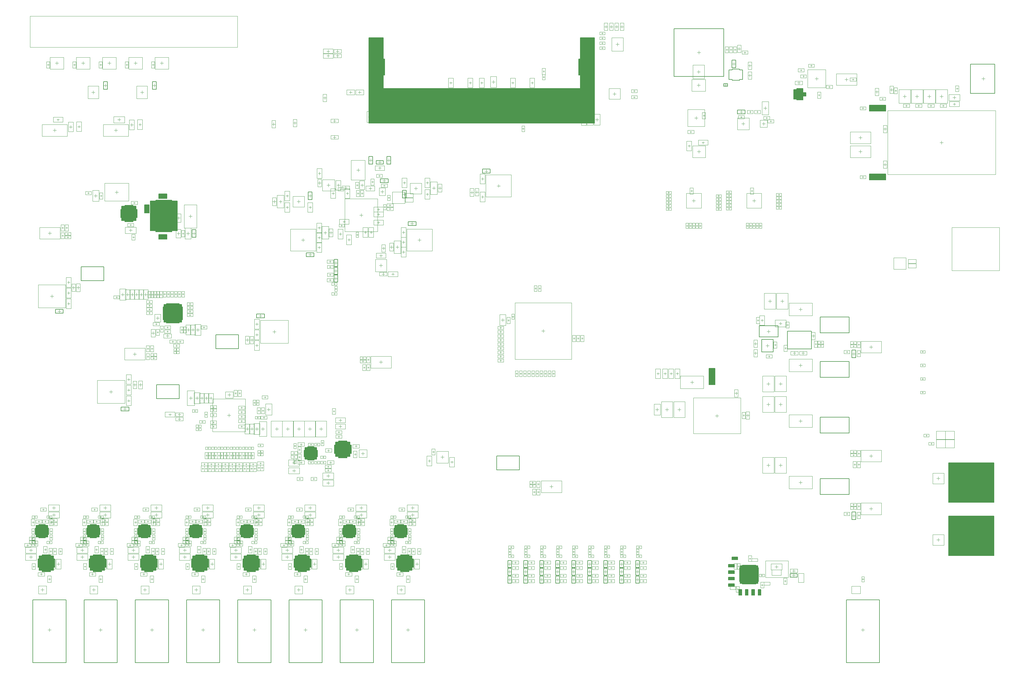
<source format=gbr>
%TF.GenerationSoftware,Altium Limited,Altium Designer,22.6.1 (34)*%
G04 Layer_Color=32768*
%FSLAX26Y26*%
%MOIN*%
%TF.SameCoordinates,08F94D22-2ED8-4738-ABBF-34BB79D8E07D*%
%TF.FilePolarity,Positive*%
%TF.FileFunction,Other,Mechanical_15*%
%TF.Part,Single*%
G01*
G75*
%TA.AperFunction,NonConductor*%
%ADD246C,0.006000*%
%ADD250C,0.003937*%
%ADD252C,0.007874*%
%ADD254C,0.001968*%
G36*
X7627000Y6039000D02*
X4873000D01*
Y7082622D01*
X5047945D01*
Y6820221D01*
X5067004D01*
Y6624221D01*
X5047945D01*
Y6461000D01*
X7452055D01*
Y6624221D01*
X7432996D01*
Y6820221D01*
X7452055D01*
Y7082622D01*
X7627000D01*
Y6039000D01*
D02*
G37*
G36*
X10167500Y6411500D02*
X10206000D01*
Y6368500D01*
X10167500D01*
Y6320000D01*
X10092500D01*
Y6331098D01*
X10054000D01*
Y6448902D01*
X10092500D01*
Y6460000D01*
X10167500D01*
Y6411500D01*
D02*
G37*
G36*
X11179787Y6183126D02*
X11146102D01*
Y6183425D01*
X11013898D01*
Y6183126D01*
X10980213D01*
Y6256874D01*
X11013898D01*
Y6256575D01*
X11146102D01*
Y6256874D01*
X11179787D01*
Y6183126D01*
D02*
G37*
G36*
Y5343126D02*
X11146102D01*
Y5343425D01*
X11013898D01*
Y5343126D01*
X10980213D01*
Y5416874D01*
X11013898D01*
Y5416575D01*
X11146102D01*
Y5416874D01*
X11179787D01*
Y5343126D01*
D02*
G37*
G36*
X2410500Y5116500D02*
X2309500D01*
Y5173500D01*
X2410500D01*
Y5116500D01*
D02*
G37*
G36*
X2193500Y4939500D02*
X2136500D01*
Y5040500D01*
X2193500D01*
Y4939500D01*
D02*
G37*
G36*
X1994213Y5023740D02*
X2033740D01*
Y4984213D01*
X2045551D01*
Y4885787D01*
X2033740D01*
Y4846260D01*
X1994213D01*
Y4834449D01*
X1895787D01*
Y4846260D01*
X1856260D01*
Y4885787D01*
X1844449D01*
Y4984213D01*
X1856260D01*
Y5023740D01*
X1895787D01*
Y5035551D01*
X1994213D01*
Y5023740D01*
D02*
G37*
G36*
X2469000Y5087000D02*
X2534000D01*
Y4723000D01*
X2469000D01*
Y4712500D01*
X2271000D01*
Y4723000D01*
X2206000D01*
Y5087000D01*
X2271000D01*
Y5097500D01*
X2469000D01*
Y5087000D01*
D02*
G37*
G36*
X2410500Y4621500D02*
X2309500D01*
Y4678500D01*
X2410500D01*
Y4621500D01*
D02*
G37*
G36*
X2558740Y3823500D02*
X2588500D01*
Y3793740D01*
X2598500D01*
Y3636260D01*
X2588500D01*
Y3606500D01*
X2558740D01*
Y3596500D01*
X2401260D01*
Y3606500D01*
X2371500D01*
Y3636260D01*
X2361500D01*
Y3793740D01*
X2371500D01*
Y3823500D01*
X2401260D01*
Y3833500D01*
X2558740D01*
Y3823500D01*
D02*
G37*
G36*
X9096874Y3011102D02*
X9096575D01*
Y2878898D01*
X9096874D01*
Y2845213D01*
X9023126D01*
Y2878898D01*
X9023425D01*
Y3011102D01*
X9023126D01*
Y3044787D01*
X9096874D01*
Y3011102D01*
D02*
G37*
G36*
X4606181Y2143740D02*
X4643740D01*
Y2106181D01*
X4657520D01*
Y2003819D01*
X4643740D01*
Y1966260D01*
X4606181D01*
Y1952480D01*
X4503819D01*
Y1966260D01*
X4466260D01*
Y2003819D01*
X4452480D01*
Y2106181D01*
X4466260D01*
Y2143740D01*
X4503819D01*
Y2157520D01*
X4606181D01*
Y2143740D01*
D02*
G37*
G36*
X4204370Y2077000D02*
X4237000D01*
Y2044370D01*
X4247000D01*
Y1965630D01*
X4237000D01*
Y1933000D01*
X4204370D01*
Y1923000D01*
X4125630D01*
Y1933000D01*
X4093000D01*
Y1965630D01*
X4083000D01*
Y2044370D01*
X4093000D01*
Y2077000D01*
X4125630D01*
Y2087000D01*
X4204370D01*
Y2077000D01*
D02*
G37*
G36*
X12500000Y1408000D02*
X11945000D01*
Y1892000D01*
X12500000D01*
Y1408000D01*
D02*
G37*
G36*
X5299370Y1127000D02*
X5332000D01*
Y1094370D01*
X5342000D01*
Y1015630D01*
X5332000D01*
Y983000D01*
X5299370D01*
Y973000D01*
X5220630D01*
Y983000D01*
X5188000D01*
Y1015630D01*
X5178000D01*
Y1094370D01*
X5188000D01*
Y1127000D01*
X5220630D01*
Y1137000D01*
X5299370D01*
Y1127000D01*
D02*
G37*
G36*
X4674370D02*
X4707000D01*
Y1094370D01*
X4717000D01*
Y1015630D01*
X4707000D01*
Y983000D01*
X4674370D01*
Y973000D01*
X4595630D01*
Y983000D01*
X4563000D01*
Y1015630D01*
X4553000D01*
Y1094370D01*
X4563000D01*
Y1127000D01*
X4595630D01*
Y1137000D01*
X4674370D01*
Y1127000D01*
D02*
G37*
G36*
X4049370D02*
X4082000D01*
Y1094370D01*
X4092000D01*
Y1015630D01*
X4082000D01*
Y983000D01*
X4049370D01*
Y973000D01*
X3970630D01*
Y983000D01*
X3938000D01*
Y1015630D01*
X3928000D01*
Y1094370D01*
X3938000D01*
Y1127000D01*
X3970630D01*
Y1137000D01*
X4049370D01*
Y1127000D01*
D02*
G37*
G36*
X3424370D02*
X3457000D01*
Y1094370D01*
X3467000D01*
Y1015630D01*
X3457000D01*
Y983000D01*
X3424370D01*
Y973000D01*
X3345630D01*
Y983000D01*
X3313000D01*
Y1015630D01*
X3303000D01*
Y1094370D01*
X3313000D01*
Y1127000D01*
X3345630D01*
Y1137000D01*
X3424370D01*
Y1127000D01*
D02*
G37*
G36*
X2799370D02*
X2832000D01*
Y1094370D01*
X2842000D01*
Y1015630D01*
X2832000D01*
Y983000D01*
X2799370D01*
Y973000D01*
X2720630D01*
Y983000D01*
X2688000D01*
Y1015630D01*
X2678000D01*
Y1094370D01*
X2688000D01*
Y1127000D01*
X2720630D01*
Y1137000D01*
X2799370D01*
Y1127000D01*
D02*
G37*
G36*
X2174370D02*
X2207000D01*
Y1094370D01*
X2217000D01*
Y1015630D01*
X2207000D01*
Y983000D01*
X2174370D01*
Y973000D01*
X2095630D01*
Y983000D01*
X2063000D01*
Y1015630D01*
X2053000D01*
Y1094370D01*
X2063000D01*
Y1127000D01*
X2095630D01*
Y1137000D01*
X2174370D01*
Y1127000D01*
D02*
G37*
G36*
X1549370D02*
X1582000D01*
Y1094370D01*
X1592000D01*
Y1015630D01*
X1582000D01*
Y983000D01*
X1549370D01*
Y973000D01*
X1470630D01*
Y983000D01*
X1438000D01*
Y1015630D01*
X1428000D01*
Y1094370D01*
X1438000D01*
Y1127000D01*
X1470630D01*
Y1137000D01*
X1549370D01*
Y1127000D01*
D02*
G37*
G36*
X924370D02*
X957000D01*
Y1094370D01*
X967000D01*
Y1015630D01*
X957000D01*
Y983000D01*
X924370D01*
Y973000D01*
X845630D01*
Y983000D01*
X813000D01*
Y1015630D01*
X803000D01*
Y1094370D01*
X813000D01*
Y1127000D01*
X845630D01*
Y1137000D01*
X924370D01*
Y1127000D01*
D02*
G37*
G36*
X12500000Y758000D02*
X11945000D01*
Y1242000D01*
X12500000D01*
Y758000D01*
D02*
G37*
G36*
X9373402Y707016D02*
X9301402D01*
Y741016D01*
X9373402D01*
Y707016D01*
D02*
G37*
G36*
X9330961Y617291D02*
X9258961D01*
Y651291D01*
X9330961D01*
Y617291D01*
D02*
G37*
G36*
X5362795Y753740D02*
X5400354D01*
Y716181D01*
X5414134D01*
Y613819D01*
X5400354D01*
Y576260D01*
X5362795D01*
Y562480D01*
X5260433D01*
Y576260D01*
X5222874D01*
Y613819D01*
X5209094D01*
Y716181D01*
X5222874D01*
Y753740D01*
X5260433D01*
Y767520D01*
X5362795D01*
Y753740D01*
D02*
G37*
G36*
X4737795D02*
X4775354D01*
Y716181D01*
X4789134D01*
Y613819D01*
X4775354D01*
Y576260D01*
X4737795D01*
Y562480D01*
X4635433D01*
Y576260D01*
X4597874D01*
Y613819D01*
X4584094D01*
Y716181D01*
X4597874D01*
Y753740D01*
X4635433D01*
Y767520D01*
X4737795D01*
Y753740D01*
D02*
G37*
G36*
X4112795D02*
X4150354D01*
Y716181D01*
X4164134D01*
Y613819D01*
X4150354D01*
Y576260D01*
X4112795D01*
Y562480D01*
X4010433D01*
Y576260D01*
X3972874D01*
Y613819D01*
X3959094D01*
Y716181D01*
X3972874D01*
Y753740D01*
X4010433D01*
Y767520D01*
X4112795D01*
Y753740D01*
D02*
G37*
G36*
X3487795D02*
X3525354D01*
Y716181D01*
X3539134D01*
Y613819D01*
X3525354D01*
Y576260D01*
X3487795D01*
Y562480D01*
X3385433D01*
Y576260D01*
X3347874D01*
Y613819D01*
X3334094D01*
Y716181D01*
X3347874D01*
Y753740D01*
X3385433D01*
Y767520D01*
X3487795D01*
Y753740D01*
D02*
G37*
G36*
X2862795D02*
X2900354D01*
Y716181D01*
X2914134D01*
Y613819D01*
X2900354D01*
Y576260D01*
X2862795D01*
Y562480D01*
X2760433D01*
Y576260D01*
X2722874D01*
Y613819D01*
X2709094D01*
Y716181D01*
X2722874D01*
Y753740D01*
X2760433D01*
Y767520D01*
X2862795D01*
Y753740D01*
D02*
G37*
G36*
X2237795D02*
X2275354D01*
Y716181D01*
X2289134D01*
Y613819D01*
X2275354D01*
Y576260D01*
X2237795D01*
Y562480D01*
X2135433D01*
Y576260D01*
X2097874D01*
Y613819D01*
X2084094D01*
Y716181D01*
X2097874D01*
Y753740D01*
X2135433D01*
Y767520D01*
X2237795D01*
Y753740D01*
D02*
G37*
G36*
X1612795D02*
X1650354D01*
Y716181D01*
X1664134D01*
Y613819D01*
X1650354D01*
Y576260D01*
X1612795D01*
Y562480D01*
X1510433D01*
Y576260D01*
X1472874D01*
Y613819D01*
X1459094D01*
Y716181D01*
X1472874D01*
Y753740D01*
X1510433D01*
Y767520D01*
X1612795D01*
Y753740D01*
D02*
G37*
G36*
X987795D02*
X1025354D01*
Y716181D01*
X1039134D01*
Y613819D01*
X1025354D01*
Y576260D01*
X987795D01*
Y562480D01*
X885433D01*
Y576260D01*
X847874D01*
Y613819D01*
X834095D01*
Y716181D01*
X847874D01*
Y753740D01*
X885433D01*
Y767520D01*
X987795D01*
Y753740D01*
D02*
G37*
G36*
X9330961Y538814D02*
X9258961D01*
Y572814D01*
X9330961D01*
Y538814D01*
D02*
G37*
G36*
Y460336D02*
X9258961D01*
Y494336D01*
X9330961D01*
Y460336D01*
D02*
G37*
G36*
X9595490Y634917D02*
X9620075D01*
Y610332D01*
X9626031D01*
Y442502D01*
X9620075D01*
Y417917D01*
X9595490D01*
Y411961D01*
X9427660D01*
Y417917D01*
X9403075D01*
Y442502D01*
X9397118D01*
Y610332D01*
X9403075D01*
Y634917D01*
X9427660D01*
Y640874D01*
X9595490D01*
Y634917D01*
D02*
G37*
G36*
X9330961Y381858D02*
X9258961D01*
Y415858D01*
X9330961D01*
Y381858D01*
D02*
G37*
G36*
X9656094Y273803D02*
X9622094D01*
Y345803D01*
X9656094D01*
Y273803D01*
D02*
G37*
G36*
X9577630D02*
X9543630D01*
Y345803D01*
X9577630D01*
Y273803D01*
D02*
G37*
G36*
X9499165D02*
X9465165D01*
Y345803D01*
X9499165D01*
Y273803D01*
D02*
G37*
G36*
X9420701D02*
X9386701D01*
Y345803D01*
X9420701D01*
Y273803D01*
D02*
G37*
D246*
X2558740Y3823500D02*
X2588500D01*
X2558740D02*
Y3833500D01*
X2401260D02*
X2558740D01*
X2401260Y3823500D02*
Y3833500D01*
X2371500Y3823500D02*
X2401260D01*
X2371500Y3793740D02*
Y3823500D01*
X2361500Y3793740D02*
X2371500D01*
X2361500Y3636260D02*
Y3793740D01*
Y3636260D02*
X2371500D01*
Y3606500D02*
Y3636260D01*
Y3606500D02*
X2401260D01*
Y3596500D02*
Y3606500D01*
Y3596500D02*
X2558740D01*
Y3606500D01*
X2588500D01*
Y3636260D01*
X2598500D01*
Y3793740D01*
X2588500D02*
X2598500D01*
X2588500D02*
Y3823500D01*
X9301402Y741016D02*
X9373402D01*
X9301402Y707016D02*
Y741016D01*
Y707016D02*
X9373402D01*
Y741016D01*
X9330961Y381858D02*
Y415858D01*
X9258961Y381858D02*
X9330961D01*
X9258961D02*
Y415858D01*
X9330961D01*
X9258961Y572814D02*
X9330961D01*
X9258961Y538814D02*
Y572814D01*
Y538814D02*
X9330961D01*
Y572814D01*
Y617291D02*
Y651291D01*
X9258961Y617291D02*
X9330961D01*
X9258961D02*
Y651291D01*
X9330961D01*
X9258961Y494336D02*
X9330961D01*
X9258961Y460336D02*
Y494336D01*
Y460336D02*
X9330961D01*
Y494336D01*
X9543630Y345803D02*
X9577630D01*
Y273803D02*
Y345803D01*
X9543630Y273803D02*
X9577630D01*
X9543630D02*
Y345803D01*
X9465165D02*
X9499165D01*
Y273803D02*
Y345803D01*
X9465165Y273803D02*
X9499165D01*
X9465165D02*
Y345803D01*
X9622094D02*
X9656094D01*
Y273803D02*
Y345803D01*
X9622094Y273803D02*
X9656094D01*
X9622094D02*
Y345803D01*
X9386701D02*
X9420701D01*
Y273803D02*
Y345803D01*
X9386701Y273803D02*
X9420701D01*
X9386701D02*
Y345803D01*
X9595490Y634917D02*
X9620075D01*
X9595490D02*
Y640874D01*
X9427660D02*
X9595490D01*
X9427660Y634917D02*
Y640874D01*
X9403075Y634917D02*
X9427660D01*
X9403075Y610332D02*
Y634917D01*
X9397118Y610332D02*
X9403075D01*
X9397118Y442502D02*
Y610332D01*
Y442502D02*
X9403075D01*
Y417917D02*
Y442502D01*
Y417917D02*
X9427660D01*
Y411961D02*
Y417917D01*
Y411961D02*
X9595490D01*
Y417917D01*
X9620075D01*
Y442502D01*
X9626031D01*
Y610332D01*
X9620075D02*
X9626031D01*
X9620075D02*
Y634917D01*
X2283732Y2673583D02*
X2559732D01*
X2283732D02*
Y2843583D01*
X2559732D01*
Y2673583D02*
Y2843583D01*
X10092500Y6460000D02*
X10167500D01*
Y6411500D02*
Y6460000D01*
Y6411500D02*
X10206000D01*
Y6368500D02*
Y6411500D01*
X10167500Y6368500D02*
X10206000D01*
X10167500Y6320000D02*
Y6368500D01*
X10092500Y6320000D02*
X10167500D01*
X10092500D02*
Y6331098D01*
Y6448902D02*
Y6460000D01*
X10054000Y6331098D02*
X10092500D01*
X10054000Y6448902D02*
X10092500D01*
X10054000Y6331098D02*
Y6448902D01*
X9023126Y2845213D02*
X9096874D01*
Y2878898D01*
Y3011102D02*
Y3044787D01*
X9023126D02*
X9096874D01*
X9023126Y3011102D02*
Y3044787D01*
Y2845213D02*
Y2878898D01*
X9023425D01*
X9096575D02*
X9096874D01*
X9096575D02*
Y3011102D01*
X9096874D01*
X9023126D02*
X9023425D01*
Y2878898D02*
Y3011102D01*
X10377500Y2253000D02*
X10732500D01*
X10377500D02*
Y2447000D01*
X10732500D01*
Y2253000D02*
Y2447000D01*
Y2933000D02*
Y3127000D01*
X10377500D02*
X10732500D01*
X10377500Y2933000D02*
Y3127000D01*
Y2933000D02*
X10732500D01*
X9979000Y3498500D02*
X10271000D01*
Y3281500D02*
Y3498500D01*
X9979000Y3281500D02*
X10271000D01*
X9979000D02*
Y3498500D01*
X10377500Y3478000D02*
X10732500D01*
X10377500D02*
Y3672000D01*
X10732500D01*
Y3478000D02*
Y3672000D01*
Y1503000D02*
Y1697000D01*
X10377500D02*
X10732500D01*
X10377500Y1503000D02*
Y1697000D01*
Y1503000D02*
X10732500D01*
X4674370Y1127000D02*
X4707000D01*
X4674370D02*
Y1137000D01*
X4595630D02*
X4674370D01*
X4595630Y1127000D02*
Y1137000D01*
X4563000Y1127000D02*
X4595630D01*
X4563000Y1094370D02*
Y1127000D01*
X4553000Y1094370D02*
X4563000D01*
X4553000Y1015630D02*
Y1094370D01*
Y1015630D02*
X4563000D01*
Y983000D02*
Y1015630D01*
Y983000D02*
X4595630D01*
Y973000D02*
Y983000D01*
Y973000D02*
X4674370D01*
Y983000D01*
X4707000D01*
Y1015630D01*
X4717000D01*
Y1094370D01*
X4707000D02*
X4717000D01*
X4707000D02*
Y1127000D01*
X4597874Y716181D02*
Y753740D01*
X4584094Y716181D02*
X4597874D01*
X4584094Y613819D02*
Y716181D01*
Y613819D02*
X4597874D01*
Y576260D02*
Y613819D01*
Y576260D02*
X4635433D01*
Y562480D02*
Y576260D01*
Y562480D02*
X4737795D01*
Y576260D01*
X4775354D01*
Y613819D01*
X4789134D01*
Y716181D01*
X4775354D02*
X4789134D01*
X4775354D02*
Y753740D01*
X4737795D02*
X4775354D01*
X4737795D02*
Y767520D01*
X4635433D02*
X4737795D01*
X4635433Y753740D02*
Y767520D01*
X4597874Y753740D02*
X4635433D01*
X5299370Y1127000D02*
X5332000D01*
X5299370D02*
Y1137000D01*
X5220630D02*
X5299370D01*
X5220630Y1127000D02*
Y1137000D01*
X5188000Y1127000D02*
X5220630D01*
X5188000Y1094370D02*
Y1127000D01*
X5178000Y1094370D02*
X5188000D01*
X5178000Y1015630D02*
Y1094370D01*
Y1015630D02*
X5188000D01*
Y983000D02*
Y1015630D01*
Y983000D02*
X5220630D01*
Y973000D02*
Y983000D01*
Y973000D02*
X5299370D01*
Y983000D01*
X5332000D01*
Y1015630D01*
X5342000D01*
Y1094370D01*
X5332000D02*
X5342000D01*
X5332000D02*
Y1127000D01*
X5222874Y716181D02*
Y753740D01*
X5209094Y716181D02*
X5222874D01*
X5209094Y613819D02*
Y716181D01*
Y613819D02*
X5222874D01*
Y576260D02*
Y613819D01*
Y576260D02*
X5260433D01*
Y562480D02*
Y576260D01*
Y562480D02*
X5362795D01*
Y576260D01*
X5400354D01*
Y613819D01*
X5414134D01*
Y716181D01*
X5400354D02*
X5414134D01*
X5400354D02*
Y753740D01*
X5362795D02*
X5400354D01*
X5362795D02*
Y767520D01*
X5260433D02*
X5362795D01*
X5260433Y753740D02*
Y767520D01*
X5222874Y753740D02*
X5260433D01*
X6827894Y6319756D02*
X6889894D01*
Y6285756D02*
Y6319756D01*
X6827894Y6285756D02*
X6889894D01*
X6827894D02*
Y6319756D01*
X6767421Y6285756D02*
X6829421D01*
X6767421D02*
Y6319756D01*
X6829421D01*
Y6285756D02*
Y6319756D01*
X6827898Y6258984D02*
X6889898D01*
X6827898D02*
Y6292984D01*
X6889898D01*
Y6258984D02*
Y6292984D01*
X2309500Y5116500D02*
Y5173500D01*
Y5116500D02*
X2410500D01*
Y5173500D01*
X2309500D02*
X2410500D01*
Y4621500D02*
Y4678500D01*
X2309500D02*
X2410500D01*
X2309500Y4621500D02*
Y4678500D01*
Y4621500D02*
X2410500D01*
X2534000Y4723000D02*
Y5087000D01*
X2469000D02*
X2534000D01*
X2469000D02*
Y5097500D01*
X2271000D02*
X2469000D01*
X2271000Y5087000D02*
Y5097500D01*
X2206000Y5087000D02*
X2271000D01*
X2206000Y4723000D02*
Y5087000D01*
Y4723000D02*
X2271000D01*
Y4712500D02*
Y4723000D01*
Y4712500D02*
X2469000D01*
Y4723000D01*
X2534000D01*
X2136500Y4939500D02*
X2193500D01*
Y5040500D01*
X2136500D02*
X2193500D01*
X2136500Y4939500D02*
Y5040500D01*
X1856260Y4846260D02*
Y4885787D01*
X1844449D02*
X1856260D01*
X1844449D02*
Y4984213D01*
X1856260D01*
Y5023740D01*
X1895787D01*
Y5035551D01*
X1994213D01*
Y5023740D02*
Y5035551D01*
Y5023740D02*
X2033740D01*
Y4984213D02*
Y5023740D01*
Y4984213D02*
X2045551D01*
Y4885787D02*
Y4984213D01*
X2033740Y4885787D02*
X2045551D01*
X2033740Y4846260D02*
Y4885787D01*
X1994213Y4846260D02*
X2033740D01*
X1994213Y4834449D02*
Y4846260D01*
X1895787Y4834449D02*
X1994213D01*
X1895787D02*
Y4846260D01*
X1856260D02*
X1895787D01*
X6767425Y6292984D02*
X6829425D01*
Y6258984D02*
Y6292984D01*
X6767425Y6258984D02*
X6829425D01*
X6767425D02*
Y6292984D01*
X3424370Y1127000D02*
X3457000D01*
X3424370D02*
Y1137000D01*
X3345630D02*
X3424370D01*
X3345630Y1127000D02*
Y1137000D01*
X3313000Y1127000D02*
X3345630D01*
X3313000Y1094370D02*
Y1127000D01*
X3303000Y1094370D02*
X3313000D01*
X3303000Y1015630D02*
Y1094370D01*
Y1015630D02*
X3313000D01*
Y983000D02*
Y1015630D01*
Y983000D02*
X3345630D01*
Y973000D02*
Y983000D01*
Y973000D02*
X3424370D01*
Y983000D01*
X3457000D01*
Y1015630D01*
X3467000D01*
Y1094370D01*
X3457000D02*
X3467000D01*
X3457000D02*
Y1127000D01*
X924370D02*
X957000D01*
X924370D02*
Y1137000D01*
X845630D02*
X924370D01*
X845630Y1127000D02*
Y1137000D01*
X813000Y1127000D02*
X845630D01*
X813000Y1094370D02*
Y1127000D01*
X803000Y1094370D02*
X813000D01*
X803000Y1015630D02*
Y1094370D01*
Y1015630D02*
X813000D01*
Y983000D02*
Y1015630D01*
Y983000D02*
X845630D01*
Y973000D02*
Y983000D01*
Y973000D02*
X924370D01*
Y983000D01*
X957000D01*
Y1015630D01*
X967000D01*
Y1094370D01*
X957000D02*
X967000D01*
X957000D02*
Y1127000D01*
X847874Y716181D02*
Y753740D01*
X834095Y716181D02*
X847874D01*
X834095Y613819D02*
Y716181D01*
Y613819D02*
X847874D01*
Y576260D02*
Y613819D01*
Y576260D02*
X885433D01*
Y562480D02*
Y576260D01*
Y562480D02*
X987795D01*
Y576260D01*
X1025354D01*
Y613819D01*
X1039134D01*
Y716181D01*
X1025354D02*
X1039134D01*
X1025354D02*
Y753740D01*
X987795D02*
X1025354D01*
X987795D02*
Y767520D01*
X885433D02*
X987795D01*
X885433Y753740D02*
Y767520D01*
X847874Y753740D02*
X885433D01*
X1638000Y4115000D02*
Y4285000D01*
X1362000D02*
X1638000D01*
X1362000Y4115000D02*
Y4285000D01*
Y4115000D02*
X1638000D01*
X3007000Y3285000D02*
Y3455000D01*
Y3285000D02*
X3283000D01*
Y3455000D01*
X3007000D02*
X3283000D01*
X6432000Y1805000D02*
Y1975000D01*
Y1805000D02*
X6708000D01*
Y1975000D01*
X6432000D02*
X6708000D01*
X11945000Y1892000D02*
X12500000D01*
X11945000Y1408000D02*
Y1892000D01*
Y1408000D02*
X12500000D01*
Y1892000D01*
X4466260Y1966260D02*
X4503819D01*
Y1952480D02*
Y1966260D01*
Y1952480D02*
X4606181D01*
Y1966260D01*
X4643740D01*
Y2003819D01*
X4657520D01*
Y2106181D01*
X4643740D02*
X4657520D01*
X4643740D02*
Y2143740D01*
X4606181D02*
X4643740D01*
X4606181D02*
Y2157520D01*
X4503819D02*
X4606181D01*
X4503819Y2143740D02*
Y2157520D01*
X4466260Y2143740D02*
X4503819D01*
X4466260Y2106181D02*
Y2143740D01*
X4452480Y2106181D02*
X4466260D01*
X4452480Y2003819D02*
Y2106181D01*
Y2003819D02*
X4466260D01*
Y1966260D02*
Y2003819D01*
X4093000Y2044370D02*
Y2077000D01*
X4083000Y2044370D02*
X4093000D01*
X4083000Y1965630D02*
Y2044370D01*
Y1965630D02*
X4093000D01*
Y1933000D02*
Y1965630D01*
Y1933000D02*
X4125630D01*
Y1923000D02*
Y1933000D01*
Y1923000D02*
X4204370D01*
Y1933000D01*
X4237000D01*
Y1965630D01*
X4247000D01*
Y2044370D01*
X4237000D02*
X4247000D01*
X4237000D02*
Y2077000D01*
X4204370D02*
X4237000D01*
X4204370D02*
Y2087000D01*
X4125630D02*
X4204370D01*
X4125630Y2077000D02*
Y2087000D01*
X4093000Y2077000D02*
X4125630D01*
X4873000Y6039000D02*
Y7082622D01*
X5047945D01*
X7452055Y6820221D02*
Y7082622D01*
X7432996Y6820221D02*
X7452055D01*
X5067004Y6624221D02*
Y6820221D01*
X7432996Y6624221D02*
X7452055D01*
Y6461000D02*
Y6624221D01*
X5047945Y6461000D02*
X7452055D01*
X5047945D02*
Y6624221D01*
X5067004D01*
X7432996D02*
Y6820221D01*
X5047945D02*
X5067004D01*
X5047945D02*
Y7082622D01*
X7452055D02*
X7627000D01*
Y6039000D02*
Y7082622D01*
X4873000Y6039000D02*
X7627000D01*
X3972874Y753740D02*
X4010433D01*
Y767520D01*
X4112795D01*
Y753740D02*
Y767520D01*
Y753740D02*
X4150354D01*
Y716181D02*
Y753740D01*
Y716181D02*
X4164134D01*
Y613819D02*
Y716181D01*
X4150354Y613819D02*
X4164134D01*
X4150354Y576260D02*
Y613819D01*
X4112795Y576260D02*
X4150354D01*
X4112795Y562480D02*
Y576260D01*
X4010433Y562480D02*
X4112795D01*
X4010433D02*
Y576260D01*
X3972874D02*
X4010433D01*
X3972874D02*
Y613819D01*
X3959094D02*
X3972874D01*
X3959094D02*
Y716181D01*
X3972874D01*
Y753740D01*
X4082000Y1094370D02*
Y1127000D01*
Y1094370D02*
X4092000D01*
Y1015630D02*
Y1094370D01*
X4082000Y1015630D02*
X4092000D01*
X4082000Y983000D02*
Y1015630D01*
X4049370Y983000D02*
X4082000D01*
X4049370Y973000D02*
Y983000D01*
X3970630Y973000D02*
X4049370D01*
X3970630D02*
Y983000D01*
X3938000D02*
X3970630D01*
X3938000D02*
Y1015630D01*
X3928000D02*
X3938000D01*
X3928000D02*
Y1094370D01*
X3938000D01*
Y1127000D01*
X3970630D01*
Y1137000D01*
X4049370D01*
Y1127000D02*
Y1137000D01*
Y1127000D02*
X4082000D01*
X3347874Y753740D02*
X3385433D01*
Y767520D01*
X3487795D01*
Y753740D02*
Y767520D01*
Y753740D02*
X3525354D01*
Y716181D02*
Y753740D01*
Y716181D02*
X3539134D01*
Y613819D02*
Y716181D01*
X3525354Y613819D02*
X3539134D01*
X3525354Y576260D02*
Y613819D01*
X3487795Y576260D02*
X3525354D01*
X3487795Y562480D02*
Y576260D01*
X3385433Y562480D02*
X3487795D01*
X3385433D02*
Y576260D01*
X3347874D02*
X3385433D01*
X3347874D02*
Y613819D01*
X3334094D02*
X3347874D01*
X3334094D02*
Y716181D01*
X3347874D01*
Y753740D01*
X2722874D02*
X2760433D01*
Y767520D01*
X2862795D01*
Y753740D02*
Y767520D01*
Y753740D02*
X2900354D01*
Y716181D02*
Y753740D01*
Y716181D02*
X2914134D01*
Y613819D02*
Y716181D01*
X2900354Y613819D02*
X2914134D01*
X2900354Y576260D02*
Y613819D01*
X2862795Y576260D02*
X2900354D01*
X2862795Y562480D02*
Y576260D01*
X2760433Y562480D02*
X2862795D01*
X2760433D02*
Y576260D01*
X2722874D02*
X2760433D01*
X2722874D02*
Y613819D01*
X2709094D02*
X2722874D01*
X2709094D02*
Y716181D01*
X2722874D01*
Y753740D01*
X2832000Y1094370D02*
Y1127000D01*
Y1094370D02*
X2842000D01*
Y1015630D02*
Y1094370D01*
X2832000Y1015630D02*
X2842000D01*
X2832000Y983000D02*
Y1015630D01*
X2799370Y983000D02*
X2832000D01*
X2799370Y973000D02*
Y983000D01*
X2720630Y973000D02*
X2799370D01*
X2720630D02*
Y983000D01*
X2688000D02*
X2720630D01*
X2688000D02*
Y1015630D01*
X2678000D02*
X2688000D01*
X2678000D02*
Y1094370D01*
X2688000D01*
Y1127000D01*
X2720630D01*
Y1137000D01*
X2799370D01*
Y1127000D02*
Y1137000D01*
Y1127000D02*
X2832000D01*
X2097874Y753740D02*
X2135433D01*
Y767520D01*
X2237795D01*
Y753740D02*
Y767520D01*
Y753740D02*
X2275354D01*
Y716181D02*
Y753740D01*
Y716181D02*
X2289134D01*
Y613819D02*
Y716181D01*
X2275354Y613819D02*
X2289134D01*
X2275354Y576260D02*
Y613819D01*
X2237795Y576260D02*
X2275354D01*
X2237795Y562480D02*
Y576260D01*
X2135433Y562480D02*
X2237795D01*
X2135433D02*
Y576260D01*
X2097874D02*
X2135433D01*
X2097874D02*
Y613819D01*
X2084094D02*
X2097874D01*
X2084094D02*
Y716181D01*
X2097874D01*
Y753740D01*
X2207000Y1094370D02*
Y1127000D01*
Y1094370D02*
X2217000D01*
Y1015630D02*
Y1094370D01*
X2207000Y1015630D02*
X2217000D01*
X2207000Y983000D02*
Y1015630D01*
X2174370Y983000D02*
X2207000D01*
X2174370Y973000D02*
Y983000D01*
X2095630Y973000D02*
X2174370D01*
X2095630D02*
Y983000D01*
X2063000D02*
X2095630D01*
X2063000D02*
Y1015630D01*
X2053000D02*
X2063000D01*
X2053000D02*
Y1094370D01*
X2063000D01*
Y1127000D01*
X2095630D01*
Y1137000D01*
X2174370D01*
Y1127000D02*
Y1137000D01*
Y1127000D02*
X2207000D01*
X1472874Y753740D02*
X1510433D01*
Y767520D01*
X1612795D01*
Y753740D02*
Y767520D01*
Y753740D02*
X1650354D01*
Y716181D02*
Y753740D01*
Y716181D02*
X1664134D01*
Y613819D02*
Y716181D01*
X1650354Y613819D02*
X1664134D01*
X1650354Y576260D02*
Y613819D01*
X1612795Y576260D02*
X1650354D01*
X1612795Y562480D02*
Y576260D01*
X1510433Y562480D02*
X1612795D01*
X1510433D02*
Y576260D01*
X1472874D02*
X1510433D01*
X1472874D02*
Y613819D01*
X1459094D02*
X1472874D01*
X1459094D02*
Y716181D01*
X1472874D01*
Y753740D01*
X1582000Y1094370D02*
Y1127000D01*
Y1094370D02*
X1592000D01*
Y1015630D02*
Y1094370D01*
X1582000Y1015630D02*
X1592000D01*
X1582000Y983000D02*
Y1015630D01*
X1549370Y983000D02*
X1582000D01*
X1549370Y973000D02*
Y983000D01*
X1470630Y973000D02*
X1549370D01*
X1470630D02*
Y983000D01*
X1438000D02*
X1470630D01*
X1438000D02*
Y1015630D01*
X1428000D02*
X1438000D01*
X1428000D02*
Y1094370D01*
X1438000D01*
Y1127000D01*
X1470630D01*
Y1137000D01*
X1549370D01*
Y1127000D02*
Y1137000D01*
Y1127000D02*
X1582000D01*
X9394500Y6688402D02*
X9433000D01*
X9394500D02*
Y6699000D01*
X9305500D02*
X9394500D01*
X9305500Y6688402D02*
Y6699000D01*
X9267000Y6688402D02*
X9305500D01*
X9267000Y6571598D02*
Y6688402D01*
Y6571598D02*
X9305500D01*
Y6561000D02*
Y6571598D01*
Y6561000D02*
X9394500D01*
Y6571598D01*
X9433000D01*
Y6688402D01*
X10980213Y6183126D02*
Y6256874D01*
X11013898D01*
X11146102D02*
X11179787D01*
Y6183126D02*
Y6256874D01*
X11146102Y6183126D02*
X11179787D01*
X10980213D02*
X11013898D01*
Y6183425D01*
Y6256575D02*
Y6256874D01*
Y6256575D02*
X11146102D01*
Y6256874D01*
Y6183126D02*
Y6183425D01*
X11013898D02*
X11146102D01*
X10980213Y5343126D02*
Y5416874D01*
X11013898D01*
X11146102D02*
X11179787D01*
Y5343126D02*
Y5416874D01*
X11146102Y5343126D02*
X11179787D01*
X10980213D02*
X11013898D01*
Y5343425D01*
Y5416575D02*
Y5416874D01*
Y5416575D02*
X11146102D01*
Y5416874D01*
Y5343126D02*
Y5343425D01*
X11013898D02*
X11146102D01*
X11945000Y1242000D02*
X12500000D01*
X11945000Y758000D02*
Y1242000D01*
Y758000D02*
X12500000D01*
Y1242000D01*
D250*
X5717480Y6085000D02*
X5748976D01*
X5733228Y6069252D02*
Y6100748D01*
X6108189Y6514252D02*
Y6545748D01*
X6092441Y6530000D02*
X6123937D01*
X9763976Y6060236D02*
X9785630D01*
X9774803Y6049409D02*
Y6071063D01*
X9689807Y6011024D02*
Y6050394D01*
X9670122Y6030709D02*
X9709492D01*
X9713976Y6100709D02*
X9735630D01*
X9724803Y6089882D02*
Y6111535D01*
X9709803Y6201024D02*
Y6240394D01*
X9690118Y6220709D02*
X9729488D01*
X9439803Y6011024D02*
Y6050394D01*
X9420118Y6030709D02*
X9459488D01*
X9611890Y6164882D02*
Y6186535D01*
X9601063Y6175709D02*
X9622717D01*
X9513976D02*
X9535630D01*
X9524803Y6164882D02*
Y6186535D01*
X9414803Y6099882D02*
Y6121535D01*
X9403976Y6110709D02*
X9425630D01*
X9395118Y6175709D02*
X9434488D01*
X9414803Y6156024D02*
Y6195394D01*
X9395118Y6175709D02*
X9434488D01*
X9414803Y6156024D02*
Y6195394D01*
X8149999Y635788D02*
Y675158D01*
X8130315Y655473D02*
X8169685D01*
X8208188Y673189D02*
X8231810D01*
X8219999Y661378D02*
Y685000D01*
Y597146D02*
Y618799D01*
X8209173Y607973D02*
X8230826D01*
X8149999Y540788D02*
Y580158D01*
X8130315Y560473D02*
X8169685D01*
X8208188Y447756D02*
X8231810D01*
X8219999Y435945D02*
Y459567D01*
X8149999Y445788D02*
Y485158D01*
X8130315Y465473D02*
X8169685D01*
X8219999Y502146D02*
Y523799D01*
X8209173Y512973D02*
X8230826D01*
X7245000Y502146D02*
Y523799D01*
X7234173Y512973D02*
X7255827D01*
X7245000Y597146D02*
Y618799D01*
X7234173Y607973D02*
X7255827D01*
X6980000Y445788D02*
Y485158D01*
X6960315Y465473D02*
X6999685D01*
X6980000Y540788D02*
Y580158D01*
X6960315Y560473D02*
X6999685D01*
X7175000Y445788D02*
Y485158D01*
X7155315Y465473D02*
X7194685D01*
X7175000Y540788D02*
Y580158D01*
X7155315Y560473D02*
X7194685D01*
X7175000Y635788D02*
Y675158D01*
X7155315Y655473D02*
X7194685D01*
X7233189Y673189D02*
X7256811D01*
X7245000Y661378D02*
Y685000D01*
X6980000Y635788D02*
Y675158D01*
X6960315Y655473D02*
X6999685D01*
X7233189Y447756D02*
X7256811D01*
X7245000Y435945D02*
Y459567D01*
X7428189Y447756D02*
X7451811D01*
X7440000Y435945D02*
Y459567D01*
Y502146D02*
Y523799D01*
X7429173Y512973D02*
X7450827D01*
X7428189Y673189D02*
X7451811D01*
X7440000Y661378D02*
Y685000D01*
Y597146D02*
Y618799D01*
X7429173Y607973D02*
X7450827D01*
X7818188Y673189D02*
X7841810D01*
X7829999Y661378D02*
Y685000D01*
Y597146D02*
Y618799D01*
X7819173Y607973D02*
X7840826D01*
X7829999Y502146D02*
Y523799D01*
X7819173Y512973D02*
X7840826D01*
X7565000Y445788D02*
Y485158D01*
X7545315Y465473D02*
X7584685D01*
X7370000Y445788D02*
Y485158D01*
X7350315Y465473D02*
X7389685D01*
X7370000Y540788D02*
Y580158D01*
X7350315Y560473D02*
X7389685D01*
X7623189Y673189D02*
X7646811D01*
X7635000Y661378D02*
Y685000D01*
Y597146D02*
Y618799D01*
X7624173Y607973D02*
X7645827D01*
X7565000Y540788D02*
Y580158D01*
X7545315Y560473D02*
X7584685D01*
X7565000Y635788D02*
Y675158D01*
X7545315Y655473D02*
X7584685D01*
X7818188Y447756D02*
X7841810D01*
X7829999Y435945D02*
Y459567D01*
X7370000Y635788D02*
Y675158D01*
X7350315Y655473D02*
X7389685D01*
X7635000Y502146D02*
Y523799D01*
X7624173Y512973D02*
X7645827D01*
X7623189Y447756D02*
X7646811D01*
X7635000Y435945D02*
Y459567D01*
X6660000Y502146D02*
Y523799D01*
X6649173Y512973D02*
X6670827D01*
X6660000Y597146D02*
Y618799D01*
X6649173Y607973D02*
X6670827D01*
X6648189Y673189D02*
X6671811D01*
X6660000Y661378D02*
Y685000D01*
X6648189Y447756D02*
X6671811D01*
X6660000Y435945D02*
Y459567D01*
X6590000Y445788D02*
Y485158D01*
X6570315Y465473D02*
X6609685D01*
X6590000Y635788D02*
Y675158D01*
X6570315Y655473D02*
X6609685D01*
X6590000Y540788D02*
Y580158D01*
X6570315Y560473D02*
X6609685D01*
X6843189Y447756D02*
X6866811D01*
X6855000Y435945D02*
Y459567D01*
X7038189Y447756D02*
X7061811D01*
X7050000Y435945D02*
Y459567D01*
X6785000Y445788D02*
Y485158D01*
X6765315Y465473D02*
X6804685D01*
X6855000Y597146D02*
Y618799D01*
X6844173Y607973D02*
X6865827D01*
X6855000Y502146D02*
Y523799D01*
X6844173Y512973D02*
X6865827D01*
X7050000Y502146D02*
Y523799D01*
X7039173Y512973D02*
X7060827D01*
X6843189Y673189D02*
X6866811D01*
X6855000Y661378D02*
Y685000D01*
X7050000Y597146D02*
Y618799D01*
X7039173Y607973D02*
X7060827D01*
X7038189Y673189D02*
X7061811D01*
X7050000Y661378D02*
Y685000D01*
X6785000Y540788D02*
Y580158D01*
X6765315Y560473D02*
X6804685D01*
X6785000Y635788D02*
Y675158D01*
X6765315Y655473D02*
X6804685D01*
X7759999Y445788D02*
Y485158D01*
X7740315Y465473D02*
X7779685D01*
X8013189Y447756D02*
X8036811D01*
X8025000Y435945D02*
Y459567D01*
Y502146D02*
Y523799D01*
X8014173Y512973D02*
X8035827D01*
X8025000Y597146D02*
Y618799D01*
X8014173Y607973D02*
X8035827D01*
X7759999Y540788D02*
Y580158D01*
X7740315Y560473D02*
X7779685D01*
X8013189Y673189D02*
X8036811D01*
X8025000Y661378D02*
Y685000D01*
X7759999Y635788D02*
Y675158D01*
X7740315Y655473D02*
X7779685D01*
X7955000Y635788D02*
Y675158D01*
X7935315Y655473D02*
X7974685D01*
X7955000Y540788D02*
Y580158D01*
X7935315Y560473D02*
X7974685D01*
X7955000Y445788D02*
Y485158D01*
X7935315Y465473D02*
X7974685D01*
X9940748Y446417D02*
X9962401D01*
X9951575Y435591D02*
Y457244D01*
X10056575Y496732D02*
Y536102D01*
X10036890Y516417D02*
X10076260D01*
X9826890Y621417D02*
X9866260D01*
X9846575Y601732D02*
Y641102D01*
X9670866Y388386D02*
Y410039D01*
X9660039Y399213D02*
X9681693D01*
X9521417Y710827D02*
Y732480D01*
X9510591Y721654D02*
X9532244D01*
X9383858Y615748D02*
Y637402D01*
X9373031Y626575D02*
X9394685D01*
X9372047Y335236D02*
Y356890D01*
X9361220Y346063D02*
X9382874D01*
X6110315Y5192480D02*
X6149685D01*
X6130000Y5172795D02*
Y5212165D01*
X6244252Y5137480D02*
X6275748D01*
X6260000Y5121732D02*
Y5153228D01*
X6435315Y5272480D02*
X6474685D01*
X6455000Y5252795D02*
Y5292165D01*
X6244252Y5357480D02*
X6275748D01*
X6260000Y5341732D02*
Y5373228D01*
X6305000Y5432795D02*
Y5472165D01*
X6285315Y5452480D02*
X6324685D01*
X6305000Y5432795D02*
Y5472165D01*
X6285315Y5452480D02*
X6324685D01*
X4015000Y5060315D02*
Y5099685D01*
X3995315Y5080000D02*
X4034685D01*
X4135315Y5150000D02*
X4174685D01*
X4155000Y5130315D02*
Y5169685D01*
X4135315Y5150000D02*
X4174685D01*
X4155000Y5130315D02*
Y5169685D01*
X4610000Y5164252D02*
Y5195748D01*
X4594252Y5180000D02*
X4625748D01*
X4519173Y5230000D02*
X4540827D01*
X4530000Y5219173D02*
Y5240827D01*
X4435000Y5164252D02*
Y5195748D01*
X4419252Y5180000D02*
X4450748D01*
X6473465Y6085000D02*
X6504961D01*
X6489213Y6069252D02*
Y6100748D01*
X3569173Y2527500D02*
X3590827D01*
X3580000Y2516673D02*
Y2538327D01*
X3519173Y2527500D02*
X3540827D01*
X3530000Y2516673D02*
Y2538327D01*
X3650000Y2522815D02*
Y2562185D01*
X3630315Y2542500D02*
X3669685D01*
X3590748Y2432087D02*
Y2453740D01*
X3579921Y2442913D02*
X3601575D01*
X1877047Y2548583D02*
X1916417D01*
X1896732Y2528898D02*
Y2568268D01*
X1877047Y2548583D02*
X1916417D01*
X1896732Y2528898D02*
Y2568268D01*
X1707047Y2758583D02*
X1746417D01*
X1726732Y2738898D02*
Y2778268D01*
X1941732Y2632835D02*
Y2664331D01*
X1925984Y2648583D02*
X1957480D01*
X1941732Y2892835D02*
Y2924331D01*
X1925984Y2908583D02*
X1957480D01*
X2086732Y2823898D02*
Y2863268D01*
X2067047Y2843583D02*
X2106417D01*
X1941732Y2762835D02*
Y2794331D01*
X1925984Y2778583D02*
X1957480D01*
X1997047Y3218583D02*
X2036417D01*
X2016732Y3198898D02*
Y3238268D01*
X2176732Y3177756D02*
Y3199409D01*
X2165905Y3188583D02*
X2187559D01*
X2235905Y3208583D02*
X2257559D01*
X2246732Y3197756D02*
Y3219409D01*
X2235905Y3168583D02*
X2257559D01*
X2246732Y3157756D02*
Y3179409D01*
X2226732Y3272756D02*
Y3294409D01*
X2215906Y3283583D02*
X2237559D01*
X2176732Y3272756D02*
Y3294409D01*
X2165906Y3283583D02*
X2187559D01*
X4522638Y625000D02*
X4544291D01*
X4533465Y614173D02*
Y635827D01*
X3908465Y614173D02*
Y635827D01*
X3897638Y625000D02*
X3919291D01*
X3283465Y614173D02*
Y635827D01*
X3272638Y625000D02*
X3294291D01*
X2658465Y614173D02*
Y635827D01*
X2647638Y625000D02*
X2669291D01*
X2033465Y614173D02*
Y635827D01*
X2022638Y625000D02*
X2044291D01*
X1408465Y614173D02*
Y635827D01*
X1397638Y625000D02*
X1419291D01*
X783465Y614173D02*
Y635827D01*
X772638Y625000D02*
X794291D01*
X10770315Y3220000D02*
X10809685D01*
X10790000Y3200315D02*
Y3239685D01*
X10770315Y3220000D02*
X10809685D01*
X10790000Y3200315D02*
Y3239685D01*
X10789173Y1870000D02*
X10810827D01*
X10800000Y1859173D02*
Y1880827D01*
X4865315Y6115000D02*
X4904685D01*
X4885000Y6095315D02*
Y6134685D01*
X4950315Y6115000D02*
X4989685D01*
X4970000Y6095315D02*
Y6134685D01*
X5029252Y6105000D02*
X5060748D01*
X5045000Y6089252D02*
Y6120748D01*
X2579173Y3515000D02*
X2600827D01*
X2590000Y3504173D02*
Y3525827D01*
X2614173Y3515000D02*
X2635827D01*
X2625000Y3504173D02*
Y3525827D01*
X2651299Y3515000D02*
X2688701D01*
X2670000Y3496299D02*
Y3533701D01*
X2706299Y3515000D02*
X2743701D01*
X2725000Y3496299D02*
Y3533701D01*
X2765315Y3515000D02*
X2804685D01*
X2785000Y3495315D02*
Y3534685D01*
X2860000Y3534173D02*
Y3555827D01*
X2849173Y3545000D02*
X2870827D01*
X4741000Y5445315D02*
Y5484685D01*
X4721315Y5465000D02*
X4760685D01*
X4771141Y5280000D02*
X4808543D01*
X4789842Y5261299D02*
Y5298701D01*
X4389173Y4282500D02*
X4410827D01*
X4400000Y4271673D02*
Y4293327D01*
X10700000Y6551315D02*
Y6590685D01*
X10680315Y6571000D02*
X10719685D01*
X5250000Y516221D02*
Y543780D01*
X5236220Y530000D02*
X5263779D01*
X5265000Y320315D02*
Y359685D01*
X5245315Y340000D02*
X5284685D01*
X11800315Y1700000D02*
X11839685D01*
X11820000Y1680315D02*
Y1719685D01*
X11800315Y950000D02*
X11839685D01*
X11820000Y930315D02*
Y969685D01*
X2289173Y3946000D02*
X2310827D01*
X2300000Y3935173D02*
Y3956827D01*
X4268583Y2305000D02*
X4307953D01*
X4288268Y2285315D02*
Y2324685D01*
X3728583Y2305000D02*
X3767953D01*
X3748268Y2285315D02*
Y2324685D01*
X3863583Y2305000D02*
X3902953D01*
X3883268Y2285315D02*
Y2324685D01*
X3998583Y2305000D02*
X4037953D01*
X4018268Y2285315D02*
Y2324685D01*
X4133583Y2305000D02*
X4172953D01*
X4153268Y2285315D02*
Y2324685D01*
X3560315Y2305000D02*
X3599685D01*
X3580000Y2285315D02*
Y2324685D01*
X2926299Y2680000D02*
X2963701D01*
X2945000Y2661299D02*
Y2698701D01*
X2871299Y2680000D02*
X2908701D01*
X2890000Y2661299D02*
Y2698701D01*
X2816299Y2680000D02*
X2853701D01*
X2835000Y2661299D02*
Y2698701D01*
X2755315Y2680000D02*
X2794685D01*
X2775000Y2660315D02*
Y2699685D01*
X2680315Y2680000D02*
X2719685D01*
X2700000Y2660315D02*
Y2699685D01*
X2275551Y3658189D02*
X2314921D01*
X2295236Y3638504D02*
Y3677874D01*
X2277559Y3573819D02*
Y3595472D01*
X2266732Y3584646D02*
X2288386D01*
X2690000Y3729173D02*
Y3750827D01*
X2679173Y3740000D02*
X2700827D01*
X2690000Y3684173D02*
Y3705827D01*
X2679173Y3695000D02*
X2700827D01*
X2690000Y3774173D02*
Y3795827D01*
X2679173Y3785000D02*
X2700827D01*
X2690000Y3819173D02*
Y3840827D01*
X2679173Y3830000D02*
X2700827D01*
X8640315Y2540000D02*
X8679685D01*
X8660000Y2520315D02*
Y2559685D01*
X9120000Y2445315D02*
Y2484685D01*
X9100315Y2465000D02*
X9139685D01*
X9445000Y2459173D02*
Y2480827D01*
X9434173Y2470000D02*
X9455827D01*
X8635000Y2964252D02*
Y2995748D01*
X8619252Y2980000D02*
X8650748D01*
X8795315Y2875000D02*
X8834685D01*
X8815000Y2855315D02*
Y2894685D01*
X8370315Y2540000D02*
X8409685D01*
X8390000Y2520315D02*
Y2559685D01*
X8490315Y2540000D02*
X8529685D01*
X8510000Y2520315D02*
Y2559685D01*
X8384252Y2980000D02*
X8415748D01*
X8400000Y2964252D02*
Y2995748D01*
X8485000Y2964252D02*
Y2995748D01*
X8469252Y2980000D02*
X8500748D01*
X8560000Y2964252D02*
Y2995748D01*
X8544252Y2980000D02*
X8575748D01*
X10325000Y3329173D02*
Y3350827D01*
X10314173Y3340000D02*
X10335827D01*
X10385000Y3309173D02*
Y3330827D01*
X10374173Y3320000D02*
X10395827D01*
X10385000Y3349173D02*
Y3370827D01*
X10374173Y3360000D02*
X10395827D01*
X10120315Y3080000D02*
X10159685D01*
X10140000Y3060315D02*
Y3099685D01*
X9895000Y2836181D02*
Y2875551D01*
X9875315Y2855866D02*
X9914685D01*
X9875315Y2605000D02*
X9914685D01*
X9895000Y2585315D02*
Y2624685D01*
X10120315Y2400000D02*
X10159685D01*
X10140000Y2380315D02*
Y2419685D01*
X10774173Y2025000D02*
X10795827D01*
X10785000Y2014173D02*
Y2035827D01*
X10774173Y1985000D02*
X10795827D01*
X10785000Y1974173D02*
Y1995827D01*
X10850000Y1994173D02*
Y2015827D01*
X10839173Y2005000D02*
X10860827D01*
X9955000Y3279173D02*
Y3300827D01*
X9944173Y3290000D02*
X9965827D01*
X9830000Y3319173D02*
Y3340827D01*
X9819173Y3330000D02*
X9840827D01*
X10705000Y3232795D02*
Y3254449D01*
X10694173Y3243622D02*
X10715827D01*
X10785000Y3304173D02*
Y3325827D01*
X10774173Y3315000D02*
X10795827D01*
X10850000Y3214173D02*
Y3235827D01*
X10839173Y3225000D02*
X10860827D01*
X10850000Y3324173D02*
Y3345827D01*
X10839173Y3335000D02*
X10860827D01*
X10980315Y3305000D02*
X11019685D01*
X11000000Y3285315D02*
Y3324685D01*
X10785000Y3344173D02*
Y3365827D01*
X10774173Y3355000D02*
X10795827D01*
X9875315Y1860000D02*
X9914685D01*
X9895000Y1840315D02*
Y1879685D01*
X10120315Y1650000D02*
X10159685D01*
X10140000Y1630315D02*
Y1669685D01*
X9620000Y3619173D02*
Y3640827D01*
X9609173Y3630000D02*
X9630827D01*
X9895000Y3573622D02*
Y3611024D01*
X9876299Y3592323D02*
X9913701D01*
X9654252Y3630000D02*
X9685748D01*
X9670000Y3614252D02*
Y3645748D01*
X9896315Y3864134D02*
X9935685D01*
X9916000Y3844449D02*
Y3883819D01*
X9746315Y3864134D02*
X9785685D01*
X9766000Y3844449D02*
Y3883819D01*
X9980000Y3564173D02*
Y3585827D01*
X9969173Y3575000D02*
X9990827D01*
X10120315Y3765000D02*
X10159685D01*
X10140000Y3745315D02*
Y3784685D01*
X10980315Y1330000D02*
X11019685D01*
X11000000Y1310315D02*
Y1349685D01*
X10705000Y1257795D02*
Y1279449D01*
X10694173Y1268622D02*
X10715827D01*
X10785000Y1369173D02*
Y1390827D01*
X10774173Y1380000D02*
X10795827D01*
X10850000Y1859173D02*
Y1880827D01*
X10839173Y1870000D02*
X10860827D01*
X10850000Y1349173D02*
Y1370827D01*
X10839173Y1360000D02*
X10860827D01*
X10980315Y1975000D02*
X11019685D01*
X11000000Y1955315D02*
Y1994685D01*
X10790000Y1225315D02*
Y1264685D01*
X10770315Y1245000D02*
X10809685D01*
X10790000Y1225315D02*
Y1264685D01*
X10770315Y1245000D02*
X10809685D01*
X10839173Y1250000D02*
X10860827D01*
X10850000Y1239173D02*
Y1260827D01*
X10785000Y1329173D02*
Y1350827D01*
X10774173Y1340000D02*
X10795827D01*
X9725315Y1860000D02*
X9764685D01*
X9745000Y1840315D02*
Y1879685D01*
X9725315Y2605000D02*
X9764685D01*
X9745000Y2585315D02*
Y2624685D01*
Y2835315D02*
Y2874685D01*
X9725315Y2855000D02*
X9764685D01*
X9744173Y3190000D02*
X9765827D01*
X9755000Y3179173D02*
Y3200827D01*
X9715315Y3320000D02*
X9754685D01*
X9735000Y3300315D02*
Y3339685D01*
X9750000Y3475315D02*
Y3514685D01*
X9730315Y3495000D02*
X9769685D01*
X9750000Y3475315D02*
Y3514685D01*
X9730315Y3495000D02*
X9769685D01*
X7080315Y1600000D02*
X7119685D01*
X7100000Y1580315D02*
Y1619685D01*
X6890000Y1524173D02*
Y1545827D01*
X6879173Y1535000D02*
X6900827D01*
X6940000Y1524173D02*
Y1545827D01*
X6929173Y1535000D02*
X6950827D01*
X6859173Y1650000D02*
X6880827D01*
X6870000Y1639173D02*
Y1660827D01*
X6940000Y1619173D02*
Y1640827D01*
X6929173Y1630000D02*
X6950827D01*
X6859173Y1610000D02*
X6880827D01*
X6870000Y1599173D02*
Y1620827D01*
X4611220Y530000D02*
X4638779D01*
X4625000Y516221D02*
Y543780D01*
X4620315Y340000D02*
X4659685D01*
X4640000Y320315D02*
Y359685D01*
X4705315Y-149000D02*
X4744685D01*
X4725000Y-168685D02*
Y-129315D01*
X4675000Y1164173D02*
Y1185827D01*
X4664173Y1175000D02*
X4685827D01*
X4745000Y1151220D02*
Y1178780D01*
X4731220Y1165000D02*
X4758779D01*
X4446221Y885000D02*
X4473780D01*
X4460000Y871220D02*
Y898779D01*
X4725000Y456220D02*
Y483779D01*
X4711220Y470000D02*
X4738779D01*
X4675000Y816220D02*
Y843779D01*
X4661220Y830000D02*
X4688779D01*
X4595000Y1164173D02*
Y1185827D01*
X4584173Y1175000D02*
X4605827D01*
X4525000Y1151220D02*
Y1178780D01*
X4511220Y1165000D02*
X4538779D01*
X4769173Y1145000D02*
X4790827D01*
X4780000Y1134173D02*
Y1155827D01*
X4769173Y1190000D02*
X4790827D01*
X4780000Y1179173D02*
Y1200827D01*
X4650000Y1309173D02*
Y1330827D01*
X4639173Y1320000D02*
X4660827D01*
X4780000Y1320315D02*
Y1359685D01*
X4760315Y1340000D02*
X4799685D01*
X4780000Y1235315D02*
Y1274685D01*
X4760315Y1255000D02*
X4799685D01*
X4835000Y636299D02*
Y673701D01*
X4816299Y655000D02*
X4853701D01*
X4740000Y799173D02*
Y820827D01*
X4729173Y810000D02*
X4750827D01*
X4790000Y799173D02*
Y820827D01*
X4779173Y810000D02*
X4800827D01*
X4849173D02*
X4870827D01*
X4860000Y799173D02*
Y820827D01*
X4765000Y636299D02*
Y673701D01*
X4746299Y655000D02*
X4783701D01*
X4504173Y920000D02*
X4525827D01*
X4515000Y909173D02*
Y930827D01*
X4500000Y805315D02*
Y844685D01*
X4480315Y825000D02*
X4519685D01*
X4500000Y720315D02*
Y759685D01*
X4480315Y740000D02*
X4519685D01*
X4504173Y965000D02*
X4525827D01*
X4515000Y954173D02*
Y975827D01*
X3480000Y1809173D02*
Y1830827D01*
X3469173Y1820000D02*
X3490827D01*
X2885000Y1809173D02*
Y1830827D01*
X2874173Y1820000D02*
X2895827D01*
X5150000Y1151220D02*
Y1178780D01*
X5136220Y1165000D02*
X5163779D01*
X5220000Y1164173D02*
Y1185827D01*
X5209173Y1175000D02*
X5230827D01*
X5330315Y-149000D02*
X5369685D01*
X5350000Y-168685D02*
Y-129315D01*
X5300000Y1164173D02*
Y1185827D01*
X5289173Y1175000D02*
X5310827D01*
X5370000Y1151220D02*
Y1178780D01*
X5356220Y1165000D02*
X5383779D01*
X5300000Y816220D02*
Y843779D01*
X5286220Y830000D02*
X5313779D01*
X5071221Y885000D02*
X5098780D01*
X5085000Y871220D02*
Y898779D01*
X5350000Y456220D02*
Y483779D01*
X5336220Y470000D02*
X5363779D01*
X5405000Y1235315D02*
Y1274685D01*
X5385315Y1255000D02*
X5424685D01*
X5405000Y1320315D02*
Y1359685D01*
X5385315Y1340000D02*
X5424685D01*
X5394173Y1190000D02*
X5415827D01*
X5405000Y1179173D02*
Y1200827D01*
X5390000Y636299D02*
Y673701D01*
X5371299Y655000D02*
X5408701D01*
X5394173Y1145000D02*
X5415827D01*
X5405000Y1134173D02*
Y1155827D01*
X5125000Y720315D02*
Y759685D01*
X5105315Y740000D02*
X5144685D01*
X5125000Y805315D02*
Y844685D01*
X5105315Y825000D02*
X5144685D01*
X5365000Y799173D02*
Y820827D01*
X5354173Y810000D02*
X5375827D01*
X5129173Y920000D02*
X5150827D01*
X5140000Y909173D02*
Y930827D01*
X5129173Y965000D02*
X5150827D01*
X5140000Y954173D02*
Y975827D01*
X5275000Y1309173D02*
Y1330827D01*
X5264173Y1320000D02*
X5285827D01*
X5415000Y799173D02*
Y820827D01*
X5404173Y810000D02*
X5425827D01*
X5460000Y636299D02*
Y673701D01*
X5441299Y655000D02*
X5478701D01*
X5474173Y810000D02*
X5495827D01*
X5485000Y799173D02*
Y820827D01*
X5147638Y625000D02*
X5169291D01*
X5158465Y614173D02*
Y635827D01*
X9534173Y5210000D02*
X9555827D01*
X9545000Y5199173D02*
Y5220827D01*
X8799173Y5210000D02*
X8820827D01*
X8810000Y5199173D02*
Y5220827D01*
X9571815Y5071268D02*
Y5110638D01*
X9552130Y5090953D02*
X9591500D01*
X8836815Y5071268D02*
Y5110638D01*
X8817130Y5090953D02*
X8856500D01*
X2675315Y4900000D02*
X2714685D01*
X2695000Y4880315D02*
Y4919685D01*
X2594173Y4690000D02*
X2615827D01*
X2605000Y4679173D02*
Y4700827D01*
X2740000Y4670315D02*
Y4709685D01*
X2720315Y4690000D02*
X2759685D01*
X2740000Y4670315D02*
Y4709685D01*
X2720315Y4690000D02*
X2759685D01*
X2531299D02*
X2568701D01*
X2550000Y4671299D02*
Y4708701D01*
X2531299Y4880000D02*
X2568701D01*
X2550000Y4861299D02*
Y4898701D01*
X2665000Y4670315D02*
Y4709685D01*
X2645315Y4690000D02*
X2684685D01*
X1594173Y5150000D02*
X1615827D01*
X1605000Y5139173D02*
Y5160827D01*
X2010000Y5054173D02*
Y5075827D01*
X1999173Y5065000D02*
X2020827D01*
X1439173Y5185000D02*
X1460827D01*
X1450000Y5174173D02*
Y5195827D01*
X1775315Y5195000D02*
X1814685D01*
X1795000Y5175315D02*
Y5214685D01*
X1540000Y5130315D02*
Y5169685D01*
X1520315Y5150000D02*
X1559685D01*
X1945315Y4730000D02*
X1984685D01*
X1965000Y4710315D02*
Y4749685D01*
Y4784173D02*
Y4805827D01*
X1954173Y4795000D02*
X1975827D01*
X2000000Y4634173D02*
Y4655827D01*
X1989173Y4645000D02*
X2010827D01*
X2345000Y6750315D02*
Y6789685D01*
X2325315Y6770000D02*
X2364685D01*
X1589173Y6750000D02*
X1610827D01*
X1600000Y6739173D02*
Y6760827D01*
X2240000Y6739173D02*
Y6760827D01*
X2229173Y6750000D02*
X2250827D01*
X1909173D02*
X1930827D01*
X1920000Y6739173D02*
Y6760827D01*
X2025000Y6750315D02*
Y6789685D01*
X2005315Y6770000D02*
X2044685D01*
X1385000Y6750315D02*
Y6789685D01*
X1365315Y6770000D02*
X1404685D01*
X1705000Y6750315D02*
Y6789685D01*
X1685315Y6770000D02*
X1724685D01*
X1269173Y6750000D02*
X1290827D01*
X1280000Y6739173D02*
Y6760827D01*
X949173Y6750000D02*
X970827D01*
X960000Y6739173D02*
Y6760827D01*
X1065000Y6750315D02*
Y6789685D01*
X1045315Y6770000D02*
X1084685D01*
X8875315Y6665000D02*
X8914685D01*
X8895000Y6645315D02*
Y6684685D01*
Y6480315D02*
Y6519685D01*
X8875315Y6500000D02*
X8914685D01*
X8865000Y6080315D02*
Y6119685D01*
X8845315Y6100000D02*
X8884685D01*
X5035000Y5180315D02*
Y5219685D01*
X5015315Y5200000D02*
X5054685D01*
X7885315Y7000000D02*
X7924685D01*
X7905000Y6980315D02*
Y7019685D01*
X6994173Y6670000D02*
X7015827D01*
X7005000Y6659173D02*
Y6680827D01*
X10335000Y6560787D02*
Y6600157D01*
X10315315Y6580472D02*
X10354685D01*
X10354173Y6380000D02*
X10375827D01*
X10365000Y6369173D02*
Y6390827D01*
X10175000Y6599173D02*
Y6620827D01*
X10164173Y6610000D02*
X10185827D01*
X10270000Y6729173D02*
Y6750827D01*
X10259173Y6740000D02*
X10280827D01*
X10145000Y6674173D02*
Y6695827D01*
X10134173Y6685000D02*
X10155827D01*
X10780000Y6560173D02*
Y6581827D01*
X10769173Y6571000D02*
X10790827D01*
X10490000Y6469173D02*
Y6490827D01*
X10479173Y6480000D02*
X10500827D01*
X3429173Y1820000D02*
X3450827D01*
X3440000Y1809173D02*
Y1830827D01*
X3460000Y1864173D02*
Y1885827D01*
X3449173Y1875000D02*
X3470827D01*
X3384173Y1820000D02*
X3405827D01*
X3395000Y1809173D02*
Y1830827D01*
X3344173Y1820000D02*
X3365827D01*
X3355000Y1809173D02*
Y1830827D01*
X3375000Y1864173D02*
Y1885827D01*
X3364173Y1875000D02*
X3385827D01*
X3259173Y1820000D02*
X3280827D01*
X3270000Y1809173D02*
Y1830827D01*
X3290000Y1864173D02*
Y1885827D01*
X3279173Y1875000D02*
X3300827D01*
X3299173Y1820000D02*
X3320827D01*
X3310000Y1809173D02*
Y1830827D01*
X3855315Y825000D02*
X3894685D01*
X3875000Y805315D02*
Y844685D01*
X3890000Y954173D02*
Y975827D01*
X3879173Y965000D02*
X3900827D01*
X4191299Y655000D02*
X4228701D01*
X4210000Y636299D02*
Y673701D01*
X4121299Y655000D02*
X4158701D01*
X4140000Y636299D02*
Y673701D01*
X4155000Y1179173D02*
Y1200827D01*
X4144173Y1190000D02*
X4165827D01*
X4154173Y810000D02*
X4175827D01*
X4165000Y799173D02*
Y820827D01*
X4235000Y799173D02*
Y820827D01*
X4224173Y810000D02*
X4245827D01*
X4104173D02*
X4125827D01*
X4115000Y799173D02*
Y820827D01*
X3890000Y909173D02*
Y930827D01*
X3879173Y920000D02*
X3900827D01*
X4135315Y1255000D02*
X4174685D01*
X4155000Y1235315D02*
Y1274685D01*
X3855315Y740000D02*
X3894685D01*
X3875000Y720315D02*
Y759685D01*
X4014173Y1320000D02*
X4035827D01*
X4025000Y1309173D02*
Y1330827D01*
X4155000Y1134173D02*
Y1155827D01*
X4144173Y1145000D02*
X4165827D01*
X4135315Y1340000D02*
X4174685D01*
X4155000Y1320315D02*
Y1359685D01*
X3205000Y1864173D02*
Y1885827D01*
X3194173Y1875000D02*
X3215827D01*
X3214173Y1820000D02*
X3235827D01*
X3225000Y1809173D02*
Y1830827D01*
X3174173Y1820000D02*
X3195827D01*
X3185000Y1809173D02*
Y1830827D01*
X3265000Y909173D02*
Y930827D01*
X3254173Y920000D02*
X3275827D01*
X3530000Y1179173D02*
Y1200827D01*
X3519173Y1190000D02*
X3540827D01*
X3610000Y799173D02*
Y820827D01*
X3599173Y810000D02*
X3620827D01*
X3566299Y655000D02*
X3603701D01*
X3585000Y636299D02*
Y673701D01*
X3479173Y810000D02*
X3500827D01*
X3490000Y799173D02*
Y820827D01*
X3529173Y810000D02*
X3550827D01*
X3540000Y799173D02*
Y820827D01*
X3496299Y655000D02*
X3533701D01*
X3515000Y636299D02*
Y673701D01*
X3230315Y825000D02*
X3269685D01*
X3250000Y805315D02*
Y844685D01*
X3265000Y954173D02*
Y975827D01*
X3254173Y965000D02*
X3275827D01*
X3230315Y740000D02*
X3269685D01*
X3250000Y720315D02*
Y759685D01*
X3530000Y1134173D02*
Y1155827D01*
X3519173Y1145000D02*
X3540827D01*
X3389173Y1320000D02*
X3410827D01*
X3400000Y1309173D02*
Y1330827D01*
X3510315Y1255000D02*
X3549685D01*
X3530000Y1235315D02*
Y1274685D01*
X3510315Y1340000D02*
X3549685D01*
X3530000Y1320315D02*
Y1359685D01*
X3089173Y1820000D02*
X3110827D01*
X3100000Y1809173D02*
Y1830827D01*
X3120000Y1864173D02*
Y1885827D01*
X3109173Y1875000D02*
X3130827D01*
X3129173Y1820000D02*
X3150827D01*
X3140000Y1809173D02*
Y1830827D01*
X2139173Y1320000D02*
X2160827D01*
X2150000Y1309173D02*
Y1330827D01*
X2229173Y810000D02*
X2250827D01*
X2240000Y799173D02*
Y820827D01*
X2605315Y825000D02*
X2644685D01*
X2625000Y805315D02*
Y844685D01*
X2905000Y1134173D02*
Y1155827D01*
X2894173Y1145000D02*
X2915827D01*
X2885315Y1255000D02*
X2924685D01*
X2905000Y1235315D02*
Y1274685D01*
X2885315Y1340000D02*
X2924685D01*
X2905000Y1320315D02*
Y1359685D01*
X2985000Y799173D02*
Y820827D01*
X2974173Y810000D02*
X2995827D01*
X2871299Y655000D02*
X2908701D01*
X2890000Y636299D02*
Y673701D01*
X2854173Y810000D02*
X2875827D01*
X2865000Y799173D02*
Y820827D01*
X2904173Y810000D02*
X2925827D01*
X2915000Y799173D02*
Y820827D01*
X2640000Y909173D02*
Y930827D01*
X2629173Y920000D02*
X2650827D01*
X2941299Y655000D02*
X2978701D01*
X2960000Y636299D02*
Y673701D01*
X2605315Y740000D02*
X2644685D01*
X2625000Y720315D02*
Y759685D01*
X2764173Y1320000D02*
X2785827D01*
X2775000Y1309173D02*
Y1330827D01*
X2905000Y1179173D02*
Y1200827D01*
X2894173Y1190000D02*
X2915827D01*
X2640000Y954173D02*
Y975827D01*
X2629173Y965000D02*
X2650827D01*
X2800000Y816220D02*
Y843779D01*
X2786220Y830000D02*
X2813780D01*
X3035000Y1864173D02*
Y1885827D01*
X3024173Y1875000D02*
X3045827D01*
X3004173Y1820000D02*
X3025827D01*
X3015000Y1809173D02*
Y1830827D01*
X3044173Y1820000D02*
X3065827D01*
X3055000Y1809173D02*
Y1830827D01*
X2279173Y810000D02*
X2300827D01*
X2290000Y799173D02*
Y820827D01*
X1980315Y825000D02*
X2019685D01*
X2000000Y805315D02*
Y844685D01*
X2260315Y1340000D02*
X2299685D01*
X2280000Y1320315D02*
Y1359685D01*
Y1179173D02*
Y1200827D01*
X2269173Y1190000D02*
X2290827D01*
X2280000Y1134173D02*
Y1155827D01*
X2269173Y1145000D02*
X2290827D01*
X2360000Y799173D02*
Y820827D01*
X2349173Y810000D02*
X2370827D01*
X2260315Y1255000D02*
X2299685D01*
X2280000Y1235315D02*
Y1274685D01*
X2015000Y954173D02*
Y975827D01*
X2004173Y965000D02*
X2025827D01*
X2015000Y909173D02*
Y930827D01*
X2004173Y920000D02*
X2025827D01*
X2246299Y655000D02*
X2283701D01*
X2265000Y636299D02*
Y673701D01*
X2316299Y655000D02*
X2353701D01*
X2335000Y636299D02*
Y673701D01*
X1980315Y740000D02*
X2019685D01*
X2000000Y720315D02*
Y759685D01*
X2959173Y1820000D02*
X2980827D01*
X2970000Y1809173D02*
Y1830827D01*
X2950000Y1864173D02*
Y1885827D01*
X2939173Y1875000D02*
X2960827D01*
X2919173Y1820000D02*
X2940827D01*
X2930000Y1809173D02*
Y1830827D01*
X1654173Y810000D02*
X1675827D01*
X1665000Y799173D02*
Y820827D01*
X1621299Y655000D02*
X1658701D01*
X1640000Y636299D02*
Y673701D01*
X1604173Y810000D02*
X1625827D01*
X1615000Y799173D02*
Y820827D01*
X1691299Y655000D02*
X1728701D01*
X1710000Y636299D02*
Y673701D01*
X1735000Y799173D02*
Y820827D01*
X1724173Y810000D02*
X1745827D01*
X1355315Y825000D02*
X1394685D01*
X1375000Y805315D02*
Y844685D01*
X1635315Y1255000D02*
X1674685D01*
X1655000Y1235315D02*
Y1274685D01*
X1355315Y740000D02*
X1394685D01*
X1375000Y720315D02*
Y759685D01*
X1655000Y1134173D02*
Y1155827D01*
X1644173Y1145000D02*
X1665827D01*
X1390000Y954173D02*
Y975827D01*
X1379173Y965000D02*
X1400827D01*
X1390000Y909173D02*
Y930827D01*
X1379173Y920000D02*
X1400827D01*
X1655000Y1179173D02*
Y1200827D01*
X1644173Y1190000D02*
X1665827D01*
X1514173Y1320000D02*
X1535827D01*
X1525000Y1309173D02*
Y1330827D01*
X1635315Y1340000D02*
X1674685D01*
X1655000Y1320315D02*
Y1359685D01*
X2834173Y1820000D02*
X2855827D01*
X2845000Y1809173D02*
Y1830827D01*
X2865000Y1864173D02*
Y1885827D01*
X2854173Y1875000D02*
X2875827D01*
X696221Y885000D02*
X723780D01*
X710000Y871220D02*
Y898779D01*
X775000Y1151220D02*
Y1178780D01*
X761220Y1165000D02*
X788779D01*
X861220Y530000D02*
X888779D01*
X875000Y516221D02*
Y543780D01*
X870315Y340000D02*
X909685D01*
X890000Y320315D02*
Y359685D01*
X975000Y456220D02*
Y483779D01*
X961220Y470000D02*
X988779D01*
X845000Y1164173D02*
Y1185827D01*
X834173Y1175000D02*
X855827D01*
X925000Y1164173D02*
Y1185827D01*
X914173Y1175000D02*
X935827D01*
X995000Y1151220D02*
Y1178780D01*
X981220Y1165000D02*
X1008779D01*
X925000Y816220D02*
Y843779D01*
X911220Y830000D02*
X938779D01*
X1010315Y1255000D02*
X1049685D01*
X1030000Y1235315D02*
Y1274685D01*
Y1134173D02*
Y1155827D01*
X1019173Y1145000D02*
X1040827D01*
X1030000Y1179173D02*
Y1200827D01*
X1019173Y1190000D02*
X1040827D01*
X1010315Y1340000D02*
X1049685D01*
X1030000Y1320315D02*
Y1359685D01*
X765000Y954173D02*
Y975827D01*
X754173Y965000D02*
X775827D01*
X765000Y909173D02*
Y930827D01*
X754173Y920000D02*
X775827D01*
X730315Y825000D02*
X769685D01*
X750000Y805315D02*
Y844685D01*
X730315Y740000D02*
X769685D01*
X750000Y720315D02*
Y759685D01*
X889173Y1320000D02*
X910827D01*
X900000Y1309173D02*
Y1330827D01*
X1066299Y655000D02*
X1103701D01*
X1085000Y636299D02*
Y673701D01*
X996299Y655000D02*
X1033701D01*
X1015000Y636299D02*
Y673701D01*
X1110000Y799173D02*
Y820827D01*
X1099173Y810000D02*
X1120827D01*
X979173D02*
X1000827D01*
X990000Y799173D02*
Y820827D01*
X1029173Y810000D02*
X1050827D01*
X1040000Y799173D02*
Y820827D01*
X4450315Y4330000D02*
X4489685D01*
X4470000Y4310315D02*
Y4349685D01*
X3570000Y1819173D02*
Y1840827D01*
X3559173Y1830000D02*
X3580827D01*
X3539173Y1885000D02*
X3560827D01*
X3550000Y1874173D02*
Y1895827D01*
X3530000Y1819173D02*
Y1840827D01*
X3519173Y1830000D02*
X3540827D01*
X3949173Y1965000D02*
X3970827D01*
X3960000Y1954173D02*
Y1975827D01*
Y1775315D02*
Y1814685D01*
X3940315Y1795000D02*
X3979685D01*
X4364173Y1800000D02*
X4385827D01*
X4375000Y1789173D02*
Y1810827D01*
X3949173Y2010000D02*
X3970827D01*
X3960000Y1999173D02*
Y2020827D01*
X4030000Y1684173D02*
Y1705827D01*
X4019173Y1695000D02*
X4040827D01*
X4375000Y1710315D02*
Y1749685D01*
X4355315Y1730000D02*
X4394685D01*
X4364173Y1845000D02*
X4385827D01*
X4375000Y1834173D02*
Y1855827D01*
X3960000Y1870315D02*
Y1909685D01*
X3940315Y1890000D02*
X3979685D01*
X4200000Y1684173D02*
Y1705827D01*
X4189173Y1695000D02*
X4210827D01*
X4375000Y1625315D02*
Y1664685D01*
X4355315Y1645000D02*
X4394685D01*
X4380000Y2028425D02*
Y2055985D01*
X4366221Y2042205D02*
X4393780D01*
X2195000Y3844173D02*
Y3865827D01*
X2184173Y3855000D02*
X2205827D01*
X1850315Y3946000D02*
X1889685D01*
X1870000Y3926315D02*
Y3965685D01*
X2335000Y3935173D02*
Y3956827D01*
X2324173Y3946000D02*
X2345827D01*
X2265000Y3935173D02*
Y3956827D01*
X2254173Y3946000D02*
X2275827D01*
X2230000Y3935173D02*
Y3956827D01*
X2219173Y3946000D02*
X2240827D01*
X1911299D02*
X1948701D01*
X1930000Y3927299D02*
Y3964701D01*
X2195000Y3935173D02*
Y3956827D01*
X2184173Y3946000D02*
X2205827D01*
X2131299D02*
X2168701D01*
X2150000Y3927299D02*
Y3964701D01*
X1784173Y3912535D02*
X1805827D01*
X1795000Y3901709D02*
Y3923362D01*
X2076299Y3946000D02*
X2113701D01*
X2095000Y3927299D02*
Y3964701D01*
X2040000Y3927299D02*
Y3964701D01*
X2021299Y3946000D02*
X2058701D01*
X1985000Y3927299D02*
Y3964701D01*
X1966299Y3946000D02*
X2003701D01*
X1174173Y4760000D02*
X1195827D01*
X1185000Y4749173D02*
Y4770827D01*
X1124173Y4665000D02*
X1145827D01*
X1135000Y4654173D02*
Y4675827D01*
X1124173Y4760000D02*
X1145827D01*
X1135000Y4749173D02*
Y4770827D01*
X1200000Y4634173D02*
Y4655827D01*
X1189173Y4645000D02*
X1210827D01*
X1200000Y4674173D02*
Y4695827D01*
X1189173Y4685000D02*
X1210827D01*
X980000Y4675315D02*
Y4714685D01*
X960315Y4695000D02*
X999685D01*
X4800000Y3159173D02*
Y3180827D01*
X4789173Y3170000D02*
X4810827D01*
X4854173Y3150000D02*
X4875827D01*
X4865000Y3139173D02*
Y3160827D01*
X4854173Y3055000D02*
X4875827D01*
X4865000Y3044173D02*
Y3065827D01*
X4804173Y3055000D02*
X4825827D01*
X4815000Y3044173D02*
Y3065827D01*
X4800000Y3119173D02*
Y3140827D01*
X4789173Y3130000D02*
X4810827D01*
X5020000Y3100315D02*
Y3139685D01*
X5000315Y3120000D02*
X5039685D01*
X3320000Y2554173D02*
Y2575827D01*
X3309173Y2565000D02*
X3330827D01*
X3145315Y2470000D02*
X3184685D01*
X3165000Y2450315D02*
Y2489685D01*
X3505000Y2285315D02*
Y2324685D01*
X3485315Y2305000D02*
X3524685D01*
X3320000Y2324173D02*
Y2345827D01*
X3309173Y2335000D02*
X3330827D01*
X3320000Y2389173D02*
Y2410827D01*
X3309173Y2400000D02*
X3330827D01*
X3445000Y2286299D02*
Y2323701D01*
X3426299Y2305000D02*
X3463701D01*
X3320000Y2444173D02*
Y2465827D01*
X3309173Y2455000D02*
X3330827D01*
X3320000Y2499173D02*
Y2520827D01*
X3309173Y2510000D02*
X3330827D01*
X3390000Y2286299D02*
Y2323701D01*
X3371299Y2305000D02*
X3408701D01*
X2975000Y2464173D02*
Y2485827D01*
X2964173Y2475000D02*
X2985827D01*
X2975000Y2524173D02*
Y2545827D01*
X2964173Y2535000D02*
X2985827D01*
X2975000Y2559173D02*
Y2580827D01*
X2964173Y2570000D02*
X2985827D01*
X2975000Y2324173D02*
Y2345827D01*
X2964173Y2335000D02*
X2985827D01*
X2975000Y2374173D02*
Y2395827D01*
X2964173Y2385000D02*
X2985827D01*
X6980315Y3500000D02*
X7019685D01*
X7000000Y3480315D02*
Y3519685D01*
X6894173Y4020000D02*
X6915827D01*
X6905000Y4009173D02*
Y4030827D01*
X6944173Y4020000D02*
X6965827D01*
X6955000Y4009173D02*
Y4030827D01*
X6480000Y3229173D02*
Y3250827D01*
X6469173Y3240000D02*
X6490827D01*
X7064173Y2980000D02*
X7085827D01*
X7075000Y2969173D02*
Y2990827D01*
X7114173Y2980000D02*
X7135827D01*
X7125000Y2969173D02*
Y2990827D01*
X6964173Y2980000D02*
X6985827D01*
X6975000Y2969173D02*
Y2990827D01*
X7014173Y2980000D02*
X7035827D01*
X7025000Y2969173D02*
Y2990827D01*
X6864173Y2980000D02*
X6885827D01*
X6875000Y2969173D02*
Y2990827D01*
X6914173Y2980000D02*
X6935827D01*
X6925000Y2969173D02*
Y2990827D01*
X6764173Y2980000D02*
X6785827D01*
X6775000Y2969173D02*
Y2990827D01*
X6814173Y2980000D02*
X6835827D01*
X6825000Y2969173D02*
Y2990827D01*
X6664173Y2980000D02*
X6685827D01*
X6675000Y2969173D02*
Y2990827D01*
X6714173Y2980000D02*
X6735827D01*
X6725000Y2969173D02*
Y2990827D01*
X6480000Y3129173D02*
Y3150827D01*
X6469173Y3140000D02*
X6490827D01*
X6480000Y3179173D02*
Y3200827D01*
X6469173Y3190000D02*
X6490827D01*
X6480000Y3279173D02*
Y3300827D01*
X6469173Y3290000D02*
X6490827D01*
X6480000Y3329173D02*
Y3350827D01*
X6469173Y3340000D02*
X6490827D01*
X6480000Y3379173D02*
Y3400827D01*
X6469173Y3390000D02*
X6490827D01*
X6480000Y3429173D02*
Y3450827D01*
X6469173Y3440000D02*
X6490827D01*
X6480000Y3479173D02*
Y3500827D01*
X6469173Y3490000D02*
X6490827D01*
X6480000Y3529173D02*
Y3550827D01*
X6469173Y3540000D02*
X6490827D01*
X7364173Y3410000D02*
X7385827D01*
X7375000Y3399173D02*
Y3420827D01*
X7414173Y3410000D02*
X7435827D01*
X7425000Y3399173D02*
Y3420827D01*
X7464173Y3410000D02*
X7485827D01*
X7475000Y3399173D02*
Y3420827D01*
X6564173Y3630000D02*
X6585827D01*
X6575000Y3619173D02*
Y3640827D01*
X6505000Y3615315D02*
Y3654685D01*
X6485315Y3635000D02*
X6524685D01*
X10850315Y5690000D02*
X10889685D01*
X10870000Y5670315D02*
Y5709685D01*
X11730000Y6239173D02*
Y6260827D01*
X11719173Y6250000D02*
X11740827D01*
X11880000Y6239173D02*
Y6260827D01*
X11869173Y6250000D02*
X11890827D01*
X11580000Y6239173D02*
Y6260827D01*
X11569173Y6250000D02*
X11590827D01*
X11430000Y6239173D02*
Y6260827D01*
X11419173Y6250000D02*
X11440827D01*
X11860000Y6345315D02*
Y6384685D01*
X11840315Y6365000D02*
X11879685D01*
X11410000Y6345315D02*
Y6384685D01*
X11390315Y6365000D02*
X11429685D01*
X11560000Y6345315D02*
Y6384685D01*
X11540315Y6365000D02*
X11579685D01*
X11710000Y6345315D02*
Y6384685D01*
X11690315Y6365000D02*
X11729685D01*
X10850315Y5860000D02*
X10889685D01*
X10870000Y5840315D02*
Y5879685D01*
X4990000Y4969252D02*
Y5000748D01*
X4974252Y4985000D02*
X5005748D01*
X4570000Y4819567D02*
Y4851063D01*
X4554252Y4835315D02*
X4585748D01*
X4614252Y4615000D02*
X4645748D01*
X4630000Y4599252D02*
Y4630748D01*
X4509252Y4685000D02*
X4540748D01*
X4525000Y4669252D02*
Y4700748D01*
X4884252Y4705000D02*
X4915748D01*
X4900000Y4689252D02*
Y4720748D01*
X4814252Y4705000D02*
X4845748D01*
X4830000Y4689252D02*
Y4720748D01*
X4990000Y4809252D02*
Y4840748D01*
X4974252Y4825000D02*
X5005748D01*
X4990000Y4909252D02*
Y4940748D01*
X4974252Y4925000D02*
X5005748D01*
X5115000Y5565315D02*
Y5604685D01*
X5095315Y5585000D02*
X5134685D01*
X5115000Y5565315D02*
Y5604685D01*
X5095315Y5585000D02*
X5134685D01*
X4779015Y5180000D02*
X4800669D01*
X4789842Y5169173D02*
Y5190827D01*
X4760315Y4915000D02*
X4799685D01*
X4780000Y4895315D02*
Y4934685D01*
X4729173Y5180000D02*
X4750827D01*
X4740000Y5169173D02*
Y5190827D01*
X2085315Y6415000D02*
X2124685D01*
X2105000Y6395315D02*
Y6434685D01*
X1490315Y6415000D02*
X1529685D01*
X1510000Y6395315D02*
Y6434685D01*
X4357283Y6860000D02*
X4392717D01*
X4375000Y6842283D02*
Y6877717D01*
X4357283Y6915000D02*
X4392717D01*
X4375000Y6897283D02*
Y6932717D01*
X6234173Y6530000D02*
X6265669D01*
X6249921Y6514252D02*
Y6545748D01*
X6365000Y6069252D02*
Y6100748D01*
X6349252Y6085000D02*
X6380748D01*
X6848268Y6530000D02*
X6879764D01*
X6864016Y6514252D02*
Y6545748D01*
X6391614Y6522047D02*
Y6561417D01*
X6371929Y6541732D02*
X6411299D01*
X6612087Y6530000D02*
X6643583D01*
X6627835Y6514252D02*
Y6545748D01*
X6619948Y6090000D02*
X6659318D01*
X6639633Y6070315D02*
Y6109685D01*
X5856221Y6530000D02*
X5887717D01*
X5871968Y6514252D02*
Y6545748D01*
X5970000Y6069252D02*
Y6100748D01*
X5954252Y6085000D02*
X5985748D01*
X6123928D02*
X6163298D01*
X6143613Y6065315D02*
Y6104685D01*
X7495000Y6054252D02*
Y6085748D01*
X7479252Y6070000D02*
X7510748D01*
X7570000Y6060315D02*
Y6099685D01*
X7550315Y6080000D02*
X7589685D01*
X7655000Y6060315D02*
Y6099685D01*
X7635315Y6080000D02*
X7674685D01*
X2255000Y6477008D02*
Y6516378D01*
X2235315Y6496693D02*
X2274685D01*
X2255000Y6477008D02*
Y6516378D01*
X2235315Y6496693D02*
X2274685D01*
X1660000Y6477008D02*
Y6516378D01*
X1640315Y6496693D02*
X1679685D01*
X1660000Y6477008D02*
Y6516378D01*
X1640315Y6496693D02*
X1679685D01*
X5585000Y5294252D02*
Y5325748D01*
X5569252Y5310000D02*
X5600748D01*
X5740000Y5225315D02*
Y5264685D01*
X5720315Y5245000D02*
X5759685D01*
X5305000Y5150315D02*
Y5189685D01*
X5285315Y5170000D02*
X5324685D01*
X5305000Y5150315D02*
Y5189685D01*
X5285315Y5170000D02*
X5324685D01*
X5585000Y5154252D02*
Y5185748D01*
X5569252Y5170000D02*
X5600748D01*
X5305000Y5294252D02*
Y5325748D01*
X5289252Y5310000D02*
X5320748D01*
X5425315Y5240000D02*
X5464685D01*
X5445000Y5220315D02*
Y5259685D01*
X3720000Y5060315D02*
Y5099685D01*
X3700315Y5080000D02*
X3739685D01*
X3875000Y5134252D02*
Y5165748D01*
X3859252Y5150000D02*
X3890748D01*
X4155000Y4994252D02*
Y5025748D01*
X4139252Y5010000D02*
X4170748D01*
X3875000Y4994252D02*
Y5025748D01*
X3859252Y5010000D02*
X3890748D01*
X5380315Y4810000D02*
X5419685D01*
X5400000Y4790315D02*
Y4829685D01*
X5380315Y4810000D02*
X5419685D01*
X5400000Y4790315D02*
Y4829685D01*
X4135315Y4430000D02*
X4174685D01*
X4155000Y4410315D02*
Y4449685D01*
X4135315Y4430000D02*
X4174685D01*
X4155000Y4410315D02*
Y4449685D01*
X4050315Y4610000D02*
X4089685D01*
X4070000Y4590315D02*
Y4629685D01*
X5295000Y4449252D02*
Y4480748D01*
X5279252Y4465000D02*
X5310748D01*
X5150000Y4505315D02*
Y4544685D01*
X5130315Y4525000D02*
X5169685D01*
X5295000Y4569252D02*
Y4600748D01*
X5279252Y4585000D02*
X5310748D01*
X5295000Y4689252D02*
Y4720748D01*
X5279252Y4705000D02*
X5310748D01*
X5470315Y4610000D02*
X5509685D01*
X5490000Y4590315D02*
Y4629685D01*
X4265000Y4624252D02*
Y4655748D01*
X4249252Y4640000D02*
X4280748D01*
X4265000Y4504252D02*
Y4535748D01*
X4249252Y4520000D02*
X4280748D01*
X4410000Y4680315D02*
Y4719685D01*
X4390315Y4700000D02*
X4429685D01*
X4265000Y4744252D02*
Y4775748D01*
X4249252Y4760000D02*
X4280748D01*
X8934252Y5800000D02*
X8965748D01*
X8950000Y5784252D02*
Y5815748D01*
X1075315Y3740000D02*
X1114685D01*
X1095000Y3720315D02*
Y3759685D01*
X1075315Y3740000D02*
X1114685D01*
X1095000Y3720315D02*
Y3759685D01*
X1210000Y4079252D02*
Y4110748D01*
X1194252Y4095000D02*
X1225748D01*
X1325000Y4010315D02*
Y4049685D01*
X1305315Y4030000D02*
X1344685D01*
X1210000Y3819252D02*
Y3850748D01*
X1194252Y3835000D02*
X1225748D01*
X1210000Y3949252D02*
Y3980748D01*
X1194252Y3965000D02*
X1225748D01*
X1005000Y3905315D02*
Y3944685D01*
X985315Y3925000D02*
X1024685D01*
X3505000Y3569252D02*
Y3600748D01*
X3489252Y3585000D02*
X3520748D01*
X3530315Y3685000D02*
X3569685D01*
X3550000Y3665315D02*
Y3704685D01*
X3530315Y3685000D02*
X3569685D01*
X3550000Y3665315D02*
Y3704685D01*
X3390000Y3370315D02*
Y3409685D01*
X3370315Y3390000D02*
X3409685D01*
X3505000Y3309252D02*
Y3340748D01*
X3489252Y3325000D02*
X3520748D01*
X3505000Y3439252D02*
Y3470748D01*
X3489252Y3455000D02*
X3520748D01*
X3720000Y3470315D02*
Y3509685D01*
X3700315Y3490000D02*
X3739685D01*
X5660000Y2014173D02*
Y2035827D01*
X5649173Y2025000D02*
X5670827D01*
X5594252Y1915000D02*
X5625748D01*
X5610000Y1899252D02*
Y1930748D01*
X5869252Y1900000D02*
X5900748D01*
X5885000Y1884252D02*
Y1915748D01*
X5770000Y1940315D02*
Y1979685D01*
X5750315Y1960000D02*
X5789685D01*
X11630000Y3236220D02*
Y3255905D01*
X11620157Y3246063D02*
X11639843D01*
X11630000Y3070867D02*
Y3090552D01*
X11620157Y3080709D02*
X11639843D01*
X11630000Y2905512D02*
Y2925197D01*
X11620157Y2915354D02*
X11639843D01*
X11630000Y2740157D02*
Y2759843D01*
X11620157Y2750000D02*
X11639843D01*
X12370000Y6560315D02*
Y6599685D01*
X12350315Y6580000D02*
X12389685D01*
X11986772Y4236221D02*
Y4763779D01*
X12565512D01*
Y4236221D02*
Y4763779D01*
X11986772Y4236221D02*
X12565512D01*
X8900000Y5670315D02*
Y5709685D01*
X8880315Y5690000D02*
X8919685D01*
X10880315Y-149000D02*
X10919685D01*
X10900000Y-168685D02*
Y-129315D01*
X8764252Y5760000D02*
X8795748D01*
X8780000Y5744252D02*
Y5775748D01*
X4470000Y4120315D02*
Y4159685D01*
X4450315Y4140000D02*
X4489685D01*
X4470000Y4215315D02*
Y4254685D01*
X4450315Y4235000D02*
X4489685D01*
X4445000Y2509173D02*
Y2530827D01*
X4434173Y2520000D02*
X4455827D01*
X4800000Y1985315D02*
Y2024685D01*
X4780315Y2005000D02*
X4819685D01*
X4388189Y4122284D02*
X4411811D01*
X4400000Y4110473D02*
Y4134095D01*
Y4176673D02*
Y4198327D01*
X4389173Y4187500D02*
X4410827D01*
X4388189Y4347716D02*
X4411811D01*
X4400000Y4335905D02*
Y4359527D01*
X4031220Y2115000D02*
X4058780D01*
X4045000Y2101220D02*
Y2128780D01*
X4031220Y1895000D02*
X4058780D01*
X4045000Y1881220D02*
Y1908780D01*
X4705000Y1981220D02*
Y2008780D01*
X4691220Y1995000D02*
X4718779D01*
X4701221Y2093386D02*
X4728780D01*
X4715000Y2079606D02*
Y2107166D01*
X4391220Y1895000D02*
X4418779D01*
X4405000Y1881220D02*
Y1908780D01*
X4014173Y1960000D02*
X4035827D01*
X4025000Y1949173D02*
Y1970827D01*
X4014173Y2050000D02*
X4035827D01*
X4025000Y2039173D02*
Y2060827D01*
X4525000Y2391299D02*
Y2428701D01*
X4506299Y2410000D02*
X4543701D01*
X4505000Y2254173D02*
Y2275827D01*
X4494173Y2265000D02*
X4515827D01*
X4525000Y2316299D02*
Y2353701D01*
X4506299Y2335000D02*
X4543701D01*
X4505000Y2199173D02*
Y2220827D01*
X4494173Y2210000D02*
X4515827D01*
X4632677Y6415000D02*
X4667323D01*
X4650000Y6397677D02*
Y6432323D01*
X4742677Y6415000D02*
X4777323D01*
X4760000Y6397677D02*
Y6432323D01*
X8110000Y6344173D02*
Y6365827D01*
X8099173Y6355000D02*
X8120827D01*
X8110000Y6419173D02*
Y6440827D01*
X8099173Y6430000D02*
X8120827D01*
X10761969Y385276D02*
X10868071D01*
X10761969Y294724D02*
Y385276D01*
Y294724D02*
X10868071D01*
Y385276D01*
X3959173Y1175000D02*
X3980827D01*
X3970000Y1164173D02*
Y1185827D01*
X4015000Y320315D02*
Y359685D01*
X3995315Y340000D02*
X4034685D01*
X4039173Y1175000D02*
X4060827D01*
X4050000Y1164173D02*
Y1185827D01*
X3835000Y871220D02*
Y898779D01*
X3821220Y885000D02*
X3848780D01*
X4086220Y470000D02*
X4113779D01*
X4100000Y456220D02*
Y483779D01*
X4000000Y516221D02*
Y543780D01*
X3986220Y530000D02*
X4013780D01*
X4100000Y-168685D02*
Y-129315D01*
X4080315Y-149000D02*
X4119685D01*
X4036220Y830000D02*
X4063780D01*
X4050000Y816220D02*
Y843779D01*
X3886220Y1165000D02*
X3913780D01*
X3900000Y1151220D02*
Y1178780D01*
X4106220Y1165000D02*
X4133779D01*
X4120000Y1151220D02*
Y1178780D01*
X3334173Y1175000D02*
X3355827D01*
X3345000Y1164173D02*
Y1185827D01*
X3390000Y320315D02*
Y359685D01*
X3370315Y340000D02*
X3409685D01*
X3414173Y1175000D02*
X3435827D01*
X3425000Y1164173D02*
Y1185827D01*
X3210000Y871220D02*
Y898779D01*
X3196220Y885000D02*
X3223780D01*
X3461220Y470000D02*
X3488780D01*
X3475000Y456220D02*
Y483779D01*
X3375000Y516221D02*
Y543780D01*
X3361220Y530000D02*
X3388780D01*
X3475000Y-168685D02*
Y-129315D01*
X3455315Y-149000D02*
X3494685D01*
X3411220Y830000D02*
X3438780D01*
X3425000Y816220D02*
Y843779D01*
X3261220Y1165000D02*
X3288780D01*
X3275000Y1151220D02*
Y1178780D01*
X3481220Y1165000D02*
X3508780D01*
X3495000Y1151220D02*
Y1178780D01*
X2709173Y1175000D02*
X2730827D01*
X2720000Y1164173D02*
Y1185827D01*
X2765000Y320315D02*
Y359685D01*
X2745315Y340000D02*
X2784685D01*
X2789173Y1175000D02*
X2810827D01*
X2800000Y1164173D02*
Y1185827D01*
X2585000Y871220D02*
Y898779D01*
X2571220Y885000D02*
X2598780D01*
X2836220Y470000D02*
X2863780D01*
X2850000Y456220D02*
Y483779D01*
X2750000Y516221D02*
Y543780D01*
X2736220Y530000D02*
X2763780D01*
X2850000Y-168685D02*
Y-129315D01*
X2830315Y-149000D02*
X2869685D01*
X2636220Y1165000D02*
X2663780D01*
X2650000Y1151220D02*
Y1178780D01*
X2856220Y1165000D02*
X2883780D01*
X2870000Y1151220D02*
Y1178780D01*
X2084173Y1175000D02*
X2105827D01*
X2095000Y1164173D02*
Y1185827D01*
X2140000Y320315D02*
Y359685D01*
X2120315Y340000D02*
X2159685D01*
X2164173Y1175000D02*
X2185827D01*
X2175000Y1164173D02*
Y1185827D01*
X1960000Y871220D02*
Y898779D01*
X1946220Y885000D02*
X1973780D01*
X2211220Y470000D02*
X2238780D01*
X2225000Y456220D02*
Y483779D01*
X2125000Y516221D02*
Y543780D01*
X2111220Y530000D02*
X2138780D01*
X2225000Y-168685D02*
Y-129315D01*
X2205315Y-149000D02*
X2244685D01*
X2161220Y830000D02*
X2188780D01*
X2175000Y816220D02*
Y843779D01*
X2011220Y1165000D02*
X2038780D01*
X2025000Y1151220D02*
Y1178780D01*
X2231220Y1165000D02*
X2258780D01*
X2245000Y1151220D02*
Y1178780D01*
X1459173Y1175000D02*
X1480827D01*
X1470000Y1164173D02*
Y1185827D01*
X1515000Y320315D02*
Y359685D01*
X1495315Y340000D02*
X1534685D01*
X1539173Y1175000D02*
X1560827D01*
X1550000Y1164173D02*
Y1185827D01*
X1335000Y871220D02*
Y898779D01*
X1321220Y885000D02*
X1348780D01*
X1586220Y470000D02*
X1613780D01*
X1600000Y456220D02*
Y483779D01*
X1500000Y516221D02*
Y543780D01*
X1486220Y530000D02*
X1513780D01*
X1600000Y-168685D02*
Y-129315D01*
X1580315Y-149000D02*
X1619685D01*
X1536220Y830000D02*
X1563780D01*
X1550000Y816220D02*
Y843779D01*
X1386220Y1165000D02*
X1413780D01*
X1400000Y1151220D02*
Y1178780D01*
X1606220Y1165000D02*
X1633780D01*
X1620000Y1151220D02*
Y1178780D01*
X975000Y-168685D02*
Y-129315D01*
X955315Y-149000D02*
X994685D01*
X6755000Y5958189D02*
Y5981811D01*
X6743189Y5970000D02*
X6766811D01*
X8880315Y6900000D02*
X8919685D01*
X8900000Y6880315D02*
Y6919685D01*
X8960000Y6119173D02*
Y6140827D01*
X8949173Y6130000D02*
X8970827D01*
X8789173Y5930000D02*
X8810827D01*
X8800000Y5919173D02*
Y5940827D01*
X9205315Y6505000D02*
X9244685D01*
X9225000Y6485315D02*
Y6524685D01*
X9305315Y6760000D02*
X9344685D01*
X9325000Y6740315D02*
Y6779685D01*
X9305315Y6760000D02*
X9344685D01*
X9325000Y6740315D02*
Y6779685D01*
X9460000Y6889173D02*
Y6910827D01*
X9449173Y6900000D02*
X9470827D01*
X9240000Y6924173D02*
Y6945827D01*
X9229173Y6935000D02*
X9250827D01*
X9290000Y6924173D02*
Y6945827D01*
X9279173Y6935000D02*
X9300827D01*
X9340000Y6924173D02*
Y6945827D01*
X9329173Y6935000D02*
X9350827D01*
X7870000Y6375315D02*
Y6414685D01*
X7850315Y6395000D02*
X7889685D01*
X1335000Y5979528D02*
Y6011024D01*
X1319252Y5995276D02*
X1350748D01*
X1216299Y5992323D02*
X1253701D01*
X1235000Y5973622D02*
Y6011024D01*
X1064252Y6080000D02*
X1095748D01*
X1080000Y6064252D02*
Y6095748D01*
X1040000Y5930315D02*
Y5969685D01*
X1020315Y5950000D02*
X1059685D01*
X2080000Y6005118D02*
Y6036614D01*
X2064252Y6020866D02*
X2095748D01*
X1961299Y6017913D02*
X1998701D01*
X1980000Y5999213D02*
Y6036614D01*
X1825000Y6060315D02*
Y6099685D01*
X1805315Y6080000D02*
X1844685D01*
X1785000Y5930315D02*
Y5969685D01*
X1765315Y5950000D02*
X1804685D01*
X11129173Y6335000D02*
X11150827D01*
X11140000Y6324173D02*
Y6345827D01*
X10889173Y6220000D02*
X10910827D01*
X10900000Y6209173D02*
Y6230827D01*
X10889173Y5380000D02*
X10910827D01*
X10900000Y5369173D02*
Y5390827D01*
X11300000Y6424173D02*
Y6445827D01*
X11289173Y6435000D02*
X11310827D01*
X5000000Y5384173D02*
Y5405827D01*
X4989173Y5395000D02*
X5010827D01*
X5060000Y5315315D02*
Y5354685D01*
X5040315Y5335000D02*
X5079685D01*
X5060000Y5315315D02*
Y5354685D01*
X5040315Y5335000D02*
X5079685D01*
X5049173Y5275000D02*
X5070827D01*
X5060000Y5264173D02*
Y5285827D01*
X12039173Y6460000D02*
X12060827D01*
X12050000Y6449173D02*
Y6470827D01*
X12015000Y6254252D02*
Y6285748D01*
X11999252Y6270000D02*
X12030748D01*
X12015000Y6330315D02*
Y6369685D01*
X11995315Y6350000D02*
X12034685D01*
X2829173Y2391260D02*
X2850827D01*
X2840000Y2380433D02*
Y2402087D01*
X3594173Y2691417D02*
X3615827D01*
X3605000Y2680591D02*
Y2702244D01*
X2429252Y2480000D02*
X2460748D01*
X2445000Y2464252D02*
Y2495748D01*
X3170000Y2700315D02*
Y2739685D01*
X3150315Y2720000D02*
X3189685D01*
X3245000Y2729173D02*
Y2750827D01*
X3234173Y2740000D02*
X3255827D01*
X3295000Y2729173D02*
Y2750827D01*
X3284173Y2740000D02*
X3305827D01*
X4380000Y5260315D02*
Y5299685D01*
X4360315Y5280000D02*
X4399685D01*
X4270000Y5409252D02*
Y5440748D01*
X4254252Y5425000D02*
X4285748D01*
X5000315Y4300000D02*
X5039685D01*
X5020000Y4280315D02*
Y4319685D01*
X5149252Y4195000D02*
X5180748D01*
X5165000Y4179252D02*
Y4210748D01*
X5119173Y5035468D02*
X5140827D01*
X5130000Y5024642D02*
Y5046295D01*
X5119173Y4991378D02*
X5140827D01*
X5130000Y4980551D02*
Y5002205D01*
X5005000Y5472283D02*
Y5507717D01*
X4987283Y5490000D02*
X5022717D01*
X4730000Y5269173D02*
Y5290827D01*
X4719173Y5280000D02*
X4740827D01*
X4985315Y5560000D02*
X5024685D01*
X5005000Y5540315D02*
Y5579685D01*
X4875315Y5585000D02*
X4914685D01*
X4895000Y5565315D02*
Y5604685D01*
X4875315Y5585000D02*
X4914685D01*
X4895000Y5565315D02*
Y5604685D01*
X4871299Y5240000D02*
X4908701D01*
X4890000Y5221299D02*
Y5258701D01*
X4916575Y5309173D02*
Y5330827D01*
X4905748Y5320000D02*
X4927402D01*
X2469173Y3370000D02*
X2490827D01*
X2480000Y3359173D02*
Y3380827D01*
X2559173Y3370000D02*
X2580827D01*
X2570000Y3359173D02*
Y3380827D01*
X2514173Y3320000D02*
X2535827D01*
X2525000Y3309173D02*
Y3330827D01*
X2404173Y3545000D02*
X2425827D01*
X2415000Y3534173D02*
Y3555827D01*
Y3420315D02*
Y3459685D01*
X2395315Y3440000D02*
X2434685D01*
X2404173Y3495000D02*
X2425827D01*
X2415000Y3484173D02*
Y3505827D01*
X2345000Y3514173D02*
Y3535827D01*
X2334173Y3525000D02*
X2355827D01*
X2605000Y3939173D02*
Y3960827D01*
X2594173Y3950000D02*
X2615827D01*
X2560000Y3939173D02*
Y3960827D01*
X2549173Y3950000D02*
X2570827D01*
X2220315Y3475000D02*
X2259685D01*
X2240000Y3455315D02*
Y3494685D01*
X2295000Y3474173D02*
Y3495827D01*
X2284173Y3485000D02*
X2305827D01*
X2515000Y3939173D02*
Y3960827D01*
X2504173Y3950000D02*
X2525827D01*
X2470000Y3939173D02*
Y3960827D01*
X2459173Y3950000D02*
X2480827D01*
X2425000Y3939173D02*
Y3960827D01*
X2414173Y3950000D02*
X2435827D01*
X2380000Y3939173D02*
Y3960827D01*
X2369173Y3950000D02*
X2390827D01*
X2184173Y3810000D02*
X2205827D01*
X2195000Y3799173D02*
Y3820827D01*
X2184173Y3765000D02*
X2205827D01*
X2195000Y3754173D02*
Y3775827D01*
X2184173Y3720000D02*
X2205827D01*
X2195000Y3709173D02*
Y3730827D01*
D252*
X9367559Y6152087D02*
X9462047D01*
X9367559D02*
Y6199331D01*
X9462047D01*
Y6152087D02*
Y6199331D01*
X8127362Y612165D02*
Y698780D01*
X8172637D01*
Y612165D02*
Y698780D01*
X8127362Y612165D02*
X8172637D01*
X8127362Y517165D02*
Y603780D01*
X8172637D01*
Y517165D02*
Y603780D01*
X8127362Y517165D02*
X8172637D01*
X8127362Y422166D02*
Y508780D01*
X8172637D01*
Y422166D02*
Y508780D01*
X8127362Y422166D02*
X8172637D01*
X6957362D02*
Y508780D01*
X7002638D01*
Y422166D02*
Y508780D01*
X6957362Y422166D02*
X7002638D01*
X6957362Y517165D02*
Y603780D01*
X7002638D01*
Y517165D02*
Y603780D01*
X6957362Y517165D02*
X7002638D01*
X7152362Y422166D02*
Y508780D01*
X7197638D01*
Y422166D02*
Y508780D01*
X7152362Y422166D02*
X7197638D01*
X7152362Y517165D02*
Y603780D01*
X7197638D01*
Y517165D02*
Y603780D01*
X7152362Y517165D02*
X7197638D01*
X7152362Y612165D02*
Y698780D01*
X7197638D01*
Y612165D02*
Y698780D01*
X7152362Y612165D02*
X7197638D01*
X6957362D02*
Y698780D01*
X7002638D01*
Y612165D02*
Y698780D01*
X6957362Y612165D02*
X7002638D01*
X7542362Y422166D02*
Y508780D01*
X7587638D01*
Y422166D02*
Y508780D01*
X7542362Y422166D02*
X7587638D01*
X7347362D02*
Y508780D01*
X7392638D01*
Y422166D02*
Y508780D01*
X7347362Y422166D02*
X7392638D01*
X7347362Y517165D02*
Y603780D01*
X7392638D01*
Y517165D02*
Y603780D01*
X7347362Y517165D02*
X7392638D01*
X7542362D02*
Y603780D01*
X7587638D01*
Y517165D02*
Y603780D01*
X7542362Y517165D02*
X7587638D01*
X7542362Y612165D02*
Y698780D01*
X7587638D01*
Y612165D02*
Y698780D01*
X7542362Y612165D02*
X7587638D01*
X7347362D02*
Y698780D01*
X7392638D01*
Y612165D02*
Y698780D01*
X7347362Y612165D02*
X7392638D01*
X6567362Y422166D02*
Y508780D01*
X6612638D01*
Y422166D02*
Y508780D01*
X6567362Y422166D02*
X6612638D01*
X6567362Y612165D02*
Y698780D01*
X6612638D01*
Y612165D02*
Y698780D01*
X6567362Y612165D02*
X6612638D01*
X6567362Y517165D02*
Y603780D01*
X6612638D01*
Y517165D02*
Y603780D01*
X6567362Y517165D02*
X6612638D01*
X6762362Y422166D02*
Y508780D01*
X6807638D01*
Y422166D02*
Y508780D01*
X6762362Y422166D02*
X6807638D01*
X6762362Y517165D02*
Y603780D01*
X6807638D01*
Y517165D02*
Y603780D01*
X6762362Y517165D02*
X6807638D01*
X6762362Y612165D02*
Y698780D01*
X6807638D01*
Y612165D02*
Y698780D01*
X6762362Y612165D02*
X6807638D01*
X7737362Y422166D02*
Y508780D01*
X7782637D01*
Y422166D02*
Y508780D01*
X7737362Y422166D02*
X7782637D01*
X7737362Y517165D02*
Y603780D01*
X7782637D01*
Y517165D02*
Y603780D01*
X7737362Y517165D02*
X7782637D01*
X7737362Y612165D02*
Y698780D01*
X7782637D01*
Y612165D02*
Y698780D01*
X7737362Y612165D02*
X7782637D01*
X7932362D02*
Y698780D01*
X7977638D01*
Y612165D02*
Y698780D01*
X7932362Y612165D02*
X7977638D01*
X7932362Y517165D02*
Y603780D01*
X7977638D01*
Y517165D02*
Y603780D01*
X7932362Y517165D02*
X7977638D01*
X7932362Y422166D02*
Y508780D01*
X7977638D01*
Y422166D02*
Y508780D01*
X7932362Y422166D02*
X7977638D01*
X10013268Y493780D02*
Y539055D01*
Y493780D02*
X10099882D01*
Y539055D01*
X10013268D02*
X10099882D01*
X6352244Y5428858D02*
Y5476102D01*
X6257756Y5428858D02*
X6352244D01*
X6257756D02*
Y5476102D01*
X6352244D01*
X4131378Y5102756D02*
X4178622D01*
X4131378D02*
Y5197244D01*
X4178622D01*
Y5102756D02*
Y5197244D01*
X1849488Y2524961D02*
X1943976D01*
Y2572205D01*
X1849488D02*
X1943976D01*
X1849488Y2524961D02*
Y2572205D01*
X10766378Y3267244D02*
X10813622D01*
Y3172756D02*
Y3267244D01*
X10766378Y3172756D02*
X10813622D01*
X10766378D02*
Y3267244D01*
Y1197756D02*
Y1292244D01*
Y1197756D02*
X10813622D01*
Y1292244D01*
X10766378D02*
X10813622D01*
X9665118Y3243228D02*
X9804882D01*
X9665118D02*
Y3396772D01*
X9804882D01*
Y3243228D02*
Y3396772D01*
X9865157Y3427087D02*
Y3562913D01*
X9634843Y3427087D02*
X9865157D01*
X9634843D02*
Y3562913D01*
X9865157D01*
X4522244Y216157D02*
X4927756D01*
Y-547622D02*
Y216157D01*
X4522244Y-547622D02*
X4927756D01*
X4522244D02*
Y216157D01*
X5147244D02*
X5552756D01*
Y-547622D02*
Y216157D01*
X5147244Y-547622D02*
X5552756D01*
X5147244D02*
Y216157D01*
X2716378Y4642756D02*
Y4737244D01*
Y4642756D02*
X2763622D01*
Y4737244D01*
X2716378D02*
X2763622D01*
X4447362Y4373307D02*
X4492638D01*
X4447362Y4286693D02*
Y4373307D01*
Y4286693D02*
X4492638D01*
Y4373307D01*
X5091378Y5537756D02*
Y5632244D01*
X5138622D01*
Y5537756D02*
Y5632244D01*
X5091378Y5537756D02*
X5138622D01*
X2231378Y6449449D02*
Y6543937D01*
X2278622D01*
Y6449449D02*
Y6543937D01*
X2231378Y6449449D02*
X2278622D01*
X1636378D02*
Y6543937D01*
X1683622D01*
Y6449449D02*
Y6543937D01*
X1636378Y6449449D02*
X1683622D01*
X5281378Y5122756D02*
Y5217244D01*
Y5122756D02*
X5328622D01*
Y5217244D01*
X5281378D02*
X5328622D01*
X5352756Y4786378D02*
X5447244D01*
Y4833622D01*
X5352756D02*
X5447244D01*
X5352756Y4786378D02*
Y4833622D01*
X4107756Y4453622D02*
X4202244D01*
X4107756Y4406378D02*
Y4453622D01*
Y4406378D02*
X4202244D01*
Y4453622D01*
X1047756Y3763622D02*
X1142244D01*
X1047756Y3716378D02*
Y3763622D01*
Y3716378D02*
X1142244D01*
Y3763622D01*
X3502756Y3708622D02*
X3597244D01*
X3502756Y3661378D02*
Y3708622D01*
Y3661378D02*
X3597244D01*
Y3708622D01*
X12212520Y6400866D02*
Y6759134D01*
X12507795D01*
Y6400866D02*
Y6759134D01*
X12212520Y6400866D02*
X12507795D01*
X10697244Y216157D02*
X11102756D01*
Y-547622D02*
Y216157D01*
X10697244Y-547622D02*
X11102756D01*
X10697244D02*
Y216157D01*
X4492638Y4096693D02*
Y4183307D01*
X4447362Y4096693D02*
X4492638D01*
X4447362D02*
Y4183307D01*
X4492638D01*
Y4191693D02*
Y4278307D01*
X4447362Y4191693D02*
X4492638D01*
X4447362D02*
Y4278307D01*
X4492638D01*
X3897244Y-547622D02*
Y216157D01*
Y-547622D02*
X4302756D01*
Y216157D01*
X3897244D02*
X4302756D01*
X3272244Y-547622D02*
Y216157D01*
Y-547622D02*
X3677756D01*
Y216157D01*
X3272244D02*
X3677756D01*
X2647244Y-547622D02*
Y216157D01*
Y-547622D02*
X3052756D01*
Y216157D01*
X2647244D02*
X3052756D01*
X2022244Y-547622D02*
Y216157D01*
Y-547622D02*
X2427756D01*
Y216157D01*
X2022244D02*
X2427756D01*
X1397244Y-547622D02*
Y216157D01*
Y-547622D02*
X1802756D01*
Y216157D01*
X1397244D02*
X1802756D01*
X772244Y-547622D02*
Y216157D01*
Y-547622D02*
X1177756D01*
Y216157D01*
X772244D02*
X1177756D01*
X8596850Y7192323D02*
X9203150D01*
Y6607677D02*
Y7192323D01*
X8596850Y6607677D02*
X9203150D01*
X8596850D02*
Y7192323D01*
X9200591Y6521535D02*
X9249409D01*
X9200591Y6488465D02*
Y6521535D01*
Y6488465D02*
X9249409D01*
Y6521535D01*
X9301378Y6712756D02*
X9348622D01*
Y6807244D01*
X9301378D02*
X9348622D01*
X9301378Y6712756D02*
Y6807244D01*
X5012756Y5311378D02*
Y5358622D01*
Y5311378D02*
X5107244D01*
Y5358622D01*
X5012756D02*
X5107244D01*
X4961693Y5582638D02*
X5048307D01*
Y5537362D02*
Y5582638D01*
X4961693Y5537362D02*
X5048307D01*
X4961693D02*
Y5582638D01*
X4871378Y5537756D02*
X4918622D01*
Y5632244D01*
X4871378D02*
X4918622D01*
X4871378Y5537756D02*
Y5632244D01*
D254*
X5674173Y6055472D02*
Y6114528D01*
X5792283Y6055472D02*
Y6114528D01*
X5674173Y6055472D02*
X5792283D01*
X5674173Y6114528D02*
X5792283D01*
X3688346Y6070275D02*
X3731653D01*
X3688346Y5979724D02*
X3731653D01*
X3688346D02*
Y6070275D01*
X3731653Y5979724D02*
Y6070275D01*
X3710000Y6006299D02*
Y6043701D01*
X3691299Y6025000D02*
X3728701D01*
X6078661Y6589055D02*
X6137717D01*
X6078661Y6470945D02*
X6137717D01*
X6078661D02*
Y6589055D01*
X6137717Y6470945D02*
Y6589055D01*
X4313346Y6301457D02*
X4356654D01*
X4313346Y6392008D02*
X4356654D01*
X4313346Y6301457D02*
Y6392008D01*
X4356654Y6301457D02*
Y6392008D01*
X4335000Y6328032D02*
Y6365433D01*
X4316299Y6346732D02*
X4353701D01*
X9265000Y5184173D02*
Y5205827D01*
X9254173Y5195000D02*
X9275827D01*
X9233504Y5210748D02*
X9296496D01*
X9233504Y5179252D02*
X9296496D01*
X9233504D02*
Y5210748D01*
X9296496Y5179252D02*
Y5210748D01*
X9265000Y4984173D02*
Y5005826D01*
X9254173Y4995000D02*
X9275827D01*
X9233504Y5010748D02*
X9296496D01*
X9233504Y4979252D02*
X9296496D01*
X9233504D02*
Y5010748D01*
X9296496Y4979252D02*
Y5010748D01*
X9737402Y6040551D02*
Y6079921D01*
X9812205Y6040551D02*
Y6079921D01*
X9737402D02*
X9812205D01*
X9737402Y6040551D02*
X9812205D01*
X9646496Y6074016D02*
X9733110D01*
X9646496Y5987402D02*
X9733110D01*
X9646496D02*
Y6074016D01*
X9733110Y5987402D02*
Y6074016D01*
X9687402Y6081024D02*
Y6120394D01*
X9762205Y6081024D02*
Y6120394D01*
X9687402D02*
X9762205D01*
X9687402Y6081024D02*
X9762205D01*
X9670433Y6141968D02*
X9749173D01*
X9670433Y6299449D02*
X9749173D01*
X9670433Y6141968D02*
Y6299449D01*
X9749173Y6141968D02*
Y6299449D01*
X9367953Y6102559D02*
X9511654D01*
X9367953Y5958858D02*
X9511654D01*
Y6102559D01*
X9367953Y5958858D02*
Y6102559D01*
X9576457Y6156024D02*
X9647323D01*
X9576457Y6195394D02*
X9647323D01*
Y6156024D02*
Y6195394D01*
X9576457Y6156024D02*
Y6195394D01*
X9489370Y6156024D02*
Y6195394D01*
X9560236Y6156024D02*
Y6195394D01*
X9489370D02*
X9560236D01*
X9489370Y6156024D02*
X9560236D01*
X9377401Y6130394D02*
X9452205D01*
X9377401Y6091024D02*
X9452205D01*
X9377401D02*
Y6130394D01*
X9452205Y6091024D02*
Y6130394D01*
X8199212Y844725D02*
Y876221D01*
X8136220Y844725D02*
Y876221D01*
Y844725D02*
X8199212D01*
X8136220Y876221D02*
X8199212D01*
X8156889Y860473D02*
X8178543D01*
X8167716Y849646D02*
Y871299D01*
X8199212Y734725D02*
Y766221D01*
X8136220Y734725D02*
Y766221D01*
Y734725D02*
X8199212D01*
X8136220Y766221D02*
X8199212D01*
X8156889Y750473D02*
X8178543D01*
X8167716Y739646D02*
Y761299D01*
X8134251Y773977D02*
X8165748D01*
X8134251Y836969D02*
X8165748D01*
X8134251Y773977D02*
Y836969D01*
X8165748Y773977D02*
Y836969D01*
X8149999Y794646D02*
Y816299D01*
X8139173Y805473D02*
X8160826D01*
X8257401Y653504D02*
Y692874D01*
X8182598Y653504D02*
Y692874D01*
Y653504D02*
X8257401D01*
X8182598Y692874D02*
X8257401D01*
X8184566Y627658D02*
X8255433D01*
X8184566Y588288D02*
X8255433D01*
X8184566D02*
Y627658D01*
X8255433Y588288D02*
Y627658D01*
X8257401Y428071D02*
Y467441D01*
X8182598Y428071D02*
Y467441D01*
Y428071D02*
X8257401D01*
X8182598Y467441D02*
X8257401D01*
X8184566Y532658D02*
X8255433D01*
X8184566Y493288D02*
X8255433D01*
X8184566D02*
Y532658D01*
X8255433Y493288D02*
Y532658D01*
X7209567D02*
X7280433D01*
X7209567Y493288D02*
X7280433D01*
X7209567D02*
Y532658D01*
X7280433Y493288D02*
Y532658D01*
X7209567Y627658D02*
X7280433D01*
X7209567Y588288D02*
X7280433D01*
X7209567D02*
Y627658D01*
X7280433Y588288D02*
Y627658D01*
X7159252Y773977D02*
X7190748D01*
X7159252Y836969D02*
X7190748D01*
X7159252Y773977D02*
Y836969D01*
X7190748Y773977D02*
Y836969D01*
X7175000Y794646D02*
Y816299D01*
X7164173Y805473D02*
X7185827D01*
X7224212Y844725D02*
Y876221D01*
X7161220Y844725D02*
Y876221D01*
Y844725D02*
X7224212D01*
X7161220Y876221D02*
X7224212D01*
X7181890Y860473D02*
X7203543D01*
X7192716Y849646D02*
Y871299D01*
X7282401Y653504D02*
Y692874D01*
X7207598Y653504D02*
Y692874D01*
Y653504D02*
X7282401D01*
X7207598Y692874D02*
X7282401D01*
X7224212Y734725D02*
Y766221D01*
X7161220Y734725D02*
Y766221D01*
Y734725D02*
X7224212D01*
X7161220Y766221D02*
X7224212D01*
X7181890Y750473D02*
X7203543D01*
X7192716Y739646D02*
Y761299D01*
X7282401Y428071D02*
Y467441D01*
X7207598Y428071D02*
Y467441D01*
Y428071D02*
X7282401D01*
X7207598Y467441D02*
X7282401D01*
X7477401Y428071D02*
Y467441D01*
X7402598Y428071D02*
Y467441D01*
Y428071D02*
X7477401D01*
X7402598Y467441D02*
X7477401D01*
X7404567Y532658D02*
X7475433D01*
X7404567Y493288D02*
X7475433D01*
X7404567D02*
Y532658D01*
X7475433Y493288D02*
Y532658D01*
X7477401Y653504D02*
Y692874D01*
X7402598Y653504D02*
Y692874D01*
Y653504D02*
X7477401D01*
X7402598Y692874D02*
X7477401D01*
X7404567Y627658D02*
X7475433D01*
X7404567Y588288D02*
X7475433D01*
X7404567D02*
Y627658D01*
X7475433Y588288D02*
Y627658D01*
X7867401Y653504D02*
Y692874D01*
X7792598Y653504D02*
Y692874D01*
Y653504D02*
X7867401D01*
X7792598Y692874D02*
X7867401D01*
X7794566Y627658D02*
X7865433D01*
X7794566Y588288D02*
X7865433D01*
X7794566D02*
Y627658D01*
X7865433Y588288D02*
Y627658D01*
X7794566Y532658D02*
X7865433D01*
X7794566Y493288D02*
X7865433D01*
X7794566D02*
Y532658D01*
X7865433Y493288D02*
Y532658D01*
X7672401Y653504D02*
Y692874D01*
X7597598Y653504D02*
Y692874D01*
Y653504D02*
X7672401D01*
X7597598Y692874D02*
X7672401D01*
X7599567Y627658D02*
X7670433D01*
X7599567Y588288D02*
X7670433D01*
X7599567D02*
Y627658D01*
X7670433Y588288D02*
Y627658D01*
X7614212Y734725D02*
Y766221D01*
X7551220Y734725D02*
Y766221D01*
Y734725D02*
X7614212D01*
X7551220Y766221D02*
X7614212D01*
X7571890Y750473D02*
X7593543D01*
X7582716Y739646D02*
Y761299D01*
X7549252Y773977D02*
X7580748D01*
X7549252Y836969D02*
X7580748D01*
X7549252Y773977D02*
Y836969D01*
X7580748Y773977D02*
Y836969D01*
X7565000Y794646D02*
Y816299D01*
X7554173Y805473D02*
X7575827D01*
X7614212Y844725D02*
Y876221D01*
X7551220Y844725D02*
Y876221D01*
Y844725D02*
X7614212D01*
X7551220Y876221D02*
X7614212D01*
X7571890Y860473D02*
X7593543D01*
X7582716Y849646D02*
Y871299D01*
X7867401Y428071D02*
Y467441D01*
X7792598Y428071D02*
Y467441D01*
Y428071D02*
X7867401D01*
X7792598Y467441D02*
X7867401D01*
X7419212Y734725D02*
Y766221D01*
X7356220Y734725D02*
Y766221D01*
Y734725D02*
X7419212D01*
X7356220Y766221D02*
X7419212D01*
X7376890Y750473D02*
X7398543D01*
X7387716Y739646D02*
Y761299D01*
X7354252Y773977D02*
X7385748D01*
X7354252Y836969D02*
X7385748D01*
X7354252Y773977D02*
Y836969D01*
X7385748Y773977D02*
Y836969D01*
X7370000Y794646D02*
Y816299D01*
X7359173Y805473D02*
X7380827D01*
X7419212Y844725D02*
Y876221D01*
X7356220Y844725D02*
Y876221D01*
Y844725D02*
X7419212D01*
X7356220Y876221D02*
X7419212D01*
X7376890Y860473D02*
X7398543D01*
X7387716Y849646D02*
Y871299D01*
X7599567Y532658D02*
X7670433D01*
X7599567Y493288D02*
X7670433D01*
X7599567D02*
Y532658D01*
X7670433Y493288D02*
Y532658D01*
X7672401Y428071D02*
Y467441D01*
X7597598Y428071D02*
Y467441D01*
Y428071D02*
X7672401D01*
X7597598Y467441D02*
X7672401D01*
X6639212Y844725D02*
Y876221D01*
X6576220Y844725D02*
Y876221D01*
Y844725D02*
X6639212D01*
X6576220Y876221D02*
X6639212D01*
X6596890Y860473D02*
X6618543D01*
X6607716Y849646D02*
Y871299D01*
X6574252Y773977D02*
X6605748D01*
X6574252Y836969D02*
X6605748D01*
X6574252Y773977D02*
Y836969D01*
X6605748Y773977D02*
Y836969D01*
X6590000Y794646D02*
Y816299D01*
X6579173Y805473D02*
X6600827D01*
X6624567Y532658D02*
X6695433D01*
X6624567Y493288D02*
X6695433D01*
X6624567D02*
Y532658D01*
X6695433Y493288D02*
Y532658D01*
X6624567Y627658D02*
X6695433D01*
X6624567Y588288D02*
X6695433D01*
X6624567D02*
Y627658D01*
X6695433Y588288D02*
Y627658D01*
X6697401Y653504D02*
Y692874D01*
X6622598Y653504D02*
Y692874D01*
Y653504D02*
X6697401D01*
X6622598Y692874D02*
X6697401D01*
Y428071D02*
Y467441D01*
X6622598Y428071D02*
Y467441D01*
Y428071D02*
X6697401D01*
X6622598Y467441D02*
X6697401D01*
X6639212Y734725D02*
Y766221D01*
X6576220Y734725D02*
Y766221D01*
Y734725D02*
X6639212D01*
X6576220Y766221D02*
X6639212D01*
X6596890Y750473D02*
X6618543D01*
X6607716Y739646D02*
Y761299D01*
X6892401Y428071D02*
Y467441D01*
X6817598Y428071D02*
Y467441D01*
Y428071D02*
X6892401D01*
X6817598Y467441D02*
X6892401D01*
X7087401Y428071D02*
Y467441D01*
X7012598Y428071D02*
Y467441D01*
Y428071D02*
X7087401D01*
X7012598Y467441D02*
X7087401D01*
X6834212Y844725D02*
Y876221D01*
X6771220Y844725D02*
Y876221D01*
Y844725D02*
X6834212D01*
X6771220Y876221D02*
X6834212D01*
X6791890Y860473D02*
X6813543D01*
X6802716Y849646D02*
Y871299D01*
X6769252Y773977D02*
X6800748D01*
X6769252Y836969D02*
X6800748D01*
X6769252Y773977D02*
Y836969D01*
X6800748Y773977D02*
Y836969D01*
X6785000Y794646D02*
Y816299D01*
X6774173Y805473D02*
X6795827D01*
X6819567Y627658D02*
X6890433D01*
X6819567Y588288D02*
X6890433D01*
X6819567D02*
Y627658D01*
X6890433Y588288D02*
Y627658D01*
X6819567Y532658D02*
X6890433D01*
X6819567Y493288D02*
X6890433D01*
X6819567D02*
Y532658D01*
X6890433Y493288D02*
Y532658D01*
X7014567D02*
X7085433D01*
X7014567Y493288D02*
X7085433D01*
X7014567D02*
Y532658D01*
X7085433Y493288D02*
Y532658D01*
X6834212Y734725D02*
Y766221D01*
X6771220Y734725D02*
Y766221D01*
Y734725D02*
X6834212D01*
X6771220Y766221D02*
X6834212D01*
X6791890Y750473D02*
X6813543D01*
X6802716Y739646D02*
Y761299D01*
X6892401Y653504D02*
Y692874D01*
X6817598Y653504D02*
Y692874D01*
Y653504D02*
X6892401D01*
X6817598Y692874D02*
X6892401D01*
X7029212Y844725D02*
Y876221D01*
X6966220Y844725D02*
Y876221D01*
Y844725D02*
X7029212D01*
X6966220Y876221D02*
X7029212D01*
X6986890Y860473D02*
X7008543D01*
X6997716Y849646D02*
Y871299D01*
X7029212Y734725D02*
Y766221D01*
X6966220Y734725D02*
Y766221D01*
Y734725D02*
X7029212D01*
X6966220Y766221D02*
X7029212D01*
X6986890Y750473D02*
X7008543D01*
X6997716Y739646D02*
Y761299D01*
X7014567Y627658D02*
X7085433D01*
X7014567Y588288D02*
X7085433D01*
X7014567D02*
Y627658D01*
X7085433Y588288D02*
Y627658D01*
X7087401Y653504D02*
Y692874D01*
X7012598Y653504D02*
Y692874D01*
Y653504D02*
X7087401D01*
X7012598Y692874D02*
X7087401D01*
X6964252Y773977D02*
X6995748D01*
X6964252Y836969D02*
X6995748D01*
X6964252Y773977D02*
Y836969D01*
X6995748Y773977D02*
Y836969D01*
X6980000Y794646D02*
Y816299D01*
X6969173Y805473D02*
X6990827D01*
X8062401Y428071D02*
Y467441D01*
X7987598Y428071D02*
Y467441D01*
Y428071D02*
X8062401D01*
X7987598Y467441D02*
X8062401D01*
X7939252Y773977D02*
X7970748D01*
X7939252Y836969D02*
X7970748D01*
X7939252Y773977D02*
Y836969D01*
X7970748Y773977D02*
Y836969D01*
X7955000Y794646D02*
Y816299D01*
X7944173Y805473D02*
X7965827D01*
X8004212Y844725D02*
Y876221D01*
X7941220Y844725D02*
Y876221D01*
Y844725D02*
X8004212D01*
X7941220Y876221D02*
X8004212D01*
X7961890Y860473D02*
X7983543D01*
X7972716Y849646D02*
Y871299D01*
X8004212Y734725D02*
Y766221D01*
X7941220Y734725D02*
Y766221D01*
Y734725D02*
X8004212D01*
X7941220Y766221D02*
X8004212D01*
X7961890Y750473D02*
X7983543D01*
X7972716Y739646D02*
Y761299D01*
X7989567Y532658D02*
X8060433D01*
X7989567Y493288D02*
X8060433D01*
X7989567D02*
Y532658D01*
X8060433Y493288D02*
Y532658D01*
X7809212Y844725D02*
Y876221D01*
X7746220Y844725D02*
Y876221D01*
Y844725D02*
X7809212D01*
X7746220Y876221D02*
X7809212D01*
X7766889Y860473D02*
X7788543D01*
X7777716Y849646D02*
Y871299D01*
X7809212Y734725D02*
Y766221D01*
X7746220Y734725D02*
Y766221D01*
Y734725D02*
X7809212D01*
X7746220Y766221D02*
X7809212D01*
X7766889Y750473D02*
X7788543D01*
X7777716Y739646D02*
Y761299D01*
X7744251Y773977D02*
X7775748D01*
X7744251Y836969D02*
X7775748D01*
X7744251Y773977D02*
Y836969D01*
X7775748Y773977D02*
Y836969D01*
X7759999Y794646D02*
Y816299D01*
X7749173Y805473D02*
X7770826D01*
X7989567Y627658D02*
X8060433D01*
X7989567Y588288D02*
X8060433D01*
X7989567D02*
Y627658D01*
X8060433Y588288D02*
Y627658D01*
X8062401Y653504D02*
Y692874D01*
X7987598Y653504D02*
Y692874D01*
Y653504D02*
X8062401D01*
X7987598Y692874D02*
X8062401D01*
X9712575Y491189D02*
X9989575D01*
Y695189D01*
X9712575Y491189D02*
Y695189D01*
X9989575D01*
X9698071Y500827D02*
Y532323D01*
X9635079Y500827D02*
Y532323D01*
Y500827D02*
X9698071D01*
X9635079Y532323D02*
X9698071D01*
X9655748Y516575D02*
X9677401D01*
X9666575Y505748D02*
Y527402D01*
X9931890Y409016D02*
Y483819D01*
X9971260Y409016D02*
Y483819D01*
X9931890Y409016D02*
X9971260D01*
X9931890Y483819D02*
X9971260D01*
X10056575Y552716D02*
Y590118D01*
X10037874Y571417D02*
X10075275D01*
X10011299Y593071D02*
X10101850D01*
X10011299Y549764D02*
X10101850D01*
X10011299D02*
Y593071D01*
X10101850Y549764D02*
Y593071D01*
X10113110Y430315D02*
Y542520D01*
X10180039D01*
Y430315D02*
Y542520D01*
X10113110Y430315D02*
X10180039D01*
X9790472Y517953D02*
Y584882D01*
X9902677D01*
Y517953D02*
Y584882D01*
X9790472Y517953D02*
X9902677D01*
X9779646Y584016D02*
Y658819D01*
X9913504Y584016D02*
Y658819D01*
X9779646Y584016D02*
X9913504D01*
X9779646Y658819D02*
X9913504D01*
X9764173Y398425D02*
Y434646D01*
X9692520Y398425D02*
X9764173D01*
X9692520D02*
Y434646D01*
X9764173D01*
X9651181Y434646D02*
X9690551D01*
X9651181Y363779D02*
X9690551D01*
X9651181D02*
Y434646D01*
X9690551Y363779D02*
Y434646D01*
X9278740Y345276D02*
Y381496D01*
X9350394D01*
Y345276D02*
Y381496D01*
X9278740Y345276D02*
X9350394D01*
X9501732Y686220D02*
X9541102D01*
X9501732Y757087D02*
X9541102D01*
Y686220D02*
Y757087D01*
X9501732Y686220D02*
Y757087D01*
X9614961Y686221D02*
Y722441D01*
X9543307Y686221D02*
X9614961D01*
X9543307D02*
Y722441D01*
X9614961D01*
X9326378Y662402D02*
X9362598D01*
Y590748D02*
Y662402D01*
X9326378Y590748D02*
X9362598D01*
X9326378D02*
Y662402D01*
X9364173Y591142D02*
X9403543D01*
X9364173Y662008D02*
X9403543D01*
Y591142D02*
Y662008D01*
X9364173Y591142D02*
Y662008D01*
X9352362Y381496D02*
X9391732D01*
X9352362Y310630D02*
X9391732D01*
X9352362D02*
Y381496D01*
X9391732Y310630D02*
Y381496D01*
X6153622Y5144252D02*
Y5240709D01*
X6106378Y5144252D02*
Y5240709D01*
Y5144252D02*
X6153622D01*
X6106378Y5240709D02*
X6153622D01*
X6168346Y5240315D02*
X6211654D01*
X6168346Y5149764D02*
X6211654D01*
X6168346D02*
Y5240315D01*
X6211654Y5149764D02*
Y5240315D01*
X6190000Y5176339D02*
Y5213740D01*
X6171299Y5195039D02*
X6208701D01*
X6230472Y5078425D02*
Y5196535D01*
X6289528Y5078425D02*
Y5196535D01*
X6230472D02*
X6289528D01*
X6230472Y5078425D02*
X6289528D01*
X6300472Y5138622D02*
Y5406339D01*
X6609528Y5138622D02*
Y5406339D01*
X6300472Y5138622D02*
X6609528D01*
X6300472Y5406339D02*
X6609528D01*
X6289528Y5298425D02*
Y5416535D01*
X6230472Y5298425D02*
Y5416535D01*
Y5298425D02*
X6289528D01*
X6230472Y5416535D02*
X6289528D01*
X3946102Y5144961D02*
X4083898D01*
X3946102Y5015039D02*
X4083898D01*
Y5144961D01*
X3946102Y5015039D02*
Y5144961D01*
X4580472Y5120945D02*
X4639528D01*
X4580472Y5239055D02*
X4639528D01*
Y5120945D02*
Y5239055D01*
X4580472Y5120945D02*
Y5239055D01*
X4494567Y5210315D02*
Y5249685D01*
X4565433Y5210315D02*
Y5249685D01*
X4494567Y5210315D02*
X4565433D01*
X4494567Y5249685D02*
X4565433D01*
X4405472Y5120945D02*
X4464528D01*
X4405472Y5239055D02*
X4464528D01*
Y5120945D02*
Y5239055D01*
X4405472Y5120945D02*
Y5239055D01*
X6430158Y6055472D02*
Y6114528D01*
X6548268Y6055472D02*
Y6114528D01*
X6430158Y6055472D02*
X6548268D01*
X6430158Y6114528D02*
X6548268D01*
X3560315Y2490098D02*
Y2564901D01*
X3599685Y2490098D02*
Y2564901D01*
X3560315Y2490098D02*
X3599685D01*
X3560315Y2564901D02*
X3599685D01*
X3510315Y2490098D02*
Y2564901D01*
X3549685Y2490098D02*
Y2564901D01*
X3510315Y2490098D02*
X3549685D01*
X3510315Y2564901D02*
X3549685D01*
X3612598Y2475571D02*
X3687401D01*
X3612598Y2609429D02*
X3687401D01*
X3612598Y2475571D02*
Y2609429D01*
X3687401Y2475571D02*
Y2609429D01*
X3515748Y2432087D02*
Y2453740D01*
X3504921Y2442913D02*
X3526575D01*
X3484252Y2427165D02*
X3547244D01*
X3484252Y2458662D02*
X3547244D01*
Y2427165D02*
Y2458662D01*
X3484252Y2427165D02*
Y2458662D01*
X3553346Y2462599D02*
X3628149D01*
X3553346Y2423228D02*
X3628149D01*
X3553346D02*
Y2462599D01*
X3628149Y2423228D02*
Y2462599D01*
X1894055Y2618819D02*
Y2898346D01*
X1559409Y2618819D02*
Y2898346D01*
X1894055D01*
X1559409Y2618819D02*
X1894055D01*
X1912205Y2589528D02*
X1971260D01*
X1912205Y2707638D02*
X1971260D01*
Y2589528D02*
Y2707638D01*
X1912205Y2589528D02*
Y2707638D01*
X1912205Y2967638D02*
X1971260D01*
X1912205Y2849528D02*
X1971260D01*
X1912205D02*
Y2967638D01*
X1971260Y2849528D02*
Y2967638D01*
X2063110Y2795354D02*
X2110354D01*
X2063110Y2891811D02*
X2110354D01*
Y2795354D02*
Y2891811D01*
X2063110Y2795354D02*
Y2891811D01*
X1912205Y2719528D02*
X1971260D01*
X1912205Y2837638D02*
X1971260D01*
Y2719528D02*
Y2837638D01*
X1912205Y2719528D02*
Y2837638D01*
X1998032Y2843583D02*
X2035433D01*
X2016732Y2824882D02*
Y2862283D01*
X1995079Y2798307D02*
Y2888858D01*
X2038386Y2798307D02*
Y2888858D01*
X1995079D02*
X2038386D01*
X1995079Y2798307D02*
X2038386D01*
X1892717Y3147716D02*
Y3289449D01*
X2140748Y3147716D02*
Y3289449D01*
X1892717Y3147716D02*
X2140748D01*
X1892717Y3289449D02*
X2140748D01*
X2157047Y3151181D02*
X2196417D01*
X2157047Y3225984D02*
X2196417D01*
Y3151181D02*
Y3225984D01*
X2157047Y3151181D02*
Y3225984D01*
X2282165Y3190866D02*
Y3226299D01*
X2211299Y3190866D02*
Y3226299D01*
X2282165D01*
X2211299Y3190866D02*
X2282165D01*
Y3150866D02*
Y3186299D01*
X2211299Y3150866D02*
Y3186299D01*
X2282165D01*
X2211299Y3150866D02*
X2282165D01*
X2207047Y3320984D02*
X2246417D01*
X2207047Y3246181D02*
X2246417D01*
X2207047D02*
Y3320984D01*
X2246417Y3246181D02*
Y3320984D01*
X2157047D02*
X2196417D01*
X2157047Y3246181D02*
X2196417D01*
X2157047D02*
Y3320984D01*
X2196417Y3246181D02*
Y3320984D01*
X4513779Y589567D02*
Y660433D01*
X4553150Y589567D02*
Y660433D01*
X4513779D02*
X4553150D01*
X4513779Y589567D02*
X4553150D01*
X3888780D02*
X3928150D01*
X3888780Y660433D02*
X3928150D01*
Y589567D02*
Y660433D01*
X3888780Y589567D02*
Y660433D01*
X3263780Y589567D02*
X3303150D01*
X3263780Y660433D02*
X3303150D01*
Y589567D02*
Y660433D01*
X3263780Y589567D02*
Y660433D01*
X2638780Y589567D02*
X2678150D01*
X2638780Y660433D02*
X2678150D01*
Y589567D02*
Y660433D01*
X2638780Y589567D02*
Y660433D01*
X2013780Y589567D02*
X2053150D01*
X2013780Y660433D02*
X2053150D01*
Y589567D02*
Y660433D01*
X2013780Y589567D02*
Y660433D01*
X1388780Y589567D02*
X1428150D01*
X1388780Y660433D02*
X1428150D01*
Y589567D02*
Y660433D01*
X1388780Y589567D02*
Y660433D01*
X763779Y589567D02*
X803150D01*
X763779Y660433D02*
X803150D01*
Y589567D02*
Y660433D01*
X763779Y589567D02*
Y660433D01*
X10780315Y1832599D02*
Y1907402D01*
X10819685Y1832599D02*
Y1907402D01*
X10780315D02*
X10819685D01*
X10780315Y1832599D02*
X10819685D01*
X4847599Y6048071D02*
Y6181929D01*
X4922402Y6048071D02*
Y6181929D01*
X4847599D02*
X4922402D01*
X4847599Y6048071D02*
X4922402D01*
X4932599D02*
Y6181929D01*
X5007402Y6048071D02*
Y6181929D01*
X4932599D02*
X5007402D01*
X4932599Y6048071D02*
X5007402D01*
X5015472Y6045945D02*
Y6164055D01*
X5074528Y6045945D02*
Y6164055D01*
X5015472D02*
X5074528D01*
X5015472Y6045945D02*
X5074528D01*
X2609685Y3477598D02*
Y3552401D01*
X2570315Y3477598D02*
Y3552401D01*
Y3477598D02*
X2609685D01*
X2570315Y3552401D02*
X2609685D01*
X2644685Y3477598D02*
Y3552401D01*
X2605315Y3477598D02*
Y3552401D01*
Y3477598D02*
X2644685D01*
X2605315Y3552401D02*
X2644685D01*
X2640472Y3455945D02*
Y3574055D01*
X2699528Y3455945D02*
Y3574055D01*
X2640472D02*
X2699528D01*
X2640472Y3455945D02*
X2699528D01*
X2695472D02*
Y3574055D01*
X2754528Y3455945D02*
Y3574055D01*
X2695472D02*
X2754528D01*
X2695472Y3455945D02*
X2754528D01*
X2822401Y3448071D02*
Y3581929D01*
X2747598Y3448071D02*
Y3581929D01*
Y3448071D02*
X2822401D01*
X2747598Y3581929D02*
X2822401D01*
X2824567Y3525315D02*
X2895433D01*
X2824567Y3564685D02*
X2895433D01*
X2824567Y3525315D02*
Y3564685D01*
X2895433Y3525315D02*
Y3564685D01*
X7688504Y6999252D02*
Y7030748D01*
X7751496Y6999252D02*
Y7030748D01*
X7688504D02*
X7751496D01*
X7688504Y6999252D02*
X7751496D01*
X7709173Y7015000D02*
X7730827D01*
X7720000Y7004173D02*
Y7025827D01*
X11151299Y5532000D02*
X11188701D01*
X11170000Y5513299D02*
Y5550701D01*
X11191654Y5486725D02*
Y5577276D01*
X11148346Y5486725D02*
Y5577276D01*
X11191654D01*
X11148346Y5486725D02*
X11191654D01*
X5048000Y4176299D02*
Y4213701D01*
X5029299Y4195000D02*
X5066701D01*
X5002725Y4173346D02*
X5093276D01*
X5002725Y4216654D02*
X5093276D01*
Y4173346D02*
Y4216654D01*
X5002725Y4173346D02*
Y4216654D01*
X4656354Y5585079D02*
X4825646D01*
X4656354Y5344921D02*
X4825646D01*
Y5585079D01*
X4656354Y5344921D02*
Y5585079D01*
X4760315Y5226850D02*
Y5333150D01*
X4819370Y5226850D02*
Y5333150D01*
X4760315Y5226850D02*
X4819370D01*
X4760315Y5333150D02*
X4819370D01*
X4364567Y4262815D02*
Y4302185D01*
X4435433Y4262815D02*
Y4302185D01*
X4364567D02*
X4435433D01*
X4364567Y4262815D02*
X4435433D01*
X11905906Y2073228D02*
Y2176772D01*
X11794094D02*
X11905906D01*
X11794094Y2073228D02*
Y2176772D01*
Y2073228D02*
X11905906D01*
Y2173228D02*
Y2276772D01*
X11794094D02*
X11905906D01*
X11794094Y2173228D02*
Y2276772D01*
Y2173228D02*
X11905906D01*
X11904094Y2073228D02*
X12015906D01*
X11904094D02*
Y2176772D01*
X12015906D01*
Y2073228D02*
Y2176772D01*
Y2173228D02*
Y2276772D01*
X11904094D02*
X12015906D01*
X11904094Y2173228D02*
Y2276772D01*
Y2173228D02*
X12015906D01*
X11735000Y2114173D02*
Y2135827D01*
X11724173Y2125000D02*
X11745827D01*
X11703504Y2109252D02*
X11766496D01*
X11703504Y2140748D02*
X11766496D01*
Y2109252D02*
Y2140748D01*
X11703504Y2109252D02*
Y2140748D01*
X11643504Y2209252D02*
Y2240748D01*
X11706496Y2209252D02*
Y2240748D01*
X11643504D02*
X11706496D01*
X11643504Y2209252D02*
X11706496D01*
X11664173Y2225000D02*
X11685827D01*
X11675000Y2214173D02*
Y2235827D01*
X10575984Y6641866D02*
X10824016D01*
X10575984Y6500134D02*
X10824016D01*
X10575984D02*
Y6641866D01*
X10824016Y6500134D02*
Y6641866D01*
X5210630Y551654D02*
X5289370D01*
X5210630Y508346D02*
X5289370D01*
X5210630D02*
Y551654D01*
X5289370Y508346D02*
Y551654D01*
X5217756Y290787D02*
X5312244D01*
X5217756Y389213D02*
X5312244D01*
X5217756Y290787D02*
Y389213D01*
X5312244Y290787D02*
Y389213D01*
X943504Y904252D02*
Y935748D01*
X1006496Y904252D02*
Y935748D01*
X943504D02*
X1006496D01*
X943504Y904252D02*
X1006496D01*
X964173Y920000D02*
X985827D01*
X975000Y909173D02*
Y930827D01*
X11751102Y1635039D02*
Y1764961D01*
X11888898Y1635039D02*
Y1764961D01*
X11751102D02*
X11888898D01*
X11751102Y1635039D02*
X11888898D01*
X11751102Y885039D02*
Y1014961D01*
X11888898Y885039D02*
Y1014961D01*
X11751102D02*
X11888898D01*
X11751102Y885039D02*
X11888898D01*
X2280315Y3908599D02*
Y3983402D01*
X2319685Y3908599D02*
Y3983402D01*
X2280315D02*
X2319685D01*
X2280315Y3908599D02*
X2319685D01*
X4357166Y2208543D02*
Y2401457D01*
X4219370Y2208543D02*
Y2401457D01*
Y2208543D02*
X4357166D01*
X4219370Y2401457D02*
X4357166D01*
X3817166Y2208543D02*
Y2401457D01*
X3679370Y2208543D02*
Y2401457D01*
Y2208543D02*
X3817166D01*
X3679370Y2401457D02*
X3817166D01*
X3952166Y2208543D02*
Y2401457D01*
X3814370Y2208543D02*
Y2401457D01*
Y2208543D02*
X3952166D01*
X3814370Y2401457D02*
X3952166D01*
X4087166Y2208543D02*
Y2401457D01*
X3949370Y2208543D02*
Y2401457D01*
Y2208543D02*
X4087166D01*
X3949370Y2401457D02*
X4087166D01*
X4222166Y2208543D02*
Y2401457D01*
X4084370Y2208543D02*
Y2401457D01*
Y2208543D02*
X4222166D01*
X4084370Y2401457D02*
X4222166D01*
X3534724Y2214449D02*
Y2395551D01*
X3625276Y2214449D02*
Y2395551D01*
X3534724D02*
X3625276D01*
X3534724Y2214449D02*
X3625276D01*
X2915472Y2620945D02*
Y2739055D01*
X2974528Y2620945D02*
Y2739055D01*
X2915472D02*
X2974528D01*
X2915472Y2620945D02*
X2974528D01*
X2860472D02*
Y2739055D01*
X2919528Y2620945D02*
Y2739055D01*
X2860472D02*
X2919528D01*
X2860472Y2620945D02*
X2919528D01*
X2805472D02*
Y2739055D01*
X2864528Y2620945D02*
Y2739055D01*
X2805472D02*
X2864528D01*
X2805472Y2620945D02*
X2864528D01*
X2737599Y2613071D02*
Y2746929D01*
X2812402Y2613071D02*
Y2746929D01*
X2737599D02*
X2812402D01*
X2737599Y2613071D02*
X2812402D01*
X2745276Y2589449D02*
Y2770551D01*
X2654724Y2589449D02*
Y2770551D01*
Y2589449D02*
X2745276D01*
X2654724Y2770551D02*
X2745276D01*
X2257835Y3611929D02*
Y3704449D01*
X2332638Y3611929D02*
Y3704449D01*
X2257835Y3611929D02*
X2332638D01*
X2257835Y3704449D02*
X2332638D01*
X2240157Y3604331D02*
X2314961D01*
X2240157Y3564961D02*
X2314961D01*
X2240157D02*
Y3604331D01*
X2314961Y3564961D02*
Y3604331D01*
X2654567Y3722284D02*
X2725433D01*
X2654567Y3757717D02*
X2725433D01*
Y3722284D02*
Y3757717D01*
X2654567Y3722284D02*
Y3757717D01*
Y3677284D02*
X2725433D01*
X2654567Y3712717D02*
X2725433D01*
Y3677284D02*
Y3712717D01*
X2654567Y3677284D02*
Y3712717D01*
Y3767284D02*
X2725433D01*
X2654567Y3802717D02*
X2725433D01*
Y3767284D02*
Y3802717D01*
X2654567Y3767284D02*
Y3802717D01*
Y3812284D02*
X2725433D01*
X2654567Y3847717D02*
X2725433D01*
Y3812284D02*
Y3847717D01*
X2654567Y3812284D02*
Y3847717D01*
X9473346Y2515276D02*
X9516654D01*
X9473346Y2424724D02*
X9516654D01*
X9473346D02*
Y2515276D01*
X9516654Y2424724D02*
Y2515276D01*
X9495000Y2451299D02*
Y2488701D01*
X9476299Y2470000D02*
X9513701D01*
X8728898Y2443543D02*
Y2636457D01*
X8591102Y2443543D02*
Y2636457D01*
Y2443543D02*
X8728898D01*
X8591102Y2636457D02*
X8728898D01*
X8832599Y2246496D02*
X9407402D01*
X8832599Y2683504D02*
X9407402D01*
X8832599Y2246496D02*
Y2683504D01*
X9407402Y2246496D02*
Y2683504D01*
X9333346Y2785276D02*
X9376654D01*
X9333346Y2694724D02*
X9376654D01*
X9333346D02*
Y2785276D01*
X9376654Y2694724D02*
Y2785276D01*
X9355000Y2721299D02*
Y2758701D01*
X9336299Y2740000D02*
X9373701D01*
X9425315Y2507401D02*
X9464685D01*
X9425315Y2432598D02*
X9464685D01*
X9425315D02*
Y2507401D01*
X9464685Y2432598D02*
Y2507401D01*
X8605472Y3039055D02*
X8664528D01*
X8605472Y2920945D02*
X8664528D01*
X8605472D02*
Y3039055D01*
X8664528Y2920945D02*
Y3039055D01*
X8673268Y2951772D02*
X8956732D01*
X8673268Y2798228D02*
X8956732D01*
Y2951772D01*
X8673268Y2798228D02*
Y2951772D01*
X8427401Y2473071D02*
Y2606929D01*
X8352598Y2473071D02*
Y2606929D01*
Y2473071D02*
X8427401D01*
X8352598Y2606929D02*
X8427401D01*
X8578898Y2443543D02*
Y2636457D01*
X8441102Y2443543D02*
Y2636457D01*
Y2443543D02*
X8578898D01*
X8441102Y2636457D02*
X8578898D01*
X8429528Y2920945D02*
Y3039055D01*
X8370472Y2920945D02*
Y3039055D01*
Y2920945D02*
X8429528D01*
X8370472Y3039055D02*
X8429528D01*
X8455472D02*
X8514528D01*
X8455472Y2920945D02*
X8514528D01*
X8455472D02*
Y3039055D01*
X8514528Y2920945D02*
Y3039055D01*
X8530472D02*
X8589528D01*
X8530472Y2920945D02*
X8589528D01*
X8530472D02*
Y3039055D01*
X8589528Y2920945D02*
Y3039055D01*
X10305315Y3377401D02*
X10344685D01*
X10305315Y3302598D02*
X10344685D01*
X10305315D02*
Y3377401D01*
X10344685Y3302598D02*
Y3377401D01*
X10276299Y3440000D02*
X10313701D01*
X10295000Y3421299D02*
Y3458701D01*
X10316654Y3394724D02*
Y3485276D01*
X10273346Y3394724D02*
Y3485276D01*
Y3394724D02*
X10316654D01*
X10273346Y3485276D02*
X10316654D01*
X10349567Y3337716D02*
X10420433D01*
X10349567Y3302283D02*
X10420433D01*
Y3337716D01*
X10349567Y3302283D02*
Y3337716D01*
Y3377716D02*
X10420433D01*
X10349567Y3342283D02*
X10420433D01*
Y3377716D01*
X10349567Y3342283D02*
Y3377716D01*
X9998268Y3156772D02*
X10281732D01*
X9998268Y3003228D02*
X10281732D01*
Y3156772D01*
X9998268Y3003228D02*
Y3156772D01*
X9826102Y2759410D02*
X9963898D01*
X9826102Y2952323D02*
X9963898D01*
Y2759410D02*
Y2952323D01*
X9826102Y2759410D02*
Y2952323D01*
Y2508543D02*
Y2701457D01*
X9963898Y2508543D02*
Y2701457D01*
X9826102D02*
X9963898D01*
X9826102Y2508543D02*
X9963898D01*
X9998268Y2476772D02*
X10281732D01*
X9998268Y2323228D02*
X10281732D01*
Y2476772D01*
X9998268Y2323228D02*
Y2476772D01*
X10749567Y2007283D02*
Y2042716D01*
X10820433Y2007283D02*
Y2042716D01*
X10749567Y2007283D02*
X10820433D01*
X10749567Y2042716D02*
X10820433D01*
X10749567Y1967283D02*
Y2002716D01*
X10820433Y1967283D02*
Y2002716D01*
X10749567Y1967283D02*
X10820433D01*
X10749567Y2002716D02*
X10820433D01*
X10830315Y2042401D02*
X10869685D01*
X10830315Y1967598D02*
X10869685D01*
X10830315D02*
Y2042401D01*
X10869685Y1967598D02*
Y2042401D01*
X9935315Y3252599D02*
X9974685D01*
X9935315Y3327402D02*
X9974685D01*
Y3252599D02*
Y3327402D01*
X9935315Y3252599D02*
Y3327402D01*
X10065000Y3211299D02*
Y3248701D01*
X10046299Y3230000D02*
X10083701D01*
X10019725Y3251653D02*
X10110276D01*
X10019725Y3208346D02*
X10110276D01*
Y3251653D01*
X10019725Y3208346D02*
Y3251653D01*
X10170000Y3211299D02*
Y3248701D01*
X10151299Y3230000D02*
X10188701D01*
X10124725Y3251653D02*
X10215276D01*
X10124725Y3208346D02*
X10215276D01*
Y3251653D01*
X10124725Y3208346D02*
Y3251653D01*
X9810315Y3292599D02*
X9849685D01*
X9810315Y3367402D02*
X9849685D01*
Y3292599D02*
Y3367402D01*
X9810315Y3292599D02*
Y3367402D01*
X10669567Y3263307D02*
X10740433D01*
X10669567Y3223937D02*
X10740433D01*
Y3263307D01*
X10669567Y3223937D02*
Y3263307D01*
X10749567Y3297284D02*
X10820433D01*
X10749567Y3332717D02*
X10820433D01*
X10749567Y3297284D02*
Y3332717D01*
X10820433Y3297284D02*
Y3332717D01*
X10830315Y3187599D02*
X10869685D01*
X10830315Y3262402D02*
X10869685D01*
Y3187599D02*
Y3262402D01*
X10830315Y3187599D02*
Y3262402D01*
X10830315Y3372401D02*
X10869685D01*
X10830315Y3297598D02*
X10869685D01*
X10830315D02*
Y3372401D01*
X10869685Y3297598D02*
Y3372401D01*
X11124016Y3234134D02*
Y3375866D01*
X10875984Y3234134D02*
Y3375866D01*
X11124016D01*
X10875984Y3234134D02*
X11124016D01*
X10749567Y3337284D02*
X10820433D01*
X10749567Y3372717D02*
X10820433D01*
X10749567Y3337284D02*
Y3372717D01*
X10820433Y3337284D02*
Y3372717D01*
X9826102Y1763543D02*
Y1956457D01*
X9963898Y1763543D02*
Y1956457D01*
X9826102D02*
X9963898D01*
X9826102Y1763543D02*
X9963898D01*
X9998268Y1726772D02*
X10281732D01*
X9998268Y1573228D02*
X10281732D01*
Y1726772D01*
X9998268Y1573228D02*
Y1726772D01*
X9600315Y3667401D02*
X9639685D01*
X9600315Y3592598D02*
X9639685D01*
X9600315D02*
Y3667401D01*
X9639685Y3592598D02*
Y3667401D01*
X9828071Y3633661D02*
X9961929D01*
X9828071Y3550984D02*
X9961929D01*
Y3633661D01*
X9828071Y3550984D02*
Y3633661D01*
X9640472Y3570945D02*
Y3689055D01*
X9699528Y3570945D02*
Y3689055D01*
X9640472D02*
X9699528D01*
X9640472Y3570945D02*
X9699528D01*
X9847102Y3767677D02*
Y3960591D01*
X9984898Y3767677D02*
Y3960591D01*
X9847102D02*
X9984898D01*
X9847102Y3767677D02*
X9984898D01*
X9697102D02*
Y3960591D01*
X9834898Y3767677D02*
Y3960591D01*
X9697102D02*
X9834898D01*
X9697102Y3767677D02*
X9834898D01*
X9960315Y3537599D02*
X9999685D01*
X9960315Y3612402D02*
X9999685D01*
Y3537599D02*
Y3612402D01*
X9960315Y3537599D02*
Y3612402D01*
X9998268Y3841772D02*
X10281732D01*
X9998268Y3688228D02*
X10281732D01*
Y3841772D01*
X9998268Y3688228D02*
Y3841772D01*
X11124016Y1259134D02*
Y1400866D01*
X10875984Y1259134D02*
Y1400866D01*
X11124016D01*
X10875984Y1259134D02*
X11124016D01*
X10669567Y1288307D02*
X10740433D01*
X10669567Y1248937D02*
X10740433D01*
Y1288307D01*
X10669567Y1248937D02*
Y1288307D01*
X10749567Y1362284D02*
X10820433D01*
X10749567Y1397717D02*
X10820433D01*
X10749567Y1362284D02*
Y1397717D01*
X10820433Y1362284D02*
Y1397717D01*
X10830315Y1832599D02*
X10869685D01*
X10830315Y1907402D02*
X10869685D01*
Y1832599D02*
Y1907402D01*
X10830315Y1832599D02*
Y1907402D01*
X10830315Y1397401D02*
X10869685D01*
X10830315Y1322598D02*
X10869685D01*
X10830315D02*
Y1397401D01*
X10869685Y1322598D02*
Y1397401D01*
X11124016Y1904134D02*
Y2045866D01*
X10875984Y1904134D02*
Y2045866D01*
X11124016D01*
X10875984Y1904134D02*
X11124016D01*
X10830315Y1212599D02*
Y1287402D01*
X10869685Y1212599D02*
Y1287402D01*
X10830315D02*
X10869685D01*
X10830315Y1212599D02*
X10869685D01*
X10749567Y1322284D02*
X10820433D01*
X10749567Y1357717D02*
X10820433D01*
X10749567Y1322284D02*
Y1357717D01*
X10820433Y1322284D02*
Y1357717D01*
X9676102Y1763543D02*
Y1956457D01*
X9813898Y1763543D02*
Y1956457D01*
X9676102D02*
X9813898D01*
X9676102Y1763543D02*
X9813898D01*
X9676102Y2508543D02*
Y2701457D01*
X9813898Y2508543D02*
Y2701457D01*
X9676102D02*
X9813898D01*
X9676102Y2508543D02*
X9813898D01*
X9676102Y2758543D02*
X9813898D01*
X9676102Y2951457D02*
X9813898D01*
Y2758543D02*
Y2951457D01*
X9676102Y2758543D02*
Y2951457D01*
X9792401Y3170315D02*
Y3209685D01*
X9717598Y3170315D02*
Y3209685D01*
X9792401D01*
X9717598Y3170315D02*
X9792401D01*
X9571299Y3230000D02*
X9608701D01*
X9590000Y3211299D02*
Y3248701D01*
X9611654Y3184724D02*
Y3275276D01*
X9568346Y3184724D02*
Y3275276D01*
Y3184724D02*
X9611654D01*
X9568346Y3275276D02*
X9611654D01*
X9571299Y3345000D02*
X9608701D01*
X9590000Y3326299D02*
Y3363701D01*
X9611654Y3299724D02*
Y3390276D01*
X9568346Y3299724D02*
Y3390276D01*
Y3299724D02*
X9611654D01*
X9568346Y3390276D02*
X9611654D01*
X7224016Y1529134D02*
Y1670866D01*
X6975984Y1529134D02*
Y1670866D01*
X7224016D01*
X6975984Y1529134D02*
X7224016D01*
X6870315Y1497599D02*
X6909685D01*
X6870315Y1572402D02*
X6909685D01*
Y1497599D02*
Y1572402D01*
X6870315Y1497599D02*
Y1572402D01*
X6920315Y1497599D02*
X6959685D01*
X6920315Y1572402D02*
X6959685D01*
Y1497599D02*
Y1572402D01*
X6920315Y1497599D02*
Y1572402D01*
X6834567Y1632283D02*
Y1667716D01*
X6905433Y1632283D02*
Y1667716D01*
X6834567Y1632283D02*
X6905433D01*
X6834567Y1667716D02*
X6905433D01*
X6920315Y1667401D02*
X6959685D01*
X6920315Y1592598D02*
X6959685D01*
X6920315D02*
Y1667401D01*
X6959685Y1592598D02*
Y1667401D01*
X6834567Y1592283D02*
Y1627716D01*
X6905433Y1592283D02*
Y1627716D01*
X6834567Y1592283D02*
X6905433D01*
X6834567Y1627716D02*
X6905433D01*
X4664370Y508346D02*
Y551654D01*
X4585630Y508346D02*
Y551654D01*
Y508346D02*
X4664370D01*
X4585630Y551654D02*
X4664370D01*
X4687244Y290787D02*
Y389213D01*
X4592756Y290787D02*
Y389213D01*
X4687244D01*
X4592756Y290787D02*
X4687244D01*
X4637598Y1194685D02*
X4712401D01*
X4637598Y1155315D02*
X4712401D01*
X4637598D02*
Y1194685D01*
X4712401Y1155315D02*
Y1194685D01*
X4725000Y1219173D02*
Y1240827D01*
X4714173Y1230000D02*
X4735827D01*
X4693504Y1245748D02*
X4756496D01*
X4693504Y1214252D02*
X4756496D01*
X4693504D02*
Y1245748D01*
X4756496Y1214252D02*
Y1245748D01*
X4734173Y1055000D02*
X4755827D01*
X4745000Y1044173D02*
Y1065827D01*
X4760748Y1023504D02*
Y1086496D01*
X4729252Y1023504D02*
Y1086496D01*
X4760748D01*
X4729252Y1023504D02*
X4760748D01*
X4723346Y1204370D02*
X4766654D01*
X4723346Y1125630D02*
X4766654D01*
Y1204370D01*
X4723346Y1125630D02*
Y1204370D01*
X4420630Y863346D02*
Y906654D01*
X4499370Y863346D02*
Y906654D01*
X4420630D02*
X4499370D01*
X4420630Y863346D02*
X4499370D01*
X4514173Y905000D02*
X4535827D01*
X4525000Y894173D02*
Y915827D01*
X4509252Y873504D02*
Y936496D01*
X4540748Y873504D02*
Y936496D01*
X4509252Y873504D02*
X4540748D01*
X4509252Y936496D02*
X4540748D01*
X4514173Y980000D02*
X4535827D01*
X4525000Y969173D02*
Y990827D01*
X4540748Y948504D02*
Y1011496D01*
X4509252Y948504D02*
Y1011496D01*
X4540748D01*
X4509252Y948504D02*
X4540748D01*
X4554173Y905000D02*
X4575827D01*
X4565000Y894173D02*
Y915827D01*
X4549252Y873504D02*
Y936496D01*
X4580748Y873504D02*
Y936496D01*
X4549252Y873504D02*
X4580748D01*
X4549252Y936496D02*
X4580748D01*
X4703346Y509370D02*
X4746654D01*
X4703346Y430630D02*
X4746654D01*
Y509370D01*
X4703346Y430630D02*
Y509370D01*
X4653346Y869370D02*
X4696654D01*
X4653346Y790630D02*
X4696654D01*
Y869370D01*
X4653346Y790630D02*
Y869370D01*
X4725000Y909173D02*
Y930827D01*
X4714173Y920000D02*
X4735827D01*
X4693504Y904252D02*
X4756496D01*
X4693504Y935748D02*
X4756496D01*
Y904252D02*
Y935748D01*
X4693504Y904252D02*
Y935748D01*
X4734173Y980000D02*
X4755827D01*
X4745000Y969173D02*
Y990827D01*
X4760748Y948504D02*
Y1011496D01*
X4729252Y948504D02*
Y1011496D01*
X4760748D01*
X4729252Y948504D02*
X4760748D01*
X4514173Y1055000D02*
X4535827D01*
X4525000Y1044173D02*
Y1065827D01*
X4540748Y1023504D02*
Y1086496D01*
X4509252Y1023504D02*
Y1086496D01*
X4540748D01*
X4509252Y1023504D02*
X4540748D01*
X4557599Y1155315D02*
X4632402D01*
X4557599Y1194685D02*
X4632402D01*
Y1155315D02*
Y1194685D01*
X4557599Y1155315D02*
Y1194685D01*
X4503346Y1204370D02*
X4546654D01*
X4503346Y1125630D02*
X4546654D01*
Y1204370D01*
X4503346Y1125630D02*
Y1204370D01*
X4545000Y1219173D02*
Y1240827D01*
X4534173Y1230000D02*
X4555827D01*
X4513504Y1214252D02*
X4576496D01*
X4513504Y1245748D02*
X4576496D01*
Y1214252D02*
Y1245748D01*
X4513504Y1214252D02*
Y1245748D01*
X4742599Y1125315D02*
Y1164685D01*
X4817402Y1125315D02*
Y1164685D01*
X4742599Y1125315D02*
X4817402D01*
X4742599Y1164685D02*
X4817402D01*
X4742599Y1170315D02*
Y1209685D01*
X4817402Y1170315D02*
Y1209685D01*
X4742599Y1170315D02*
X4817402D01*
X4742599Y1209685D02*
X4817402D01*
X4614567Y1339685D02*
X4685433D01*
X4614567Y1300315D02*
X4685433D01*
Y1339685D01*
X4614567Y1300315D02*
Y1339685D01*
X4713071Y1302599D02*
X4846929D01*
X4713071Y1377402D02*
X4846929D01*
X4713071Y1302599D02*
Y1377402D01*
X4846929Y1302599D02*
Y1377402D01*
X4713071Y1217599D02*
X4846929D01*
X4713071Y1292402D02*
X4846929D01*
X4713071Y1217599D02*
Y1292402D01*
X4846929Y1217599D02*
Y1292402D01*
X4805472Y714055D02*
X4864528D01*
X4805472Y595945D02*
X4864528D01*
X4805472D02*
Y714055D01*
X4864528Y595945D02*
Y714055D01*
X4720315Y847402D02*
X4759685D01*
X4720315Y772598D02*
X4759685D01*
X4720315D02*
Y847402D01*
X4759685Y772598D02*
Y847402D01*
X4770315D02*
X4809685D01*
X4770315Y772598D02*
X4809685D01*
X4770315D02*
Y847402D01*
X4809685Y772598D02*
Y847402D01*
X4879685Y774567D02*
Y845433D01*
X4840315Y774567D02*
Y845433D01*
Y774567D02*
X4879685D01*
X4840315Y845433D02*
X4879685D01*
X4735472Y714055D02*
X4794528D01*
X4735472Y595945D02*
X4794528D01*
X4735472D02*
Y714055D01*
X4794528Y595945D02*
Y714055D01*
X4552401Y900315D02*
Y939685D01*
X4477598Y900315D02*
Y939685D01*
X4552401D01*
X4477598Y900315D02*
X4552401D01*
X4433071Y862402D02*
X4566929D01*
X4433071Y787598D02*
X4566929D01*
Y862402D01*
X4433071Y787598D02*
Y862402D01*
Y777402D02*
X4566929D01*
X4433071Y702598D02*
X4566929D01*
Y777402D01*
X4433071Y702598D02*
Y777402D01*
X4552401Y945315D02*
Y984685D01*
X4477598Y945315D02*
Y984685D01*
X4552401D01*
X4477598Y945315D02*
X4552401D01*
X3460315Y1784567D02*
X3499685D01*
X3460315Y1855433D02*
X3499685D01*
Y1784567D02*
Y1855433D01*
X3460315Y1784567D02*
Y1855433D01*
X2865315Y1784567D02*
X2904685D01*
X2865315Y1855433D02*
X2904685D01*
Y1784567D02*
Y1855433D01*
X2865315Y1784567D02*
Y1855433D01*
X3248315Y1942599D02*
X3287685D01*
X3248315Y2017402D02*
X3287685D01*
Y1942599D02*
Y2017402D01*
X3248315Y1942599D02*
Y2017402D01*
X3268000Y1969173D02*
Y1990827D01*
X3257173Y1980000D02*
X3278827D01*
X3323315Y1942599D02*
X3362685D01*
X3323315Y2017402D02*
X3362685D01*
Y1942599D02*
Y2017402D01*
X3323315Y1942599D02*
Y2017402D01*
X3343000Y1969173D02*
Y1990827D01*
X3332173Y1980000D02*
X3353827D01*
X2982315Y1942599D02*
X3021685D01*
X2982315Y2017402D02*
X3021685D01*
Y1942599D02*
Y2017402D01*
X2982315Y1942599D02*
Y2017402D01*
X3002000Y1969173D02*
Y1990827D01*
X2991173Y1980000D02*
X3012827D01*
X3398315Y1942599D02*
X3437685D01*
X3398315Y2017402D02*
X3437685D01*
Y1942599D02*
Y2017402D01*
X3398315Y1942599D02*
Y2017402D01*
X3418000Y1969173D02*
Y1990827D01*
X3407173Y1980000D02*
X3428827D01*
X5350000Y909173D02*
Y930827D01*
X5339173Y920000D02*
X5360827D01*
X5318504Y904252D02*
X5381496D01*
X5318504Y935748D02*
X5381496D01*
Y904252D02*
Y935748D01*
X5318504Y904252D02*
Y935748D01*
X5359173Y980000D02*
X5380827D01*
X5370000Y969173D02*
Y990827D01*
X5385748Y948504D02*
Y1011496D01*
X5354252Y948504D02*
Y1011496D01*
X5385748D01*
X5354252Y948504D02*
X5385748D01*
X5359173Y1055000D02*
X5380827D01*
X5370000Y1044173D02*
Y1065827D01*
X5385748Y1023504D02*
Y1086496D01*
X5354252Y1023504D02*
Y1086496D01*
X5385748D01*
X5354252Y1023504D02*
X5385748D01*
X5139173Y980000D02*
X5160827D01*
X5150000Y969173D02*
Y990827D01*
X5165748Y948504D02*
Y1011496D01*
X5134252Y948504D02*
Y1011496D01*
X5165748D01*
X5134252Y948504D02*
X5165748D01*
X5139173Y1055000D02*
X5160827D01*
X5150000Y1044173D02*
Y1065827D01*
X5165748Y1023504D02*
Y1086496D01*
X5134252Y1023504D02*
Y1086496D01*
X5165748D01*
X5134252Y1023504D02*
X5165748D01*
X5128346Y1204370D02*
X5171654D01*
X5128346Y1125630D02*
X5171654D01*
Y1204370D01*
X5128346Y1125630D02*
Y1204370D01*
X5170000Y1219173D02*
Y1240827D01*
X5159173Y1230000D02*
X5180827D01*
X5138504Y1214252D02*
X5201496D01*
X5138504Y1245748D02*
X5201496D01*
Y1214252D02*
Y1245748D01*
X5138504Y1214252D02*
Y1245748D01*
X5182599Y1155315D02*
X5257402D01*
X5182599Y1194685D02*
X5257402D01*
Y1155315D02*
Y1194685D01*
X5182599Y1155315D02*
Y1194685D01*
X5179173Y905000D02*
X5200827D01*
X5190000Y894173D02*
Y915827D01*
X5174252Y873504D02*
Y936496D01*
X5205748Y873504D02*
Y936496D01*
X5174252Y873504D02*
X5205748D01*
X5174252Y936496D02*
X5205748D01*
X5262598Y1194685D02*
X5337401D01*
X5262598Y1155315D02*
X5337401D01*
X5262598D02*
Y1194685D01*
X5337401Y1155315D02*
Y1194685D01*
X5350000Y1219173D02*
Y1240827D01*
X5339173Y1230000D02*
X5360827D01*
X5318504Y1245748D02*
X5381496D01*
X5318504Y1214252D02*
X5381496D01*
X5318504D02*
Y1245748D01*
X5381496Y1214252D02*
Y1245748D01*
X5348346Y1204370D02*
X5391654D01*
X5348346Y1125630D02*
X5391654D01*
Y1204370D01*
X5348346Y1125630D02*
Y1204370D01*
X5278346Y869370D02*
X5321654D01*
X5278346Y790630D02*
X5321654D01*
Y869370D01*
X5278346Y790630D02*
Y869370D01*
X5045630Y863346D02*
Y906654D01*
X5124370Y863346D02*
Y906654D01*
X5045630D02*
X5124370D01*
X5045630Y863346D02*
X5124370D01*
X5139173Y905000D02*
X5160827D01*
X5150000Y894173D02*
Y915827D01*
X5134252Y873504D02*
Y936496D01*
X5165748Y873504D02*
Y936496D01*
X5134252Y873504D02*
X5165748D01*
X5134252Y936496D02*
X5165748D01*
X5328346Y509370D02*
X5371654D01*
X5328346Y430630D02*
X5371654D01*
Y509370D01*
X5328346Y430630D02*
Y509370D01*
X5338071Y1217599D02*
X5471929D01*
X5338071Y1292402D02*
X5471929D01*
X5338071Y1217599D02*
Y1292402D01*
X5471929Y1217599D02*
Y1292402D01*
X5338071Y1302599D02*
X5471929D01*
X5338071Y1377402D02*
X5471929D01*
X5338071Y1302599D02*
Y1377402D01*
X5471929Y1302599D02*
Y1377402D01*
X5367599Y1170315D02*
Y1209685D01*
X5442402Y1170315D02*
Y1209685D01*
X5367599Y1170315D02*
X5442402D01*
X5367599Y1209685D02*
X5442402D01*
X5360472Y714055D02*
X5419528D01*
X5360472Y595945D02*
X5419528D01*
X5360472D02*
Y714055D01*
X5419528Y595945D02*
Y714055D01*
X5367599Y1125315D02*
Y1164685D01*
X5442402Y1125315D02*
Y1164685D01*
X5367599Y1125315D02*
X5442402D01*
X5367599Y1164685D02*
X5442402D01*
X5058071Y777402D02*
X5191929D01*
X5058071Y702598D02*
X5191929D01*
Y777402D01*
X5058071Y702598D02*
Y777402D01*
Y862402D02*
X5191929D01*
X5058071Y787598D02*
X5191929D01*
Y862402D01*
X5058071Y787598D02*
Y862402D01*
X5345315Y847402D02*
X5384685D01*
X5345315Y772598D02*
X5384685D01*
X5345315D02*
Y847402D01*
X5384685Y772598D02*
Y847402D01*
X5177401Y900315D02*
Y939685D01*
X5102598Y900315D02*
Y939685D01*
X5177401D01*
X5102598Y900315D02*
X5177401D01*
Y945315D02*
Y984685D01*
X5102598Y945315D02*
Y984685D01*
X5177401D01*
X5102598Y945315D02*
X5177401D01*
X5239567Y1339685D02*
X5310433D01*
X5239567Y1300315D02*
X5310433D01*
Y1339685D01*
X5239567Y1300315D02*
Y1339685D01*
X5395315Y847402D02*
X5434685D01*
X5395315Y772598D02*
X5434685D01*
X5395315D02*
Y847402D01*
X5434685Y772598D02*
Y847402D01*
X5430472Y714055D02*
X5489528D01*
X5430472Y595945D02*
X5489528D01*
X5430472D02*
Y714055D01*
X5489528Y595945D02*
Y714055D01*
X5504685Y774567D02*
Y845433D01*
X5465315Y774567D02*
Y845433D01*
Y774567D02*
X5504685D01*
X5465315Y845433D02*
X5504685D01*
X5138779Y589567D02*
Y660433D01*
X5178150Y589567D02*
Y660433D01*
X5138779D02*
X5178150D01*
X5138779Y589567D02*
X5178150D01*
X9564685Y5172598D02*
Y5247401D01*
X9525315Y5172598D02*
Y5247401D01*
Y5172598D02*
X9564685D01*
X9525315Y5247401D02*
X9564685D01*
X8829685Y5172598D02*
Y5247401D01*
X8790315Y5172598D02*
Y5247401D01*
Y5172598D02*
X8829685D01*
X8790315Y5247401D02*
X8829685D01*
X9843504Y5109252D02*
Y5140748D01*
X9906496Y5109252D02*
Y5140748D01*
X9843504D02*
X9906496D01*
X9843504Y5109252D02*
X9906496D01*
X9864173Y5125000D02*
X9885827D01*
X9875000Y5114173D02*
Y5135827D01*
X9843504Y5149252D02*
Y5180748D01*
X9906496Y5149252D02*
Y5180748D01*
X9843504D02*
X9906496D01*
X9843504Y5149252D02*
X9906496D01*
X9864173Y5165000D02*
X9885827D01*
X9875000Y5154173D02*
Y5175827D01*
X9481264Y5000402D02*
X9662366D01*
X9481264Y5181504D02*
X9662366D01*
Y5000402D02*
Y5181504D01*
X9481264Y5000402D02*
Y5181504D01*
X8746264Y5000402D02*
X8927366D01*
X8746264Y5181504D02*
X8927366D01*
Y5000402D02*
Y5181504D01*
X8746264Y5000402D02*
Y5181504D01*
X9634252Y4816496D02*
X9665748D01*
X9634252Y4753504D02*
X9665748D01*
Y4816496D01*
X9634252Y4753504D02*
Y4816496D01*
X9650000Y4774173D02*
Y4795827D01*
X9639173Y4785000D02*
X9660827D01*
X9843504Y4989252D02*
Y5020748D01*
X9906496Y4989252D02*
Y5020748D01*
X9843504D02*
X9906496D01*
X9843504Y4989252D02*
X9906496D01*
X9864173Y5005000D02*
X9885827D01*
X9875000Y4994173D02*
Y5015827D01*
X9843504Y5029252D02*
Y5060748D01*
X9906496Y5029252D02*
Y5060748D01*
X9843504D02*
X9906496D01*
X9843504Y5029252D02*
X9906496D01*
X9864173Y5045000D02*
X9885827D01*
X9875000Y5034173D02*
Y5055827D01*
X9843504Y5069252D02*
Y5100748D01*
X9906496Y5069252D02*
Y5100748D01*
X9843504D02*
X9906496D01*
X9843504Y5069252D02*
X9906496D01*
X9864173Y5085000D02*
X9885827D01*
X9875000Y5074173D02*
Y5095827D01*
X9594252Y4816496D02*
X9625748D01*
X9594252Y4753504D02*
X9625748D01*
Y4816496D01*
X9594252Y4753504D02*
Y4816496D01*
X9610000Y4774173D02*
Y4795827D01*
X9599173Y4785000D02*
X9620827D01*
X9554252Y4816496D02*
X9585748D01*
X9554252Y4753504D02*
X9585748D01*
Y4816496D01*
X9554252Y4753504D02*
Y4816496D01*
X9570000Y4774173D02*
Y4795827D01*
X9559173Y4785000D02*
X9580827D01*
X9514252Y4816496D02*
X9545748D01*
X9514252Y4753504D02*
X9545748D01*
Y4816496D01*
X9514252Y4753504D02*
Y4816496D01*
X9530000Y4774173D02*
Y4795827D01*
X9519173Y4785000D02*
X9540827D01*
X9474252Y4816496D02*
X9505748D01*
X9474252Y4753504D02*
X9505748D01*
Y4816496D01*
X9474252Y4753504D02*
Y4816496D01*
X9490000Y4774173D02*
Y4795827D01*
X9479173Y4785000D02*
X9500827D01*
X9296496Y5019252D02*
Y5050748D01*
X9233504Y5019252D02*
Y5050748D01*
Y5019252D02*
X9296496D01*
X9233504Y5050748D02*
X9296496D01*
X9254173Y5035000D02*
X9275827D01*
X9265000Y5024173D02*
Y5045827D01*
X9296496Y5059252D02*
Y5090748D01*
X9233504Y5059252D02*
Y5090748D01*
Y5059252D02*
X9296496D01*
X9233504Y5090748D02*
X9296496D01*
X9254173Y5075000D02*
X9275827D01*
X9265000Y5064173D02*
Y5085827D01*
X9296496Y5099252D02*
Y5130748D01*
X9233504Y5099252D02*
Y5130748D01*
Y5099252D02*
X9296496D01*
X9233504Y5130748D02*
X9296496D01*
X9254173Y5115000D02*
X9275827D01*
X9265000Y5104173D02*
Y5125827D01*
X9296496Y5139252D02*
Y5170748D01*
X9233504Y5139252D02*
Y5170748D01*
Y5139252D02*
X9296496D01*
X9233504Y5170748D02*
X9296496D01*
X9254173Y5155000D02*
X9275827D01*
X9265000Y5144173D02*
Y5165827D01*
X8899252Y4816496D02*
X8930748D01*
X8899252Y4753504D02*
X8930748D01*
Y4816496D01*
X8899252Y4753504D02*
Y4816496D01*
X8915000Y4774173D02*
Y4795827D01*
X8904173Y4785000D02*
X8925827D01*
X9108504Y4974252D02*
Y5005748D01*
X9171496Y4974252D02*
Y5005748D01*
X9108504D02*
X9171496D01*
X9108504Y4974252D02*
X9171496D01*
X9129173Y4990000D02*
X9150827D01*
X9140000Y4979173D02*
Y5000827D01*
X9108504Y5014252D02*
Y5045748D01*
X9171496Y5014252D02*
Y5045748D01*
X9108504D02*
X9171496D01*
X9108504Y5014252D02*
X9171496D01*
X9129173Y5030000D02*
X9150827D01*
X9140000Y5019173D02*
Y5040827D01*
X9108504Y5054252D02*
Y5085748D01*
X9171496Y5054252D02*
Y5085748D01*
X9108504D02*
X9171496D01*
X9108504Y5054252D02*
X9171496D01*
X9129173Y5070000D02*
X9150827D01*
X9140000Y5059173D02*
Y5080827D01*
X9108504Y5094252D02*
Y5125748D01*
X9171496Y5094252D02*
Y5125748D01*
X9108504D02*
X9171496D01*
X9108504Y5094252D02*
X9171496D01*
X9129173Y5110000D02*
X9150827D01*
X9140000Y5099173D02*
Y5120827D01*
X9108504Y5134252D02*
Y5165748D01*
X9171496Y5134252D02*
Y5165748D01*
X9108504D02*
X9171496D01*
X9108504Y5134252D02*
X9171496D01*
X9129173Y5150000D02*
X9150827D01*
X9140000Y5139173D02*
Y5160827D01*
X8859252Y4816496D02*
X8890748D01*
X8859252Y4753504D02*
X8890748D01*
Y4816496D01*
X8859252Y4753504D02*
Y4816496D01*
X8875000Y4774173D02*
Y4795827D01*
X8864173Y4785000D02*
X8885827D01*
X8819252Y4816496D02*
X8850748D01*
X8819252Y4753504D02*
X8850748D01*
Y4816496D01*
X8819252Y4753504D02*
Y4816496D01*
X8835000Y4774173D02*
Y4795827D01*
X8824173Y4785000D02*
X8845827D01*
X8779252Y4816496D02*
X8810748D01*
X8779252Y4753504D02*
X8810748D01*
Y4816496D01*
X8779252Y4753504D02*
Y4816496D01*
X8795000Y4774173D02*
Y4795827D01*
X8784173Y4785000D02*
X8805827D01*
X8739252Y4816496D02*
X8770748D01*
X8739252Y4753504D02*
X8770748D01*
Y4816496D01*
X8739252Y4753504D02*
Y4816496D01*
X8755000Y4774173D02*
Y4795827D01*
X8744173Y4785000D02*
X8765827D01*
X8561496Y4974252D02*
Y5005748D01*
X8498504Y4974252D02*
Y5005748D01*
Y4974252D02*
X8561496D01*
X8498504Y5005748D02*
X8561496D01*
X8519173Y4990000D02*
X8540827D01*
X8530000Y4979173D02*
Y5000827D01*
X8561496Y5014252D02*
Y5045748D01*
X8498504Y5014252D02*
Y5045748D01*
Y5014252D02*
X8561496D01*
X8498504Y5045748D02*
X8561496D01*
X8519173Y5030000D02*
X8540827D01*
X8530000Y5019173D02*
Y5040827D01*
X8561496Y5054252D02*
Y5085748D01*
X8498504Y5054252D02*
Y5085748D01*
Y5054252D02*
X8561496D01*
X8498504Y5085748D02*
X8561496D01*
X8519173Y5070000D02*
X8540827D01*
X8530000Y5059173D02*
Y5080827D01*
X8561496Y5094252D02*
Y5125748D01*
X8498504Y5094252D02*
Y5125748D01*
Y5094252D02*
X8561496D01*
X8498504Y5125748D02*
X8561496D01*
X8519173Y5110000D02*
X8540827D01*
X8530000Y5099173D02*
Y5120827D01*
X8561496Y5134252D02*
Y5165748D01*
X8498504Y5134252D02*
Y5165748D01*
Y5134252D02*
X8561496D01*
X8498504Y5165748D02*
X8561496D01*
X8519173Y5150000D02*
X8540827D01*
X8530000Y5139173D02*
Y5160827D01*
X8561496Y5174252D02*
Y5205748D01*
X8498504Y5174252D02*
Y5205748D01*
Y5174252D02*
X8561496D01*
X8498504Y5205748D02*
X8561496D01*
X8519173Y5190000D02*
X8540827D01*
X8530000Y5179173D02*
Y5200827D01*
X2618228Y4758268D02*
X2771772D01*
X2618228Y5041732D02*
X2771772D01*
Y4758268D02*
Y5041732D01*
X2618228Y4758268D02*
Y5041732D01*
X2585315Y4652599D02*
Y4727402D01*
X2624685Y4652599D02*
Y4727402D01*
X2585315D02*
X2624685D01*
X2585315Y4652599D02*
X2624685D01*
X2579528Y4638819D02*
Y4741181D01*
X2520472Y4638819D02*
Y4741181D01*
Y4638819D02*
X2579528D01*
X2520472Y4741181D02*
X2579528D01*
X2520472Y4828819D02*
Y4931181D01*
X2579528Y4828819D02*
Y4931181D01*
X2520472D02*
X2579528D01*
X2520472Y4828819D02*
X2579528D01*
X2627598Y4756929D02*
X2702401D01*
X2627598Y4623071D02*
X2702401D01*
X2627598D02*
Y4756929D01*
X2702401Y4623071D02*
Y4756929D01*
X1585315Y5112599D02*
Y5187402D01*
X1624685Y5112599D02*
Y5187402D01*
X1585315D02*
X1624685D01*
X1585315Y5112599D02*
X1624685D01*
X1972598Y5045315D02*
X2047401D01*
X1972598Y5084685D02*
X2047401D01*
X1972598Y5045315D02*
Y5084685D01*
X2047401Y5045315D02*
Y5084685D01*
X1414567Y5165315D02*
Y5204685D01*
X1485433Y5165315D02*
Y5204685D01*
X1414567Y5165315D02*
X1485433D01*
X1414567Y5204685D02*
X1485433D01*
X1649331Y5086732D02*
Y5303268D01*
X1940669Y5086732D02*
Y5303268D01*
X1649331Y5086732D02*
X1940669D01*
X1649331Y5303268D02*
X1940669D01*
X1502598Y5216929D02*
X1577401D01*
X1502598Y5083071D02*
X1577401D01*
X1502598D02*
Y5216929D01*
X1577401Y5083071D02*
Y5216929D01*
X2031929Y4692599D02*
Y4767402D01*
X1898071Y4692599D02*
Y4767402D01*
X2031929D01*
X1898071Y4692599D02*
X2031929D01*
X1927599Y4814685D02*
X2002402D01*
X1927599Y4775315D02*
X2002402D01*
Y4814685D01*
X1927599Y4775315D02*
Y4814685D01*
X1980315Y4609567D02*
X2019685D01*
X1980315Y4680433D02*
X2019685D01*
Y4609567D02*
Y4680433D01*
X1980315Y4609567D02*
Y4680433D01*
X2262323Y6699134D02*
X2427677D01*
X2262323Y6840866D02*
X2427677D01*
X2262323Y6699134D02*
Y6840866D01*
X2427677Y6699134D02*
Y6840866D01*
X1580315Y6712599D02*
Y6787402D01*
X1619685Y6712599D02*
Y6787402D01*
X1580315D02*
X1619685D01*
X1580315Y6712599D02*
X1619685D01*
X2220315D02*
X2259685D01*
X2220315Y6787402D02*
X2259685D01*
Y6712599D02*
Y6787402D01*
X2220315Y6712599D02*
Y6787402D01*
X1900315Y6712599D02*
Y6787402D01*
X1939685Y6712599D02*
Y6787402D01*
X1900315D02*
X1939685D01*
X1900315Y6712599D02*
X1939685D01*
X1942323Y6699134D02*
X2107677D01*
X1942323Y6840866D02*
X2107677D01*
X1942323Y6699134D02*
Y6840866D01*
X2107677Y6699134D02*
Y6840866D01*
X1302323Y6699134D02*
X1467677D01*
X1302323Y6840866D02*
X1467677D01*
X1302323Y6699134D02*
Y6840866D01*
X1467677Y6699134D02*
Y6840866D01*
X1622323Y6699134D02*
X1787677D01*
X1622323Y6840866D02*
X1787677D01*
X1622323Y6699134D02*
Y6840866D01*
X1787677Y6699134D02*
Y6840866D01*
X1260315Y6712599D02*
Y6787402D01*
X1299685Y6712599D02*
Y6787402D01*
X1260315D02*
X1299685D01*
X1260315Y6712599D02*
X1299685D01*
X940315D02*
Y6787402D01*
X979685Y6712599D02*
Y6787402D01*
X940315D02*
X979685D01*
X940315Y6712599D02*
X979685D01*
X982323Y6699134D02*
X1147677D01*
X982323Y6840866D02*
X1147677D01*
X982323Y6699134D02*
Y6840866D01*
X1147677Y6699134D02*
Y6840866D01*
X8965866Y6582323D02*
Y6747677D01*
X8824134Y6582323D02*
Y6747677D01*
Y6582323D02*
X8965866D01*
X8824134Y6747677D02*
X8965866D01*
X8812323Y6429134D02*
X8977677D01*
X8812323Y6570866D02*
X8977677D01*
X8812323Y6429134D02*
Y6570866D01*
X8977677Y6429134D02*
Y6570866D01*
X8761654Y5996654D02*
X8968346D01*
X8761654Y6203346D02*
X8968346D01*
Y5996654D02*
Y6203346D01*
X8761654Y5996654D02*
Y6203346D01*
X4997599Y5153740D02*
X5072402D01*
X4997599Y5246260D02*
X5072402D01*
X4997599Y5153740D02*
Y5246260D01*
X5072402Y5153740D02*
Y5246260D01*
X11274213Y4253543D02*
Y4392913D01*
X11425787D01*
Y4253543D02*
Y4392913D01*
X11274213Y4253543D02*
X11425787D01*
X11451772Y4271323D02*
Y4320142D01*
X11548228D01*
Y4271323D02*
Y4320142D01*
X11451772Y4271323D02*
X11548228D01*
X11451772Y4326335D02*
Y4375153D01*
X11548228D01*
Y4326335D02*
Y4375153D01*
X11451772Y4326335D02*
X11548228D01*
X7834134Y6917323D02*
Y7082677D01*
X7975866Y6917323D02*
Y7082677D01*
X7834134D02*
X7975866D01*
X7834134Y6917323D02*
X7975866D01*
X6994173Y6600000D02*
X7015827D01*
X7005000Y6589173D02*
Y6610827D01*
X6989252Y6568504D02*
Y6631496D01*
X7020748Y6568504D02*
Y6631496D01*
X6989252D02*
X7020748D01*
X6989252Y6568504D02*
X7020748D01*
X7024685Y6632598D02*
Y6707401D01*
X6985315Y6632598D02*
Y6707401D01*
Y6632598D02*
X7024685D01*
X6985315Y6707401D02*
X7024685D01*
X10225256Y6690217D02*
X10444744D01*
X10225256Y6470728D02*
X10444744D01*
X10225256D02*
Y6690217D01*
X10444744Y6470728D02*
Y6690217D01*
X10345315Y6342599D02*
Y6417402D01*
X10384685Y6342599D02*
Y6417402D01*
X10345315D02*
X10384685D01*
X10345315Y6342599D02*
X10384685D01*
X10139567Y6592283D02*
X10210433D01*
X10139567Y6627717D02*
X10210433D01*
X10139567Y6592283D02*
Y6627717D01*
X10210433Y6592283D02*
Y6627717D01*
X10234567Y6722283D02*
X10305433D01*
X10234567Y6757717D02*
X10305433D01*
X10234567Y6722283D02*
Y6757717D01*
X10305433Y6722283D02*
Y6757717D01*
X10107599Y6704685D02*
X10182402D01*
X10107599Y6665315D02*
X10182402D01*
Y6704685D01*
X10107599Y6665315D02*
Y6704685D01*
X10742599Y6590685D02*
X10817402D01*
X10742599Y6551315D02*
X10817402D01*
Y6590685D01*
X10742599Y6551315D02*
Y6590685D01*
X10452598Y6460315D02*
X10527401D01*
X10452598Y6499685D02*
X10527401D01*
X10452598Y6460315D02*
Y6499685D01*
X10527401Y6460315D02*
Y6499685D01*
X3459685Y1784567D02*
Y1855433D01*
X3420315Y1784567D02*
Y1855433D01*
Y1784567D02*
X3459685D01*
X3420315Y1855433D02*
X3459685D01*
X3441173Y1980000D02*
X3462827D01*
X3452000Y1969173D02*
Y1990827D01*
X3432315Y1942599D02*
Y2017402D01*
X3471685Y1942599D02*
Y2017402D01*
X3432315D02*
X3471685D01*
X3432315Y1942599D02*
X3471685D01*
X3422599Y1894685D02*
X3497402D01*
X3422599Y1855315D02*
X3497402D01*
Y1894685D01*
X3422599Y1855315D02*
Y1894685D01*
X3366173Y1980000D02*
X3387827D01*
X3377000Y1969173D02*
Y1990827D01*
X3357315Y1942599D02*
Y2017402D01*
X3396685Y1942599D02*
Y2017402D01*
X3357315D02*
X3396685D01*
X3357315Y1942599D02*
X3396685D01*
X3375315Y1784567D02*
Y1855433D01*
X3414685Y1784567D02*
Y1855433D01*
X3375315D02*
X3414685D01*
X3375315Y1784567D02*
X3414685D01*
X3374685D02*
Y1855433D01*
X3335315Y1784567D02*
Y1855433D01*
Y1784567D02*
X3374685D01*
X3335315Y1855433D02*
X3374685D01*
X3337599Y1894685D02*
X3412402D01*
X3337599Y1855315D02*
X3412402D01*
Y1894685D01*
X3337599Y1855315D02*
Y1894685D01*
X3291173Y1980000D02*
X3312827D01*
X3302000Y1969173D02*
Y1990827D01*
X3282315Y1942599D02*
Y2017402D01*
X3321685Y1942599D02*
Y2017402D01*
X3282315D02*
X3321685D01*
X3282315Y1942599D02*
X3321685D01*
X3289685Y1784567D02*
Y1855433D01*
X3250315Y1784567D02*
Y1855433D01*
Y1784567D02*
X3289685D01*
X3250315Y1855433D02*
X3289685D01*
X3252599Y1894685D02*
X3327402D01*
X3252599Y1855315D02*
X3327402D01*
Y1894685D01*
X3252599Y1855315D02*
Y1894685D01*
X3290315Y1784567D02*
Y1855433D01*
X3329685Y1784567D02*
Y1855433D01*
X3290315D02*
X3329685D01*
X3290315Y1784567D02*
X3329685D01*
X3808071Y787598D02*
Y862402D01*
X3941929Y787598D02*
Y862402D01*
X3808071Y787598D02*
X3941929D01*
X3808071Y862402D02*
X3941929D01*
X3852598Y945315D02*
X3927401D01*
X3852598Y984685D02*
X3927401D01*
X3852598Y945315D02*
Y984685D01*
X3927401Y945315D02*
Y984685D01*
X4239528Y595945D02*
Y714055D01*
X4180472Y595945D02*
Y714055D01*
Y595945D02*
X4239528D01*
X4180472Y714055D02*
X4239528D01*
X4169528Y595945D02*
Y714055D01*
X4110472Y595945D02*
Y714055D01*
Y595945D02*
X4169528D01*
X4110472Y714055D02*
X4169528D01*
X4117599Y1209685D02*
X4192402D01*
X4117599Y1170315D02*
X4192402D01*
Y1209685D01*
X4117599Y1170315D02*
Y1209685D01*
X4184685Y772598D02*
Y847402D01*
X4145315Y772598D02*
Y847402D01*
Y772598D02*
X4184685D01*
X4145315Y847402D02*
X4184685D01*
X4215315Y845433D02*
X4254685D01*
X4215315Y774567D02*
X4254685D01*
X4215315D02*
Y845433D01*
X4254685Y774567D02*
Y845433D01*
X4134685Y772598D02*
Y847402D01*
X4095315Y772598D02*
Y847402D01*
Y772598D02*
X4134685D01*
X4095315Y847402D02*
X4134685D01*
X3852598Y900315D02*
X3927401D01*
X3852598Y939685D02*
X3927401D01*
X3852598Y900315D02*
Y939685D01*
X3927401Y900315D02*
Y939685D01*
X4221929Y1217599D02*
Y1292402D01*
X4088071Y1217599D02*
Y1292402D01*
X4221929D01*
X4088071Y1217599D02*
X4221929D01*
X3808071Y702598D02*
Y777402D01*
X3941929Y702598D02*
Y777402D01*
X3808071Y702598D02*
X3941929D01*
X3808071Y777402D02*
X3941929D01*
X3989567Y1300315D02*
Y1339685D01*
X4060433Y1300315D02*
Y1339685D01*
X3989567Y1300315D02*
X4060433D01*
X3989567Y1339685D02*
X4060433D01*
X4117599Y1164685D02*
X4192402D01*
X4117599Y1125315D02*
X4192402D01*
Y1164685D01*
X4117599Y1125315D02*
Y1164685D01*
X4221929Y1302599D02*
Y1377402D01*
X4088071Y1302599D02*
Y1377402D01*
X4221929D01*
X4088071Y1302599D02*
X4221929D01*
X3216173Y1980000D02*
X3237827D01*
X3227000Y1969173D02*
Y1990827D01*
X3207315Y1942599D02*
Y2017402D01*
X3246685Y1942599D02*
Y2017402D01*
X3207315D02*
X3246685D01*
X3207315Y1942599D02*
X3246685D01*
X3182173Y1980000D02*
X3203827D01*
X3193000Y1969173D02*
Y1990827D01*
X3173315Y1942599D02*
Y2017402D01*
X3212685Y1942599D02*
Y2017402D01*
X3173315D02*
X3212685D01*
X3173315Y1942599D02*
X3212685D01*
X3167599Y1894685D02*
X3242402D01*
X3167599Y1855315D02*
X3242402D01*
Y1894685D01*
X3167599Y1855315D02*
Y1894685D01*
X3205315Y1784567D02*
Y1855433D01*
X3244685Y1784567D02*
Y1855433D01*
X3205315D02*
X3244685D01*
X3205315Y1784567D02*
X3244685D01*
X3204685D02*
Y1855433D01*
X3165315Y1784567D02*
Y1855433D01*
Y1784567D02*
X3204685D01*
X3165315Y1855433D02*
X3204685D01*
X3227598Y900315D02*
X3302401D01*
X3227598Y939685D02*
X3302401D01*
X3227598Y900315D02*
Y939685D01*
X3302401Y900315D02*
Y939685D01*
X3492599Y1209685D02*
X3567402D01*
X3492599Y1170315D02*
X3567402D01*
Y1209685D01*
X3492599Y1170315D02*
Y1209685D01*
X3590315Y845433D02*
X3629685D01*
X3590315Y774567D02*
X3629685D01*
X3590315D02*
Y845433D01*
X3629685Y774567D02*
Y845433D01*
X3614528Y595945D02*
Y714055D01*
X3555472Y595945D02*
Y714055D01*
Y595945D02*
X3614528D01*
X3555472Y714055D02*
X3614528D01*
X3509685Y772598D02*
Y847402D01*
X3470315Y772598D02*
Y847402D01*
Y772598D02*
X3509685D01*
X3470315Y847402D02*
X3509685D01*
X3559685Y772598D02*
Y847402D01*
X3520315Y772598D02*
Y847402D01*
Y772598D02*
X3559685D01*
X3520315Y847402D02*
X3559685D01*
X3544528Y595945D02*
Y714055D01*
X3485472Y595945D02*
Y714055D01*
Y595945D02*
X3544528D01*
X3485472Y714055D02*
X3544528D01*
X3183071Y787598D02*
Y862402D01*
X3316929Y787598D02*
Y862402D01*
X3183071Y787598D02*
X3316929D01*
X3183071Y862402D02*
X3316929D01*
X3227598Y945315D02*
X3302401D01*
X3227598Y984685D02*
X3302401D01*
X3227598Y945315D02*
Y984685D01*
X3302401Y945315D02*
Y984685D01*
X3183071Y702598D02*
Y777402D01*
X3316929Y702598D02*
Y777402D01*
X3183071Y702598D02*
X3316929D01*
X3183071Y777402D02*
X3316929D01*
X3492599Y1164685D02*
X3567402D01*
X3492599Y1125315D02*
X3567402D01*
Y1164685D01*
X3492599Y1125315D02*
Y1164685D01*
X3364567Y1300315D02*
Y1339685D01*
X3435433Y1300315D02*
Y1339685D01*
X3364567Y1300315D02*
X3435433D01*
X3364567Y1339685D02*
X3435433D01*
X3596929Y1217599D02*
Y1292402D01*
X3463071Y1217599D02*
Y1292402D01*
X3596929D01*
X3463071Y1217599D02*
X3596929D01*
Y1302599D02*
Y1377402D01*
X3463071Y1302599D02*
Y1377402D01*
X3596929D01*
X3463071Y1302599D02*
X3596929D01*
X3119685Y1784567D02*
Y1855433D01*
X3080315Y1784567D02*
Y1855433D01*
Y1784567D02*
X3119685D01*
X3080315Y1855433D02*
X3119685D01*
X3082599Y1894685D02*
X3157402D01*
X3082599Y1855315D02*
X3157402D01*
Y1894685D01*
X3082599Y1855315D02*
Y1894685D01*
X3120315Y1784567D02*
Y1855433D01*
X3159685Y1784567D02*
Y1855433D01*
X3120315D02*
X3159685D01*
X3120315Y1784567D02*
X3159685D01*
X3141173Y1980000D02*
X3162827D01*
X3152000Y1969173D02*
Y1990827D01*
X3132315Y1942599D02*
Y2017402D01*
X3171685Y1942599D02*
Y2017402D01*
X3132315D02*
X3171685D01*
X3132315Y1942599D02*
X3171685D01*
X3107173Y1980000D02*
X3128827D01*
X3118000Y1969173D02*
Y1990827D01*
X3098315Y1942599D02*
Y2017402D01*
X3137685Y1942599D02*
Y2017402D01*
X3098315D02*
X3137685D01*
X3098315Y1942599D02*
X3137685D01*
X2114567Y1300315D02*
Y1339685D01*
X2185433Y1300315D02*
Y1339685D01*
X2114567Y1300315D02*
X2185433D01*
X2114567Y1339685D02*
X2185433D01*
X2259685Y772598D02*
Y847402D01*
X2220315Y772598D02*
Y847402D01*
Y772598D02*
X2259685D01*
X2220315Y847402D02*
X2259685D01*
X2558071Y787598D02*
Y862402D01*
X2691929Y787598D02*
Y862402D01*
X2558071Y787598D02*
X2691929D01*
X2558071Y862402D02*
X2691929D01*
X2867599Y1164685D02*
X2942402D01*
X2867599Y1125315D02*
X2942402D01*
Y1164685D01*
X2867599Y1125315D02*
Y1164685D01*
X2971929Y1217599D02*
Y1292402D01*
X2838071Y1217599D02*
Y1292402D01*
X2971929D01*
X2838071Y1217599D02*
X2971929D01*
Y1302599D02*
Y1377402D01*
X2838071Y1302599D02*
Y1377402D01*
X2971929D01*
X2838071Y1302599D02*
X2971929D01*
X2965315Y845433D02*
X3004685D01*
X2965315Y774567D02*
X3004685D01*
X2965315D02*
Y845433D01*
X3004685Y774567D02*
Y845433D01*
X2919528Y595945D02*
Y714055D01*
X2860472Y595945D02*
Y714055D01*
Y595945D02*
X2919528D01*
X2860472Y714055D02*
X2919528D01*
X2884685Y772598D02*
Y847402D01*
X2845315Y772598D02*
Y847402D01*
Y772598D02*
X2884685D01*
X2845315Y847402D02*
X2884685D01*
X2934685Y772598D02*
Y847402D01*
X2895315Y772598D02*
Y847402D01*
Y772598D02*
X2934685D01*
X2895315Y847402D02*
X2934685D01*
X2602598Y900315D02*
X2677401D01*
X2602598Y939685D02*
X2677401D01*
X2602598Y900315D02*
Y939685D01*
X2677401Y900315D02*
Y939685D01*
X2989528Y595945D02*
Y714055D01*
X2930472Y595945D02*
Y714055D01*
Y595945D02*
X2989528D01*
X2930472Y714055D02*
X2989528D01*
X2558071Y702598D02*
Y777402D01*
X2691929Y702598D02*
Y777402D01*
X2558071Y702598D02*
X2691929D01*
X2558071Y777402D02*
X2691929D01*
X2739567Y1300315D02*
Y1339685D01*
X2810433Y1300315D02*
Y1339685D01*
X2739567Y1300315D02*
X2810433D01*
X2739567Y1339685D02*
X2810433D01*
X2867599Y1209685D02*
X2942402D01*
X2867599Y1170315D02*
X2942402D01*
Y1209685D01*
X2867599Y1170315D02*
Y1209685D01*
X2602598Y945315D02*
X2677401D01*
X2602598Y984685D02*
X2677401D01*
X2602598Y945315D02*
Y984685D01*
X2677401Y945315D02*
Y984685D01*
X2778346Y869370D02*
X2821653D01*
X2778346Y790630D02*
X2821653D01*
Y869370D01*
X2778346Y790630D02*
Y869370D01*
X3066173Y1980000D02*
X3087827D01*
X3077000Y1969173D02*
Y1990827D01*
X3057315Y1942599D02*
Y2017402D01*
X3096685Y1942599D02*
Y2017402D01*
X3057315D02*
X3096685D01*
X3057315Y1942599D02*
X3096685D01*
X2997599Y1894685D02*
X3072402D01*
X2997599Y1855315D02*
X3072402D01*
Y1894685D01*
X2997599Y1855315D02*
Y1894685D01*
X3034685Y1784567D02*
Y1855433D01*
X2995315Y1784567D02*
Y1855433D01*
Y1784567D02*
X3034685D01*
X2995315Y1855433D02*
X3034685D01*
X3035315Y1784567D02*
Y1855433D01*
X3074685Y1784567D02*
Y1855433D01*
X3035315D02*
X3074685D01*
X3035315Y1784567D02*
X3074685D01*
X3032173Y1980000D02*
X3053827D01*
X3043000Y1969173D02*
Y1990827D01*
X3023315Y1942599D02*
Y2017402D01*
X3062685Y1942599D02*
Y2017402D01*
X3023315D02*
X3062685D01*
X3023315Y1942599D02*
X3062685D01*
X2309685Y772598D02*
Y847402D01*
X2270315Y772598D02*
Y847402D01*
Y772598D02*
X2309685D01*
X2270315Y847402D02*
X2309685D01*
X1933071Y787598D02*
Y862402D01*
X2066929Y787598D02*
Y862402D01*
X1933071Y787598D02*
X2066929D01*
X1933071Y862402D02*
X2066929D01*
X2346929Y1302599D02*
Y1377402D01*
X2213071Y1302599D02*
Y1377402D01*
X2346929D01*
X2213071Y1302599D02*
X2346929D01*
X2242599Y1209685D02*
X2317402D01*
X2242599Y1170315D02*
X2317402D01*
Y1209685D01*
X2242599Y1170315D02*
Y1209685D01*
Y1164685D02*
X2317402D01*
X2242599Y1125315D02*
X2317402D01*
Y1164685D01*
X2242599Y1125315D02*
Y1164685D01*
X2340315Y845433D02*
X2379685D01*
X2340315Y774567D02*
X2379685D01*
X2340315D02*
Y845433D01*
X2379685Y774567D02*
Y845433D01*
X2346929Y1217599D02*
Y1292402D01*
X2213071Y1217599D02*
Y1292402D01*
X2346929D01*
X2213071Y1217599D02*
X2346929D01*
X1977598Y945315D02*
X2052401D01*
X1977598Y984685D02*
X2052401D01*
X1977598Y945315D02*
Y984685D01*
X2052401Y945315D02*
Y984685D01*
X1977598Y900315D02*
X2052401D01*
X1977598Y939685D02*
X2052401D01*
X1977598Y900315D02*
Y939685D01*
X2052401Y900315D02*
Y939685D01*
X2294528Y595945D02*
Y714055D01*
X2235472Y595945D02*
Y714055D01*
Y595945D02*
X2294528D01*
X2235472Y714055D02*
X2294528D01*
X2364528Y595945D02*
Y714055D01*
X2305472Y595945D02*
Y714055D01*
Y595945D02*
X2364528D01*
X2305472Y714055D02*
X2364528D01*
X1933071Y702598D02*
Y777402D01*
X2066929Y702598D02*
Y777402D01*
X1933071Y702598D02*
X2066929D01*
X1933071Y777402D02*
X2066929D01*
X2957173Y1980000D02*
X2978827D01*
X2968000Y1969173D02*
Y1990827D01*
X2948315Y1942599D02*
Y2017402D01*
X2987685Y1942599D02*
Y2017402D01*
X2948315D02*
X2987685D01*
X2948315Y1942599D02*
X2987685D01*
X2950315Y1784567D02*
Y1855433D01*
X2989685Y1784567D02*
Y1855433D01*
X2950315D02*
X2989685D01*
X2950315Y1784567D02*
X2989685D01*
X2912599Y1894685D02*
X2987402D01*
X2912599Y1855315D02*
X2987402D01*
Y1894685D01*
X2912599Y1855315D02*
Y1894685D01*
X2949685Y1784567D02*
Y1855433D01*
X2910315Y1784567D02*
Y1855433D01*
Y1784567D02*
X2949685D01*
X2910315Y1855433D02*
X2949685D01*
X1684685Y772598D02*
Y847402D01*
X1645315Y772598D02*
Y847402D01*
Y772598D02*
X1684685D01*
X1645315Y847402D02*
X1684685D01*
X1669528Y595945D02*
Y714055D01*
X1610473Y595945D02*
Y714055D01*
Y595945D02*
X1669528D01*
X1610473Y714055D02*
X1669528D01*
X1634685Y772598D02*
Y847402D01*
X1595315Y772598D02*
Y847402D01*
Y772598D02*
X1634685D01*
X1595315Y847402D02*
X1634685D01*
X1739528Y595945D02*
Y714055D01*
X1680473Y595945D02*
Y714055D01*
Y595945D02*
X1739528D01*
X1680473Y714055D02*
X1739528D01*
X1715315Y845433D02*
X1754685D01*
X1715315Y774567D02*
X1754685D01*
X1715315D02*
Y845433D01*
X1754685Y774567D02*
Y845433D01*
X1308071Y787598D02*
Y862402D01*
X1441929Y787598D02*
Y862402D01*
X1308071Y787598D02*
X1441929D01*
X1308071Y862402D02*
X1441929D01*
X1721929Y1217599D02*
Y1292402D01*
X1588071Y1217599D02*
Y1292402D01*
X1721929D01*
X1588071Y1217599D02*
X1721929D01*
X1308071Y702598D02*
Y777402D01*
X1441929Y702598D02*
Y777402D01*
X1308071Y702598D02*
X1441929D01*
X1308071Y777402D02*
X1441929D01*
X1617599Y1164685D02*
X1692402D01*
X1617599Y1125315D02*
X1692402D01*
Y1164685D01*
X1617599Y1125315D02*
Y1164685D01*
X1352598Y945315D02*
X1427401D01*
X1352598Y984685D02*
X1427401D01*
X1352598Y945315D02*
Y984685D01*
X1427401Y945315D02*
Y984685D01*
X1352598Y900315D02*
X1427401D01*
X1352598Y939685D02*
X1427401D01*
X1352598Y900315D02*
Y939685D01*
X1427401Y900315D02*
Y939685D01*
X1617599Y1209685D02*
X1692402D01*
X1617599Y1170315D02*
X1692402D01*
Y1209685D01*
X1617599Y1170315D02*
Y1209685D01*
X1489567Y1300315D02*
Y1339685D01*
X1560433Y1300315D02*
Y1339685D01*
X1489567Y1300315D02*
X1560433D01*
X1489567Y1339685D02*
X1560433D01*
X1721929Y1302599D02*
Y1377402D01*
X1588071Y1302599D02*
Y1377402D01*
X1721929D01*
X1588071Y1302599D02*
X1721929D01*
X1600000Y1219173D02*
Y1240827D01*
X1589173Y1230000D02*
X1610827D01*
X1568504Y1245748D02*
X1631496D01*
X1568504Y1214252D02*
X1631496D01*
X1568504D02*
Y1245748D01*
X1631496Y1214252D02*
Y1245748D01*
X2864685Y1784567D02*
Y1855433D01*
X2825315Y1784567D02*
Y1855433D01*
Y1784567D02*
X2864685D01*
X2825315Y1855433D02*
X2864685D01*
X2827599Y1894685D02*
X2902402D01*
X2827599Y1855315D02*
X2902402D01*
Y1894685D01*
X2827599Y1855315D02*
Y1894685D01*
X804173Y905000D02*
X825827D01*
X815000Y894173D02*
Y915827D01*
X799252Y873504D02*
Y936496D01*
X830748Y873504D02*
Y936496D01*
X799252Y873504D02*
X830748D01*
X799252Y936496D02*
X830748D01*
X764173Y980000D02*
X785827D01*
X775000Y969173D02*
Y990827D01*
X790748Y948504D02*
Y1011496D01*
X759252Y948504D02*
Y1011496D01*
X790748D01*
X759252Y948504D02*
X790748D01*
X764173Y905000D02*
X785827D01*
X775000Y894173D02*
Y915827D01*
X759252Y873504D02*
Y936496D01*
X790748Y873504D02*
Y936496D01*
X759252Y873504D02*
X790748D01*
X759252Y936496D02*
X790748D01*
X670630Y863346D02*
Y906654D01*
X749370Y863346D02*
Y906654D01*
X670630D02*
X749370D01*
X670630Y863346D02*
X749370D01*
X753346Y1204370D02*
X796654D01*
X753346Y1125630D02*
X796654D01*
Y1204370D01*
X753346Y1125630D02*
Y1204370D01*
X795000Y1219173D02*
Y1240827D01*
X784173Y1230000D02*
X805827D01*
X763504Y1214252D02*
X826496D01*
X763504Y1245748D02*
X826496D01*
Y1214252D02*
Y1245748D01*
X763504Y1214252D02*
Y1245748D01*
X914370Y508346D02*
Y551654D01*
X835630Y508346D02*
Y551654D01*
Y508346D02*
X914370D01*
X835630Y551654D02*
X914370D01*
X937244Y290787D02*
Y389213D01*
X842756Y290787D02*
Y389213D01*
X937244D01*
X842756Y290787D02*
X937244D01*
X953346Y509370D02*
X996654D01*
X953346Y430630D02*
X996654D01*
Y509370D01*
X953346Y430630D02*
Y509370D01*
X807598Y1155315D02*
X882402D01*
X807598Y1194685D02*
X882402D01*
Y1155315D02*
Y1194685D01*
X807598Y1155315D02*
Y1194685D01*
X887598Y1194685D02*
X962402D01*
X887598Y1155315D02*
X962402D01*
X887598D02*
Y1194685D01*
X962402Y1155315D02*
Y1194685D01*
X973346Y1204370D02*
X1016654D01*
X973346Y1125630D02*
X1016654D01*
Y1204370D01*
X973346Y1125630D02*
Y1204370D01*
X984173Y1055000D02*
X1005827D01*
X995000Y1044173D02*
Y1065827D01*
X1010748Y1023504D02*
Y1086496D01*
X979252Y1023504D02*
Y1086496D01*
X1010748D01*
X979252Y1023504D02*
X1010748D01*
X984173Y980000D02*
X1005827D01*
X995000Y969173D02*
Y990827D01*
X1010748Y948504D02*
Y1011496D01*
X979252Y948504D02*
Y1011496D01*
X1010748D01*
X979252Y948504D02*
X1010748D01*
X975000Y1219173D02*
Y1240827D01*
X964173Y1230000D02*
X985827D01*
X943504Y1245748D02*
X1006496D01*
X943504Y1214252D02*
X1006496D01*
X943504D02*
Y1245748D01*
X1006496Y1214252D02*
Y1245748D01*
X903346Y869370D02*
X946654D01*
X903346Y790630D02*
X946654D01*
Y869370D01*
X903346Y790630D02*
Y869370D01*
X764173Y1055000D02*
X785827D01*
X775000Y1044173D02*
Y1065827D01*
X790748Y1023504D02*
Y1086496D01*
X759252Y1023504D02*
Y1086496D01*
X790748D01*
X759252Y1023504D02*
X790748D01*
X1096929Y1217599D02*
Y1292402D01*
X963071Y1217599D02*
Y1292402D01*
X1096929D01*
X963071Y1217599D02*
X1096929D01*
X992598Y1164685D02*
X1067402D01*
X992598Y1125315D02*
X1067402D01*
Y1164685D01*
X992598Y1125315D02*
Y1164685D01*
Y1209685D02*
X1067402D01*
X992598Y1170315D02*
X1067402D01*
Y1209685D01*
X992598Y1170315D02*
Y1209685D01*
X1096929Y1302599D02*
Y1377402D01*
X963071Y1302599D02*
Y1377402D01*
X1096929D01*
X963071Y1302599D02*
X1096929D01*
X727598Y945315D02*
X802402D01*
X727598Y984685D02*
X802402D01*
X727598Y945315D02*
Y984685D01*
X802402Y945315D02*
Y984685D01*
X727598Y900315D02*
X802402D01*
X727598Y939685D02*
X802402D01*
X727598Y900315D02*
Y939685D01*
X802402Y900315D02*
Y939685D01*
X683071Y787598D02*
Y862402D01*
X816929Y787598D02*
Y862402D01*
X683071Y787598D02*
X816929D01*
X683071Y862402D02*
X816929D01*
X683071Y702598D02*
Y777402D01*
X816929Y702598D02*
Y777402D01*
X683071Y702598D02*
X816929D01*
X683071Y777402D02*
X816929D01*
X864567Y1300315D02*
Y1339685D01*
X935433Y1300315D02*
Y1339685D01*
X864567Y1300315D02*
X935433D01*
X864567Y1339685D02*
X935433D01*
X1114528Y595945D02*
Y714055D01*
X1055473Y595945D02*
Y714055D01*
Y595945D02*
X1114528D01*
X1055473Y714055D02*
X1114528D01*
X1044528Y595945D02*
Y714055D01*
X985472Y595945D02*
Y714055D01*
Y595945D02*
X1044528D01*
X985472Y714055D02*
X1044528D01*
X1090315Y845433D02*
X1129685D01*
X1090315Y774567D02*
X1129685D01*
X1090315D02*
Y845433D01*
X1129685Y774567D02*
Y845433D01*
X1009685Y772598D02*
Y847402D01*
X970315Y772598D02*
Y847402D01*
Y772598D02*
X1009685D01*
X970315Y847402D02*
X1009685D01*
X1059685Y772598D02*
Y847402D01*
X1020315Y772598D02*
Y847402D01*
Y772598D02*
X1059685D01*
X1020315Y847402D02*
X1059685D01*
X2916173Y1980000D02*
X2937827D01*
X2927000Y1969173D02*
Y1990827D01*
X2907315Y1942599D02*
Y2017402D01*
X2946685Y1942599D02*
Y2017402D01*
X2907315D02*
X2946685D01*
X2907315Y1942599D02*
X2946685D01*
X2882173Y1980000D02*
X2903827D01*
X2893000Y1969173D02*
Y1990827D01*
X2873315Y1942599D02*
Y2017402D01*
X2912685Y1942599D02*
Y2017402D01*
X2873315D02*
X2912685D01*
X2873315Y1942599D02*
X2912685D01*
X3551252Y1978504D02*
X3582748D01*
X3551252Y2041496D02*
X3582748D01*
Y1978504D02*
Y2041496D01*
X3551252Y1978504D02*
Y2041496D01*
X3567000Y1999173D02*
Y2020827D01*
X3556173Y2010000D02*
X3577827D01*
X3550315Y1794567D02*
X3589685D01*
X3550315Y1865433D02*
X3589685D01*
Y1794567D02*
Y1865433D01*
X3550315Y1794567D02*
Y1865433D01*
X3512599Y1865315D02*
Y1904685D01*
X3587402Y1865315D02*
Y1904685D01*
X3512599Y1865315D02*
X3587402D01*
X3512599Y1904685D02*
X3587402D01*
X3510315Y1865433D02*
X3549685D01*
X3510315Y1794567D02*
X3549685D01*
X3510315D02*
Y1865433D01*
X3549685Y1794567D02*
Y1865433D01*
X3516252Y1978504D02*
X3547748D01*
X3516252Y2041496D02*
X3547748D01*
Y1978504D02*
Y2041496D01*
X3516252Y1978504D02*
Y2041496D01*
X3532000Y1999173D02*
Y2020827D01*
X3521173Y2010000D02*
X3542827D01*
X3997401Y1945315D02*
Y1984685D01*
X3922598Y1945315D02*
Y1984685D01*
X3997401D01*
X3922598Y1945315D02*
X3997401D01*
X3893071Y1832401D02*
X4026929D01*
X3893071Y1757598D02*
X4026929D01*
Y1832401D01*
X3893071Y1757598D02*
Y1832401D01*
X4337599Y1780315D02*
Y1819685D01*
X4412402Y1780315D02*
Y1819685D01*
X4337599Y1780315D02*
X4412402D01*
X4337599Y1819685D02*
X4412402D01*
X3997401Y1990315D02*
Y2029685D01*
X3922598Y1990315D02*
Y2029685D01*
X3997401D01*
X3922598Y1990315D02*
X3997401D01*
X3994567Y1714685D02*
X4065433D01*
X3994567Y1675315D02*
X4065433D01*
Y1714685D01*
X3994567Y1675315D02*
Y1714685D01*
X4308071Y1692599D02*
X4441929D01*
X4308071Y1767402D02*
X4441929D01*
X4308071Y1692599D02*
Y1767402D01*
X4441929Y1692599D02*
Y1767402D01*
X4337599Y1825315D02*
Y1864685D01*
X4412402Y1825315D02*
Y1864685D01*
X4337599Y1825315D02*
X4412402D01*
X4337599Y1864685D02*
X4412402D01*
X3893071Y1927401D02*
X4026929D01*
X3893071Y1852598D02*
X4026929D01*
Y1927401D01*
X3893071Y1852598D02*
Y1927401D01*
X4164567Y1714685D02*
X4235433D01*
X4164567Y1675315D02*
X4235433D01*
Y1714685D01*
X4164567Y1675315D02*
Y1714685D01*
X4308071Y1607599D02*
X4441929D01*
X4308071Y1682402D02*
X4441929D01*
X4308071Y1607599D02*
Y1682402D01*
X4441929Y1607599D02*
Y1682402D01*
X4340630Y2020551D02*
X4419370D01*
X4340630Y2063858D02*
X4419370D01*
Y2020551D02*
Y2063858D01*
X4340630Y2020551D02*
Y2063858D01*
X2159567Y3872716D02*
X2230433D01*
X2159567Y3837283D02*
X2230433D01*
X2159567D02*
Y3872716D01*
X2230433Y3837283D02*
Y3872716D01*
X1832599Y3879071D02*
Y4012929D01*
X1907402Y3879071D02*
Y4012929D01*
X1832599D02*
X1907402D01*
X1832599Y3879071D02*
X1907402D01*
X2315315Y3908599D02*
X2354685D01*
X2315315Y3983402D02*
X2354685D01*
Y3908599D02*
Y3983402D01*
X2315315Y3908599D02*
Y3983402D01*
X2245315Y3908599D02*
X2284685D01*
X2245315Y3983402D02*
X2284685D01*
Y3908599D02*
Y3983402D01*
X2245315Y3908599D02*
Y3983402D01*
X2210315Y3908599D02*
X2249685D01*
X2210315Y3983402D02*
X2249685D01*
Y3908599D02*
Y3983402D01*
X2210315Y3908599D02*
Y3983402D01*
X1959528Y3886945D02*
Y4005055D01*
X1900473Y3886945D02*
Y4005055D01*
Y3886945D02*
X1959528D01*
X1900473Y4005055D02*
X1959528D01*
X2175315Y3908599D02*
X2214685D01*
X2175315Y3983402D02*
X2214685D01*
Y3908599D02*
Y3983402D01*
X2175315Y3908599D02*
Y3983402D01*
X2179528Y3886945D02*
Y4005055D01*
X2120472Y3886945D02*
Y4005055D01*
Y3886945D02*
X2179528D01*
X2120472Y4005055D02*
X2179528D01*
X1759567Y3892850D02*
Y3932220D01*
X1830433Y3892850D02*
Y3932220D01*
X1759567Y3892850D02*
X1830433D01*
X1759567Y3932220D02*
X1830433D01*
X2124528Y3886945D02*
Y4005055D01*
X2065472Y3886945D02*
Y4005055D01*
Y3886945D02*
X2124528D01*
X2065472Y4005055D02*
X2124528D01*
X2010473D02*
X2069528D01*
X2010473Y3886945D02*
X2069528D01*
X2010473D02*
Y4005055D01*
X2069528Y3886945D02*
Y4005055D01*
X1955473D02*
X2014528D01*
X1955473Y3886945D02*
X2014528D01*
X1955473D02*
Y4005055D01*
X2014528Y3886945D02*
Y4005055D01*
X1204685Y4722598D02*
Y4797401D01*
X1165315Y4722598D02*
Y4797401D01*
Y4722598D02*
X1204685D01*
X1165315Y4797401D02*
X1204685D01*
X1115315Y4627599D02*
Y4702402D01*
X1154685Y4627599D02*
Y4702402D01*
X1115315D02*
X1154685D01*
X1115315Y4627599D02*
X1154685D01*
X1154685Y4722598D02*
Y4797401D01*
X1115315Y4722598D02*
Y4797401D01*
Y4722598D02*
X1154685D01*
X1115315Y4797401D02*
X1154685D01*
X1164567Y4627283D02*
X1235433D01*
X1164567Y4662717D02*
X1235433D01*
X1164567Y4627283D02*
Y4662717D01*
X1235433Y4627283D02*
Y4662717D01*
X1164567Y4667283D02*
X1235433D01*
X1164567Y4702717D02*
X1235433D01*
X1164567Y4667283D02*
Y4702717D01*
X1235433Y4667283D02*
Y4702717D01*
X855984Y4765866D02*
X1104016D01*
X855984Y4624134D02*
X1104016D01*
Y4765866D01*
X855984Y4624134D02*
Y4765866D01*
X4764567Y3187716D02*
X4835433D01*
X4764567Y3152283D02*
X4835433D01*
Y3187716D01*
X4764567Y3152283D02*
Y3187716D01*
X4884685Y3112598D02*
Y3187401D01*
X4845315Y3112598D02*
Y3187401D01*
Y3112598D02*
X4884685D01*
X4845315Y3187401D02*
X4884685D01*
X4845315Y3017599D02*
Y3092402D01*
X4884685Y3017599D02*
Y3092402D01*
X4845315D02*
X4884685D01*
X4845315Y3017599D02*
X4884685D01*
X4795315D02*
Y3092402D01*
X4834685Y3017599D02*
Y3092402D01*
X4795315D02*
X4834685D01*
X4795315Y3017599D02*
X4834685D01*
X4764567Y3147716D02*
X4835433D01*
X4764567Y3112283D02*
X4835433D01*
Y3147716D01*
X4764567Y3112283D02*
Y3147716D01*
X4895984Y3049134D02*
X5144016D01*
X4895984Y3190866D02*
X5144016D01*
X4895984Y3049134D02*
Y3190866D01*
X5144016Y3049134D02*
Y3190866D01*
X2496850Y3255000D02*
X2518504D01*
X2507677Y3244173D02*
Y3265827D01*
X2523425Y3223504D02*
Y3286496D01*
X2491929Y3223504D02*
Y3286496D01*
X2523425D01*
X2491929Y3223504D02*
X2523425D01*
X3282599Y2584685D02*
X3357402D01*
X3282599Y2545315D02*
X3357402D01*
Y2584685D01*
X3282599Y2545315D02*
Y2584685D01*
X3364803Y2270197D02*
Y2669803D01*
X2965197Y2270197D02*
Y2669803D01*
X3364803D01*
X2965197Y2270197D02*
X3364803D01*
X3467598Y2371929D02*
X3542401D01*
X3467598Y2238071D02*
X3542401D01*
X3467598D02*
Y2371929D01*
X3542401Y2238071D02*
Y2371929D01*
X3282599Y2354685D02*
X3357402D01*
X3282599Y2315315D02*
X3357402D01*
Y2354685D01*
X3282599Y2315315D02*
Y2354685D01*
Y2419685D02*
X3357402D01*
X3282599Y2380315D02*
X3357402D01*
Y2419685D01*
X3282599Y2380315D02*
Y2419685D01*
X3415472Y2364055D02*
X3474528D01*
X3415472Y2245945D02*
X3474528D01*
X3415472D02*
Y2364055D01*
X3474528Y2245945D02*
Y2364055D01*
X3282599Y2474685D02*
X3357402D01*
X3282599Y2435315D02*
X3357402D01*
Y2474685D01*
X3282599Y2435315D02*
Y2474685D01*
Y2529685D02*
X3357402D01*
X3282599Y2490315D02*
X3357402D01*
Y2529685D01*
X3282599Y2490315D02*
Y2529685D01*
X3360472Y2364055D02*
X3419528D01*
X3360472Y2245945D02*
X3419528D01*
X3360472D02*
Y2364055D01*
X3419528Y2245945D02*
Y2364055D01*
X2937598Y2455315D02*
X3012401D01*
X2937598Y2494685D02*
X3012401D01*
X2937598Y2455315D02*
Y2494685D01*
X3012401Y2455315D02*
Y2494685D01*
X2937598Y2515315D02*
X3012401D01*
X2937598Y2554685D02*
X3012401D01*
X2937598Y2515315D02*
Y2554685D01*
X3012401Y2515315D02*
Y2554685D01*
X2937598Y2550315D02*
X3012401D01*
X2937598Y2589685D02*
X3012401D01*
X2937598Y2550315D02*
Y2589685D01*
X3012401Y2550315D02*
Y2589685D01*
X2937598Y2315315D02*
X3012401D01*
X2937598Y2354685D02*
X3012401D01*
X2937598Y2315315D02*
Y2354685D01*
X3012401Y2315315D02*
Y2354685D01*
X2937598Y2365315D02*
X3012401D01*
X2937598Y2404685D02*
X3012401D01*
X2937598Y2365315D02*
Y2404685D01*
X3012401Y2365315D02*
Y2404685D01*
X3549508Y2094173D02*
Y2115827D01*
X3538681Y2105000D02*
X3560335D01*
X3518012Y2089252D02*
X3581004D01*
X3518012Y2120748D02*
X3581004D01*
Y2089252D02*
Y2120748D01*
X3518012Y2089252D02*
Y2120748D01*
X3464173Y2625000D02*
X3485827D01*
X3475000Y2614173D02*
Y2635827D01*
X3490748Y2593504D02*
Y2656496D01*
X3459252Y2593504D02*
Y2656496D01*
X3490748D01*
X3459252Y2593504D02*
X3490748D01*
X6655512Y3155512D02*
Y3844488D01*
X7344488Y3155512D02*
Y3844488D01*
X6655512Y3155512D02*
X7344488D01*
X6655512Y3844488D02*
X7344488D01*
X6887283Y3984567D02*
Y4055433D01*
X6922717Y3984567D02*
Y4055433D01*
X6887283Y3984567D02*
X6922717D01*
X6887283Y4055433D02*
X6922717D01*
X6937283Y3984567D02*
Y4055433D01*
X6972717Y3984567D02*
Y4055433D01*
X6937283Y3984567D02*
X6972717D01*
X6937283Y4055433D02*
X6972717D01*
X6444567Y3222284D02*
X6515433D01*
X6444567Y3257717D02*
X6515433D01*
Y3222284D02*
Y3257717D01*
X6444567Y3222284D02*
Y3257717D01*
X7057283Y2944567D02*
Y3015433D01*
X7092717Y2944567D02*
Y3015433D01*
X7057283Y2944567D02*
X7092717D01*
X7057283Y3015433D02*
X7092717D01*
X7107283Y2944567D02*
Y3015433D01*
X7142717Y2944567D02*
Y3015433D01*
X7107283Y2944567D02*
X7142717D01*
X7107283Y3015433D02*
X7142717D01*
X6957283Y2944567D02*
Y3015433D01*
X6992717Y2944567D02*
Y3015433D01*
X6957283Y2944567D02*
X6992717D01*
X6957283Y3015433D02*
X6992717D01*
X7007283Y2944567D02*
Y3015433D01*
X7042717Y2944567D02*
Y3015433D01*
X7007283Y2944567D02*
X7042717D01*
X7007283Y3015433D02*
X7042717D01*
X6857283Y2944567D02*
Y3015433D01*
X6892717Y2944567D02*
Y3015433D01*
X6857283Y2944567D02*
X6892717D01*
X6857283Y3015433D02*
X6892717D01*
X6907283Y2944567D02*
Y3015433D01*
X6942717Y2944567D02*
Y3015433D01*
X6907283Y2944567D02*
X6942717D01*
X6907283Y3015433D02*
X6942717D01*
X6757283Y2944567D02*
Y3015433D01*
X6792717Y2944567D02*
Y3015433D01*
X6757283Y2944567D02*
X6792717D01*
X6757283Y3015433D02*
X6792717D01*
X6807283Y2944567D02*
Y3015433D01*
X6842717Y2944567D02*
Y3015433D01*
X6807283Y2944567D02*
X6842717D01*
X6807283Y3015433D02*
X6842717D01*
X6657283Y2944567D02*
Y3015433D01*
X6692717Y2944567D02*
Y3015433D01*
X6657283Y2944567D02*
X6692717D01*
X6657283Y3015433D02*
X6692717D01*
X6707283Y2944567D02*
Y3015433D01*
X6742717Y2944567D02*
Y3015433D01*
X6707283Y2944567D02*
X6742717D01*
X6707283Y3015433D02*
X6742717D01*
X6444567Y3157716D02*
X6515433D01*
X6444567Y3122283D02*
X6515433D01*
X6444567D02*
Y3157716D01*
X6515433Y3122283D02*
Y3157716D01*
X6444567Y3207716D02*
X6515433D01*
X6444567Y3172283D02*
X6515433D01*
X6444567D02*
Y3207716D01*
X6515433Y3172283D02*
Y3207716D01*
X6444567Y3307716D02*
X6515433D01*
X6444567Y3272283D02*
X6515433D01*
X6444567D02*
Y3307716D01*
X6515433Y3272283D02*
Y3307716D01*
X6444567Y3357716D02*
X6515433D01*
X6444567Y3322283D02*
X6515433D01*
X6444567D02*
Y3357716D01*
X6515433Y3322283D02*
Y3357716D01*
X6444567Y3407716D02*
X6515433D01*
X6444567Y3372283D02*
X6515433D01*
X6444567D02*
Y3407716D01*
X6515433Y3372283D02*
Y3407716D01*
X6444567Y3457716D02*
X6515433D01*
X6444567Y3422283D02*
X6515433D01*
X6444567D02*
Y3457716D01*
X6515433Y3422283D02*
Y3457716D01*
X6444567Y3507716D02*
X6515433D01*
X6444567Y3472283D02*
X6515433D01*
X6444567D02*
Y3507716D01*
X6515433Y3472283D02*
Y3507716D01*
X6619173Y3675000D02*
X6640827D01*
X6630000Y3664173D02*
Y3685827D01*
X6645748Y3643504D02*
Y3706496D01*
X6614252Y3643504D02*
Y3706496D01*
X6645748D01*
X6614252Y3643504D02*
X6645748D01*
X6444567Y3557716D02*
X6515433D01*
X6444567Y3522283D02*
X6515433D01*
X6444567D02*
Y3557716D01*
X6515433Y3522283D02*
Y3557716D01*
X7355315Y3372598D02*
Y3447401D01*
X7394685Y3372598D02*
Y3447401D01*
X7355315Y3372598D02*
X7394685D01*
X7355315Y3447401D02*
X7394685D01*
X7405315Y3372598D02*
Y3447401D01*
X7444685Y3372598D02*
Y3447401D01*
X7405315Y3372598D02*
X7444685D01*
X7405315Y3447401D02*
X7444685D01*
X7455315Y3372598D02*
Y3447401D01*
X7494685Y3372598D02*
Y3447401D01*
X7455315Y3372598D02*
X7494685D01*
X7455315Y3447401D02*
X7494685D01*
X6555315Y3592598D02*
Y3667401D01*
X6594685Y3592598D02*
Y3667401D01*
X6555315Y3592598D02*
X6594685D01*
X6555315Y3667401D02*
X6594685D01*
X6467598Y3568071D02*
X6542401D01*
X6467598Y3701929D02*
X6542401D01*
X6467598Y3568071D02*
Y3701929D01*
X6542401Y3568071D02*
Y3701929D01*
X10994016Y5619134D02*
Y5760866D01*
X10745984Y5619134D02*
Y5760866D01*
X10994016D01*
X10745984Y5619134D02*
X10994016D01*
X11692599Y6230315D02*
X11767402D01*
X11692599Y6269685D02*
X11767402D01*
Y6230315D02*
Y6269685D01*
X11692599Y6230315D02*
Y6269685D01*
X11842599Y6230315D02*
X11917402D01*
X11842599Y6269685D02*
X11917402D01*
Y6230315D02*
Y6269685D01*
X11842599Y6230315D02*
Y6269685D01*
X11542599Y6230315D02*
X11617402D01*
X11542599Y6269685D02*
X11617402D01*
Y6230315D02*
Y6269685D01*
X11542599Y6230315D02*
Y6269685D01*
X11392599Y6230315D02*
X11467402D01*
X11392599Y6269685D02*
X11467402D01*
Y6230315D02*
Y6269685D01*
X11392599Y6230315D02*
Y6269685D01*
X11789134Y6282323D02*
X11930866D01*
X11789134Y6447677D02*
X11930866D01*
X11789134Y6282323D02*
Y6447677D01*
X11930866Y6282323D02*
Y6447677D01*
X11339134Y6282323D02*
X11480866D01*
X11339134Y6447677D02*
X11480866D01*
X11339134Y6282323D02*
Y6447677D01*
X11480866Y6282323D02*
Y6447677D01*
X11489134Y6282323D02*
X11630866D01*
X11489134Y6447677D02*
X11630866D01*
X11489134Y6282323D02*
Y6447677D01*
X11630866Y6282323D02*
Y6447677D01*
X11639134Y6282323D02*
X11780866D01*
X11639134Y6447677D02*
X11780866D01*
X11639134Y6282323D02*
Y6447677D01*
X11780866Y6282323D02*
Y6447677D01*
X10994016Y5789134D02*
Y5930866D01*
X10745984Y5789134D02*
Y5930866D01*
X10994016D01*
X10745984Y5789134D02*
X10994016D01*
X4930945Y4955472D02*
X5049055D01*
X4930945Y5014528D02*
X5049055D01*
X4930945Y4955472D02*
Y5014528D01*
X5049055Y4955472D02*
Y5014528D01*
X4510945Y4864842D02*
X4629055D01*
X4510945Y4805787D02*
X4629055D01*
Y4864842D01*
X4510945Y4805787D02*
Y4864842D01*
X4600472Y4555945D02*
Y4674055D01*
X4659528Y4555945D02*
Y4674055D01*
X4600472D02*
X4659528D01*
X4600472Y4555945D02*
X4659528D01*
X4495472Y4625945D02*
Y4744055D01*
X4554528Y4625945D02*
Y4744055D01*
X4495472D02*
X4554528D01*
X4495472Y4625945D02*
X4554528D01*
X4870472Y4645945D02*
Y4764055D01*
X4929528Y4645945D02*
Y4764055D01*
X4870472D02*
X4929528D01*
X4870472Y4645945D02*
X4929528D01*
X4800472D02*
Y4764055D01*
X4859528Y4645945D02*
Y4764055D01*
X4800472D02*
X4859528D01*
X4800472Y4645945D02*
X4859528D01*
X4930945Y4795472D02*
X5049055D01*
X4930945Y4854528D02*
X5049055D01*
X4930945Y4795472D02*
Y4854528D01*
X5049055Y4795472D02*
Y4854528D01*
X4930945Y4895472D02*
X5049055D01*
X4930945Y4954528D02*
X5049055D01*
X4930945Y4895472D02*
Y4954528D01*
X5049055Y4895472D02*
Y4954528D01*
X4770157Y5142598D02*
Y5217401D01*
X4809527Y5142598D02*
Y5217401D01*
X4770157Y5142598D02*
X4809527D01*
X4770157Y5217401D02*
X4809527D01*
X4580197Y4715197D02*
Y5114803D01*
X4979803Y4715197D02*
Y5114803D01*
X4580197Y4715197D02*
X4979803D01*
X4580197Y5114803D02*
X4979803D01*
X4720315Y5142598D02*
Y5217401D01*
X4759685Y5142598D02*
Y5217401D01*
X4720315Y5142598D02*
X4759685D01*
X4720315Y5217401D02*
X4759685D01*
X5310787Y5057815D02*
Y5197185D01*
X5159213D02*
X5310787D01*
X5159213Y5057815D02*
Y5197185D01*
Y5057815D02*
X5310787D01*
X2040039Y6339213D02*
Y6490787D01*
X2169961Y6339213D02*
Y6490787D01*
X2040039Y6339213D02*
X2169961D01*
X2040039Y6490787D02*
X2169961D01*
X1445039Y6339213D02*
Y6490787D01*
X1574961Y6339213D02*
Y6490787D01*
X1445039Y6339213D02*
X1574961D01*
X1445039Y6490787D02*
X1574961D01*
X3951299Y6040000D02*
X3988701D01*
X3970000Y6021299D02*
Y6058701D01*
X3991653Y5994724D02*
Y6085275D01*
X3948346Y5994724D02*
Y6085275D01*
Y5994724D02*
X3991653D01*
X3948346Y6085275D02*
X3991653D01*
X4490000Y6841299D02*
Y6878701D01*
X4471299Y6860000D02*
X4508701D01*
X4444725Y6838346D02*
X4535276D01*
X4444725Y6881654D02*
X4535276D01*
Y6838346D02*
Y6881654D01*
X4444725Y6838346D02*
Y6881654D01*
X4452559Y5846299D02*
Y5883701D01*
X4433858Y5865000D02*
X4471260D01*
X4407284Y5886654D02*
X4497835D01*
X4407284Y5843346D02*
X4497835D01*
Y5886654D01*
X4407284Y5843346D02*
Y5886654D01*
X4452559Y6046299D02*
Y6083701D01*
X4433858Y6065000D02*
X4471260D01*
X4407284Y6086654D02*
X4497835D01*
X4407284Y6043346D02*
X4497835D01*
Y6086654D01*
X4407284Y6043346D02*
Y6086654D01*
X4490000Y6896299D02*
Y6933701D01*
X4471299Y6915000D02*
X4508701D01*
X4444724Y6936654D02*
X4535275D01*
X4444724Y6893346D02*
X4535275D01*
X4444724D02*
Y6936654D01*
X4535275Y6893346D02*
Y6936654D01*
X4434055Y6830472D02*
Y6889528D01*
X4315945Y6830472D02*
Y6889528D01*
Y6830472D02*
X4434055D01*
X4315945Y6889528D02*
X4434055D01*
Y6885472D02*
Y6944528D01*
X4315945Y6885472D02*
Y6944528D01*
Y6885472D02*
X4434055D01*
X4315945Y6944528D02*
X4434055D01*
X6279449Y6470945D02*
Y6589055D01*
X6220394Y6470945D02*
Y6589055D01*
Y6470945D02*
X6279449D01*
X6220394Y6589055D02*
X6279449D01*
X6305945Y6055472D02*
X6424055D01*
X6305945Y6114528D02*
X6424055D01*
X6305945Y6055472D02*
Y6114528D01*
X6424055Y6055472D02*
Y6114528D01*
X6893543Y6470945D02*
Y6589055D01*
X6834488Y6470945D02*
Y6589055D01*
Y6470945D02*
X6893543D01*
X6834488Y6589055D02*
X6893543D01*
X6354213Y6474803D02*
X6429016D01*
X6354213Y6608661D02*
X6429016D01*
Y6474803D02*
Y6608661D01*
X6354213Y6474803D02*
Y6608661D01*
X6657362Y6470945D02*
Y6589055D01*
X6598307Y6470945D02*
Y6589055D01*
Y6470945D02*
X6657362D01*
X6598307Y6589055D02*
X6657362D01*
X6572704Y6052598D02*
Y6127401D01*
X6706562Y6052598D02*
Y6127401D01*
X6572704Y6052598D02*
X6706562D01*
X6572704Y6127401D02*
X6706562D01*
X5901496Y6470945D02*
Y6589055D01*
X5842441Y6470945D02*
Y6589055D01*
Y6470945D02*
X5901496D01*
X5842441Y6589055D02*
X5901496D01*
X5910945Y6114528D02*
X6029055D01*
X5910945Y6055472D02*
X6029055D01*
Y6114528D01*
X5910945Y6055472D02*
Y6114528D01*
X6076684Y6047598D02*
Y6122401D01*
X6210542Y6047598D02*
Y6122401D01*
X6076684Y6047598D02*
X6210542D01*
X6076684Y6122401D02*
X6210542D01*
X7465472Y6010945D02*
X7524528D01*
X7465472Y6129055D02*
X7524528D01*
Y6010945D02*
Y6129055D01*
X7465472Y6010945D02*
Y6129055D01*
X7532599Y6013071D02*
X7607402D01*
X7532599Y6146929D02*
X7607402D01*
Y6013071D02*
Y6146929D01*
X7532599Y6013071D02*
Y6146929D01*
X7617599Y6013071D02*
X7692402D01*
X7617599Y6146929D02*
X7692402D01*
Y6013071D02*
Y6146929D01*
X7617599Y6013071D02*
Y6146929D01*
X5555472Y5369055D02*
X5614528D01*
X5555472Y5250945D02*
X5614528D01*
X5555472D02*
Y5369055D01*
X5614528Y5250945D02*
Y5369055D01*
X5716378Y5293228D02*
X5763622D01*
X5716378Y5196772D02*
X5763622D01*
X5716378D02*
Y5293228D01*
X5763622Y5196772D02*
Y5293228D01*
X5555472Y5110945D02*
X5614528D01*
X5555472Y5229055D02*
X5614528D01*
Y5110945D02*
Y5229055D01*
X5555472Y5110945D02*
Y5229055D01*
X5275472Y5369055D02*
X5334528D01*
X5275472Y5250945D02*
X5334528D01*
X5275472D02*
Y5369055D01*
X5334528Y5250945D02*
Y5369055D01*
X5513898Y5175039D02*
Y5304961D01*
X5376102Y5175039D02*
Y5304961D01*
X5513898D01*
X5376102Y5175039D02*
X5513898D01*
X5623662Y5168228D02*
X5706339D01*
X5623662Y5321772D02*
X5706339D01*
Y5168228D02*
Y5321772D01*
X5623662Y5168228D02*
Y5321772D01*
X5665000Y5226299D02*
Y5263701D01*
X5646299Y5245000D02*
X5683701D01*
X3696378Y5031772D02*
X3743622D01*
X3696378Y5128228D02*
X3743622D01*
Y5031772D02*
Y5128228D01*
X3696378Y5031772D02*
Y5128228D01*
X3845472Y5209055D02*
X3904528D01*
X3845472Y5090945D02*
X3904528D01*
X3845472D02*
Y5209055D01*
X3904528Y5090945D02*
Y5209055D01*
X4125472Y4950945D02*
X4184528D01*
X4125472Y5069055D02*
X4184528D01*
Y4950945D02*
Y5069055D01*
X4125472Y4950945D02*
Y5069055D01*
X3753662Y5003228D02*
X3836339D01*
X3753662Y5156772D02*
X3836339D01*
Y5003228D02*
Y5156772D01*
X3753662Y5003228D02*
Y5156772D01*
X3795000Y5061299D02*
Y5098701D01*
X3776299Y5080000D02*
X3813701D01*
X3845472Y4950945D02*
X3904528D01*
X3845472Y5069055D02*
X3904528D01*
Y4950945D02*
Y5069055D01*
X3845472Y4950945D02*
Y5069055D01*
X4224528Y4476142D02*
Y4743858D01*
X3915472Y4476142D02*
Y4743858D01*
X4224528D01*
X3915472Y4476142D02*
X4224528D01*
X5265472Y4405945D02*
X5324528D01*
X5265472Y4524055D02*
X5324528D01*
Y4405945D02*
Y4524055D01*
X5265472Y4405945D02*
Y4524055D01*
X5126378Y4573228D02*
X5173622D01*
X5126378Y4476772D02*
X5173622D01*
X5126378D02*
Y4573228D01*
X5173622Y4476772D02*
Y4573228D01*
X5265472Y4644055D02*
X5324528D01*
X5265472Y4525945D02*
X5324528D01*
X5265472D02*
Y4644055D01*
X5324528Y4525945D02*
Y4644055D01*
X5265472Y4764055D02*
X5324528D01*
X5265472Y4645945D02*
X5324528D01*
X5265472D02*
Y4764055D01*
X5324528Y4645945D02*
Y4764055D01*
X5335472Y4476142D02*
Y4743858D01*
X5644528Y4476142D02*
Y4743858D01*
X5335472Y4476142D02*
X5644528D01*
X5335472Y4743858D02*
X5644528D01*
X5178661Y4601772D02*
X5261338D01*
X5178661Y4448228D02*
X5261338D01*
X5178661D02*
Y4601772D01*
X5261338Y4448228D02*
Y4601772D01*
X5220000Y4506299D02*
Y4543701D01*
X5201299Y4525000D02*
X5238701D01*
X4235472Y4580945D02*
X4294528D01*
X4235472Y4699055D02*
X4294528D01*
Y4580945D02*
Y4699055D01*
X4235472Y4580945D02*
Y4699055D01*
Y4460945D02*
X4294528D01*
X4235472Y4579055D02*
X4294528D01*
Y4460945D02*
Y4579055D01*
X4235472Y4460945D02*
Y4579055D01*
X4386378Y4651772D02*
X4433622D01*
X4386378Y4748228D02*
X4433622D01*
Y4651772D02*
Y4748228D01*
X4386378Y4651772D02*
Y4748228D01*
X4235472Y4819055D02*
X4294528D01*
X4235472Y4700945D02*
X4294528D01*
X4235472D02*
Y4819055D01*
X4294528Y4700945D02*
Y4819055D01*
X4298662Y4623228D02*
X4381339D01*
X4298662Y4776772D02*
X4381339D01*
Y4623228D02*
Y4776772D01*
X4298662Y4623228D02*
Y4776772D01*
X4340000Y4681299D02*
Y4718701D01*
X4321299Y4700000D02*
X4358701D01*
X9009055Y5770472D02*
Y5829528D01*
X8890945Y5770472D02*
Y5829528D01*
Y5770472D02*
X9009055D01*
X8890945Y5829528D02*
X9009055D01*
X1251299Y4030000D02*
X1288701D01*
X1270000Y4011299D02*
Y4048701D01*
X1291653Y3984724D02*
Y4075276D01*
X1248346Y3984724D02*
Y4075276D01*
Y3984724D02*
X1291653D01*
X1248346Y4075276D02*
X1291653D01*
X1180472Y4154055D02*
X1239527D01*
X1180472Y4035945D02*
X1239527D01*
X1180472D02*
Y4154055D01*
X1239527Y4035945D02*
Y4154055D01*
X1301378Y3981772D02*
X1348622D01*
X1301378Y4078228D02*
X1348622D01*
Y3981772D02*
Y4078228D01*
X1301378Y3981772D02*
Y4078228D01*
X1180473Y3775945D02*
X1239528D01*
X1180473Y3894055D02*
X1239528D01*
Y3775945D02*
Y3894055D01*
X1180473Y3775945D02*
Y3894055D01*
Y3905945D02*
X1239528D01*
X1180473Y4024055D02*
X1239528D01*
Y3905945D02*
Y4024055D01*
X1180473Y3905945D02*
Y4024055D01*
X837677Y3785236D02*
X1172323D01*
X837677Y4064764D02*
X1172323D01*
X837677Y3785236D02*
Y4064764D01*
X1172323Y3785236D02*
Y4064764D01*
X3475472Y3644055D02*
X3534528D01*
X3475472Y3525945D02*
X3534528D01*
X3475472D02*
Y3644055D01*
X3534528Y3525945D02*
Y3644055D01*
X3366378Y3438228D02*
X3413622D01*
X3366378Y3341772D02*
X3413622D01*
X3366378D02*
Y3438228D01*
X3413622Y3341772D02*
Y3438228D01*
X3475472Y3265945D02*
X3534528D01*
X3475472Y3384055D02*
X3534528D01*
Y3265945D02*
Y3384055D01*
X3475472Y3265945D02*
Y3384055D01*
X3426299Y3390000D02*
X3463701D01*
X3445000Y3371299D02*
Y3408701D01*
X3466653Y3344724D02*
Y3435276D01*
X3423346Y3344724D02*
Y3435276D01*
Y3344724D02*
X3466653D01*
X3423346Y3435276D02*
X3466653D01*
X3475472Y3514055D02*
X3534528D01*
X3475472Y3395945D02*
X3534528D01*
X3475472D02*
Y3514055D01*
X3534528Y3395945D02*
Y3514055D01*
X3549724Y3629764D02*
X3890276D01*
X3549724Y3350236D02*
X3890276D01*
Y3629764D01*
X3549724Y3350236D02*
Y3629764D01*
X5640315Y2062401D02*
X5679685D01*
X5640315Y1987598D02*
X5679685D01*
X5640315D02*
Y2062401D01*
X5679685Y1987598D02*
Y2062401D01*
X5580472Y1855945D02*
Y1974055D01*
X5639528Y1855945D02*
Y1974055D01*
X5580472D02*
X5639528D01*
X5580472Y1855945D02*
X5639528D01*
X5855472Y1840945D02*
Y1959055D01*
X5914528Y1840945D02*
Y1959055D01*
X5855472D02*
X5914528D01*
X5855472Y1840945D02*
X5914528D01*
X5698937Y2030866D02*
X5841063D01*
X5698937Y1889134D02*
X5841063D01*
Y2030866D01*
X5698937Y1889134D02*
Y2030866D01*
X11602441Y3230315D02*
Y3261811D01*
Y3230315D02*
X11657559D01*
Y3261811D01*
X11602441D02*
X11657559D01*
X11602441Y3064961D02*
Y3096457D01*
Y3064961D02*
X11657559D01*
Y3096457D01*
X11602441D02*
X11657559D01*
X11602441Y2899606D02*
Y2931102D01*
Y2899606D02*
X11657559D01*
Y2931102D01*
X11602441D02*
X11657559D01*
X11602441Y2734252D02*
Y2765748D01*
Y2734252D02*
X11657559D01*
Y2765748D01*
X11602441D02*
X11657559D01*
X740158Y6965158D02*
X3267716D01*
Y7342717D01*
X740158D02*
X3267716D01*
X740158Y6965158D02*
Y7342717D01*
X8821260Y5619134D02*
X8978740D01*
X8821260Y5760866D02*
X8978740D01*
Y5619134D02*
Y5760866D01*
X8821260Y5619134D02*
Y5760866D01*
X8750472Y5700945D02*
Y5819055D01*
X8809528Y5700945D02*
Y5819055D01*
X8750472Y5700945D02*
X8809528D01*
X8750472Y5819055D02*
X8809528D01*
X4452000Y3944173D02*
Y3965827D01*
X4441173Y3955000D02*
X4462827D01*
X4420504Y3939252D02*
X4483496D01*
X4420504Y3970748D02*
X4483496D01*
Y3939252D02*
Y3970748D01*
X4420504Y3939252D02*
Y3970748D01*
X4452000Y4064173D02*
Y4085827D01*
X4441173Y4075000D02*
X4462827D01*
X4420504Y4059252D02*
X4483496D01*
X4420504Y4090748D02*
X4483496D01*
Y4059252D02*
Y4090748D01*
X4420504Y4059252D02*
Y4090748D01*
X4459173Y4015000D02*
X4480827D01*
X4470000Y4004173D02*
Y4025827D01*
X4454252Y3983504D02*
Y4046496D01*
X4485748Y3983504D02*
Y4046496D01*
X4454252Y3983504D02*
X4485748D01*
X4454252Y4046496D02*
X4485748D01*
X4165000Y1884173D02*
Y1905827D01*
X4154173Y1895000D02*
X4175827D01*
X4133504Y1910748D02*
X4196496D01*
X4133504Y1879252D02*
X4196496D01*
X4133504D02*
Y1910748D01*
X4196496Y1879252D02*
Y1910748D01*
X4165000Y2104173D02*
Y2125827D01*
X4154173Y2115000D02*
X4175827D01*
X4133504Y2130748D02*
X4196496D01*
X4133504Y2099252D02*
X4196496D01*
X4133504D02*
Y2130748D01*
X4196496Y2099252D02*
Y2130748D01*
X4294173Y2133000D02*
X4315827D01*
X4305000Y2122173D02*
Y2143827D01*
X4289252Y2101504D02*
Y2164496D01*
X4320748Y2101504D02*
Y2164496D01*
X4289252Y2101504D02*
X4320748D01*
X4289252Y2164496D02*
X4320748D01*
X4240000Y2104173D02*
Y2125827D01*
X4229173Y2115000D02*
X4250827D01*
X4208504Y2130748D02*
X4271496D01*
X4208504Y2099252D02*
X4271496D01*
X4208504D02*
Y2130748D01*
X4271496Y2099252D02*
Y2130748D01*
X3959173Y2097000D02*
X3980827D01*
X3970000Y2086173D02*
Y2107827D01*
X3954252Y2065504D02*
Y2128496D01*
X3985748Y2065504D02*
Y2128496D01*
X3954252Y2065504D02*
X3985748D01*
X3954252Y2128496D02*
X3985748D01*
X3959173Y1913000D02*
X3980827D01*
X3970000Y1902173D02*
Y1923827D01*
X3985748Y1881504D02*
Y1944496D01*
X3954252Y1881504D02*
Y1944496D01*
X3985748D01*
X3954252Y1881504D02*
X3985748D01*
X4240000Y1884173D02*
Y1905827D01*
X4229173Y1895000D02*
X4250827D01*
X4208504Y1910748D02*
X4271496D01*
X4208504Y1879252D02*
X4271496D01*
X4208504D02*
Y1910748D01*
X4271496Y1879252D02*
Y1910748D01*
X4315000Y1884173D02*
Y1905827D01*
X4304173Y1895000D02*
X4325827D01*
X4283504Y1879252D02*
X4346496D01*
X4283504Y1910748D02*
X4346496D01*
Y1879252D02*
Y1910748D01*
X4283504Y1879252D02*
Y1910748D01*
X4315000Y1949173D02*
Y1970827D01*
X4304173Y1960000D02*
X4325827D01*
X4283504Y1944252D02*
X4346496D01*
X4283504Y1975748D02*
X4346496D01*
Y1944252D02*
Y1975748D01*
X4283504Y1944252D02*
Y1975748D01*
X4425315Y2555433D02*
X4464685D01*
X4425315Y2484567D02*
X4464685D01*
Y2555433D01*
X4425315Y2484567D02*
Y2555433D01*
X4750787Y2052244D02*
X4849213D01*
X4750787Y1957756D02*
X4849213D01*
X4750787D02*
Y2052244D01*
X4849213Y1957756D02*
Y2052244D01*
X4362599Y4102599D02*
Y4141969D01*
X4437402Y4102599D02*
Y4141969D01*
X4362599D02*
X4437402D01*
X4362599Y4102599D02*
X4437402D01*
X4364567Y4167815D02*
X4435433D01*
X4364567Y4207185D02*
X4435433D01*
Y4167815D02*
Y4207185D01*
X4364567Y4167815D02*
Y4207185D01*
X4362599Y4328031D02*
Y4367401D01*
X4437402Y4328031D02*
Y4367401D01*
X4362599D02*
X4437402D01*
X4362599Y4328031D02*
X4437402D01*
X4005630Y2093346D02*
Y2136653D01*
X4084370Y2093346D02*
Y2136653D01*
X4005630D02*
X4084370D01*
X4005630Y2093346D02*
X4084370D01*
X4005630Y1873346D02*
Y1916653D01*
X4084370Y1873346D02*
Y1916653D01*
X4005630D02*
X4084370D01*
X4005630Y1873346D02*
X4084370D01*
X4683346Y2034370D02*
X4726654D01*
X4683346Y1955630D02*
X4726654D01*
Y2034370D01*
X4683346Y1955630D02*
Y2034370D01*
X4675630Y2071732D02*
Y2115039D01*
X4754370Y2071732D02*
Y2115039D01*
X4675630D02*
X4754370D01*
X4675630Y2071732D02*
X4754370D01*
X4444370Y1873347D02*
Y1916654D01*
X4365630Y1873347D02*
Y1916654D01*
Y1873347D02*
X4444370D01*
X4365630Y1916654D02*
X4444370D01*
X4044685Y1922599D02*
Y1997402D01*
X4005315Y1922599D02*
Y1997402D01*
X4044685D01*
X4005315Y1922599D02*
X4044685D01*
X4005315Y2012598D02*
Y2087401D01*
X4044685Y2012598D02*
Y2087401D01*
X4005315Y2012598D02*
X4044685D01*
X4005315Y2087401D02*
X4044685D01*
X4465945Y2380472D02*
X4584055D01*
X4465945Y2439528D02*
X4584055D01*
Y2380472D02*
Y2439528D01*
X4465945Y2380472D02*
Y2439528D01*
X4467598Y2284685D02*
X4542401D01*
X4467598Y2245315D02*
X4542401D01*
X4467598D02*
Y2284685D01*
X4542401Y2245315D02*
Y2284685D01*
X4465945Y2305472D02*
X4584055D01*
X4465945Y2364528D02*
X4584055D01*
Y2305472D02*
Y2364528D01*
X4465945Y2305472D02*
Y2364528D01*
X4467598Y2229685D02*
X4542401D01*
X4467598Y2190315D02*
X4542401D01*
X4467598D02*
Y2229685D01*
X4542401Y2190315D02*
Y2229685D01*
X4600787Y6385472D02*
Y6444528D01*
X4699213Y6385472D02*
Y6444528D01*
X4600787D02*
X4699213D01*
X4600787Y6385472D02*
X4699213D01*
X4710787D02*
Y6444528D01*
X4809213Y6385472D02*
Y6444528D01*
X4710787D02*
X4809213D01*
X4710787Y6385472D02*
X4809213D01*
X9501299Y6620000D02*
X9538701D01*
X9520000Y6601299D02*
Y6638701D01*
X9498346Y6574724D02*
Y6665275D01*
X9541654Y6574724D02*
Y6665275D01*
X9498346Y6574724D02*
X9541654D01*
X9498346Y6665275D02*
X9541654D01*
X9501299Y6740000D02*
X9538701D01*
X9520000Y6721299D02*
Y6758701D01*
X9498346Y6694724D02*
Y6785275D01*
X9541654Y6694724D02*
Y6785275D01*
X9498346Y6694724D02*
X9541654D01*
X9498346Y6785275D02*
X9541654D01*
X8074567Y6372717D02*
X8145433D01*
X8074567Y6337283D02*
X8145433D01*
X8074567D02*
Y6372717D01*
X8145433Y6337283D02*
Y6372717D01*
X8074567Y6447717D02*
X8145433D01*
X8074567Y6412283D02*
X8145433D01*
X8074567D02*
Y6447717D01*
X8145433Y6412283D02*
Y6447717D01*
X10889173Y470000D02*
X10910827D01*
X10900000Y459173D02*
Y480827D01*
X10884252Y438504D02*
Y501496D01*
X10915748Y438504D02*
Y501496D01*
X10884252Y438504D02*
X10915748D01*
X10884252Y501496D02*
X10915748D01*
X3932599Y1155315D02*
Y1194685D01*
X4007402Y1155315D02*
Y1194685D01*
X3932599D02*
X4007402D01*
X3932599Y1155315D02*
X4007402D01*
X3967756Y290787D02*
X4062244D01*
X3967756Y389213D02*
X4062244D01*
X3967756Y290787D02*
Y389213D01*
X4062244Y290787D02*
Y389213D01*
X4087401Y1155315D02*
Y1194685D01*
X4012598Y1155315D02*
Y1194685D01*
Y1155315D02*
X4087401D01*
X4012598Y1194685D02*
X4087401D01*
X3795630Y863346D02*
X3874370D01*
X3795630Y906654D02*
X3874370D01*
Y863346D02*
Y906654D01*
X3795630Y863346D02*
Y906654D01*
X4078346Y430630D02*
Y509370D01*
X4121654Y430630D02*
Y509370D01*
X4078346Y430630D02*
X4121654D01*
X4078346Y509370D02*
X4121654D01*
X3924252Y936496D02*
X3955748D01*
X3924252Y873504D02*
X3955748D01*
Y936496D01*
X3924252Y873504D02*
Y936496D01*
X3940000Y894173D02*
Y915827D01*
X3929173Y905000D02*
X3950827D01*
X3884252Y936496D02*
X3915748D01*
X3884252Y873504D02*
X3915748D01*
Y936496D01*
X3884252Y873504D02*
Y936496D01*
X3900000Y894173D02*
Y915827D01*
X3889173Y905000D02*
X3910827D01*
X3960630Y551654D02*
X4039370D01*
X3960630Y508346D02*
X4039370D01*
X3960630D02*
Y551654D01*
X4039370Y508346D02*
Y551654D01*
X4028346Y790630D02*
Y869370D01*
X4071653Y790630D02*
Y869370D01*
X4028346Y790630D02*
X4071653D01*
X4028346Y869370D02*
X4071653D01*
X3878346Y1125630D02*
Y1204370D01*
X3921653Y1125630D02*
Y1204370D01*
X3878346Y1125630D02*
X3921653D01*
X3878346Y1204370D02*
X3921653D01*
X3888504Y1214252D02*
Y1245748D01*
X3951496Y1214252D02*
Y1245748D01*
X3888504D02*
X3951496D01*
X3888504Y1214252D02*
X3951496D01*
X3909173Y1230000D02*
X3930827D01*
X3920000Y1219173D02*
Y1240827D01*
X3884252Y948504D02*
X3915748D01*
X3884252Y1011496D02*
X3915748D01*
X3884252Y948504D02*
Y1011496D01*
X3915748Y948504D02*
Y1011496D01*
X3900000Y969173D02*
Y990827D01*
X3889173Y980000D02*
X3910827D01*
X4098346Y1125630D02*
Y1204370D01*
X4141654Y1125630D02*
Y1204370D01*
X4098346Y1125630D02*
X4141654D01*
X4098346Y1204370D02*
X4141654D01*
X4131496Y1214252D02*
Y1245748D01*
X4068504Y1214252D02*
Y1245748D01*
Y1214252D02*
X4131496D01*
X4068504Y1245748D02*
X4131496D01*
X4089173Y1230000D02*
X4110827D01*
X4100000Y1219173D02*
Y1240827D01*
X4104252Y948504D02*
X4135748D01*
X4104252Y1011496D02*
X4135748D01*
X4104252Y948504D02*
Y1011496D01*
X4135748Y948504D02*
Y1011496D01*
X4120000Y969173D02*
Y990827D01*
X4109173Y980000D02*
X4130827D01*
X4068504Y904252D02*
Y935748D01*
X4131496Y904252D02*
Y935748D01*
X4068504D02*
X4131496D01*
X4068504Y904252D02*
X4131496D01*
X4089173Y920000D02*
X4110827D01*
X4100000Y909173D02*
Y930827D01*
X4104252Y1023504D02*
X4135748D01*
X4104252Y1086496D02*
X4135748D01*
X4104252Y1023504D02*
Y1086496D01*
X4135748Y1023504D02*
Y1086496D01*
X4120000Y1044173D02*
Y1065827D01*
X4109173Y1055000D02*
X4130827D01*
X3884252Y1023504D02*
X3915748D01*
X3884252Y1086496D02*
X3915748D01*
X3884252Y1023504D02*
Y1086496D01*
X3915748Y1023504D02*
Y1086496D01*
X3900000Y1044173D02*
Y1065827D01*
X3889173Y1055000D02*
X3910827D01*
X3307599Y1155315D02*
Y1194685D01*
X3382402Y1155315D02*
Y1194685D01*
X3307599D02*
X3382402D01*
X3307599Y1155315D02*
X3382402D01*
X3342756Y290787D02*
X3437244D01*
X3342756Y389213D02*
X3437244D01*
X3342756Y290787D02*
Y389213D01*
X3437244Y290787D02*
Y389213D01*
X3462401Y1155315D02*
Y1194685D01*
X3387598Y1155315D02*
Y1194685D01*
Y1155315D02*
X3462401D01*
X3387598Y1194685D02*
X3462401D01*
X3170630Y863346D02*
X3249370D01*
X3170630Y906654D02*
X3249370D01*
Y863346D02*
Y906654D01*
X3170630Y863346D02*
Y906654D01*
X3453346Y430630D02*
Y509370D01*
X3496653Y430630D02*
Y509370D01*
X3453346Y430630D02*
X3496653D01*
X3453346Y509370D02*
X3496653D01*
X3299252Y936496D02*
X3330748D01*
X3299252Y873504D02*
X3330748D01*
Y936496D01*
X3299252Y873504D02*
Y936496D01*
X3315000Y894173D02*
Y915827D01*
X3304173Y905000D02*
X3325827D01*
X3259252Y936496D02*
X3290748D01*
X3259252Y873504D02*
X3290748D01*
Y936496D01*
X3259252Y873504D02*
Y936496D01*
X3275000Y894173D02*
Y915827D01*
X3264173Y905000D02*
X3285827D01*
X3335630Y551654D02*
X3414370D01*
X3335630Y508346D02*
X3414370D01*
X3335630D02*
Y551654D01*
X3414370Y508346D02*
Y551654D01*
X3403346Y790630D02*
Y869370D01*
X3446653Y790630D02*
Y869370D01*
X3403346Y790630D02*
X3446653D01*
X3403346Y869370D02*
X3446653D01*
X3253346Y1125630D02*
Y1204370D01*
X3296653Y1125630D02*
Y1204370D01*
X3253346Y1125630D02*
X3296653D01*
X3253346Y1204370D02*
X3296653D01*
X3263504Y1214252D02*
Y1245748D01*
X3326496Y1214252D02*
Y1245748D01*
X3263504D02*
X3326496D01*
X3263504Y1214252D02*
X3326496D01*
X3284173Y1230000D02*
X3305827D01*
X3295000Y1219173D02*
Y1240827D01*
X3259252Y948504D02*
X3290748D01*
X3259252Y1011496D02*
X3290748D01*
X3259252Y948504D02*
Y1011496D01*
X3290748Y948504D02*
Y1011496D01*
X3275000Y969173D02*
Y990827D01*
X3264173Y980000D02*
X3285827D01*
X3473346Y1125630D02*
Y1204370D01*
X3516653Y1125630D02*
Y1204370D01*
X3473346Y1125630D02*
X3516653D01*
X3473346Y1204370D02*
X3516653D01*
X3506496Y1214252D02*
Y1245748D01*
X3443504Y1214252D02*
Y1245748D01*
Y1214252D02*
X3506496D01*
X3443504Y1245748D02*
X3506496D01*
X3464173Y1230000D02*
X3485827D01*
X3475000Y1219173D02*
Y1240827D01*
X3479252Y948504D02*
X3510748D01*
X3479252Y1011496D02*
X3510748D01*
X3479252Y948504D02*
Y1011496D01*
X3510748Y948504D02*
Y1011496D01*
X3495000Y969173D02*
Y990827D01*
X3484173Y980000D02*
X3505827D01*
X3443504Y904252D02*
Y935748D01*
X3506496Y904252D02*
Y935748D01*
X3443504D02*
X3506496D01*
X3443504Y904252D02*
X3506496D01*
X3464173Y920000D02*
X3485827D01*
X3475000Y909173D02*
Y930827D01*
X3479252Y1023504D02*
X3510748D01*
X3479252Y1086496D02*
X3510748D01*
X3479252Y1023504D02*
Y1086496D01*
X3510748Y1023504D02*
Y1086496D01*
X3495000Y1044173D02*
Y1065827D01*
X3484173Y1055000D02*
X3505827D01*
X3259252Y1023504D02*
X3290748D01*
X3259252Y1086496D02*
X3290748D01*
X3259252Y1023504D02*
Y1086496D01*
X3290748Y1023504D02*
Y1086496D01*
X3275000Y1044173D02*
Y1065827D01*
X3264173Y1055000D02*
X3285827D01*
X2682599Y1155315D02*
Y1194685D01*
X2757402Y1155315D02*
Y1194685D01*
X2682599D02*
X2757402D01*
X2682599Y1155315D02*
X2757402D01*
X2717756Y290787D02*
X2812244D01*
X2717756Y389213D02*
X2812244D01*
X2717756Y290787D02*
Y389213D01*
X2812244Y290787D02*
Y389213D01*
X2837401Y1155315D02*
Y1194685D01*
X2762598Y1155315D02*
Y1194685D01*
Y1155315D02*
X2837401D01*
X2762598Y1194685D02*
X2837401D01*
X2545630Y863346D02*
X2624370D01*
X2545630Y906654D02*
X2624370D01*
Y863346D02*
Y906654D01*
X2545630Y863346D02*
Y906654D01*
X2828346Y430630D02*
Y509370D01*
X2871653Y430630D02*
Y509370D01*
X2828346Y430630D02*
X2871653D01*
X2828346Y509370D02*
X2871653D01*
X2674252Y936496D02*
X2705748D01*
X2674252Y873504D02*
X2705748D01*
Y936496D01*
X2674252Y873504D02*
Y936496D01*
X2690000Y894173D02*
Y915827D01*
X2679173Y905000D02*
X2700827D01*
X2634252Y936496D02*
X2665748D01*
X2634252Y873504D02*
X2665748D01*
Y936496D01*
X2634252Y873504D02*
Y936496D01*
X2650000Y894173D02*
Y915827D01*
X2639173Y905000D02*
X2660827D01*
X2710630Y551654D02*
X2789370D01*
X2710630Y508346D02*
X2789370D01*
X2710630D02*
Y551654D01*
X2789370Y508346D02*
Y551654D01*
X2628346Y1125630D02*
Y1204370D01*
X2671653Y1125630D02*
Y1204370D01*
X2628346Y1125630D02*
X2671653D01*
X2628346Y1204370D02*
X2671653D01*
X2638504Y1214252D02*
Y1245748D01*
X2701496Y1214252D02*
Y1245748D01*
X2638504D02*
X2701496D01*
X2638504Y1214252D02*
X2701496D01*
X2659173Y1230000D02*
X2680827D01*
X2670000Y1219173D02*
Y1240827D01*
X2634252Y948504D02*
X2665748D01*
X2634252Y1011496D02*
X2665748D01*
X2634252Y948504D02*
Y1011496D01*
X2665748Y948504D02*
Y1011496D01*
X2650000Y969173D02*
Y990827D01*
X2639173Y980000D02*
X2660827D01*
X2848346Y1125630D02*
Y1204370D01*
X2891653Y1125630D02*
Y1204370D01*
X2848346Y1125630D02*
X2891653D01*
X2848346Y1204370D02*
X2891653D01*
X2881496Y1214252D02*
Y1245748D01*
X2818504Y1214252D02*
Y1245748D01*
Y1214252D02*
X2881496D01*
X2818504Y1245748D02*
X2881496D01*
X2839173Y1230000D02*
X2860827D01*
X2850000Y1219173D02*
Y1240827D01*
X2854252Y948504D02*
X2885748D01*
X2854252Y1011496D02*
X2885748D01*
X2854252Y948504D02*
Y1011496D01*
X2885748Y948504D02*
Y1011496D01*
X2870000Y969173D02*
Y990827D01*
X2859173Y980000D02*
X2880827D01*
X2818504Y904252D02*
Y935748D01*
X2881496Y904252D02*
Y935748D01*
X2818504D02*
X2881496D01*
X2818504Y904252D02*
X2881496D01*
X2839173Y920000D02*
X2860827D01*
X2850000Y909173D02*
Y930827D01*
X2854252Y1023504D02*
X2885748D01*
X2854252Y1086496D02*
X2885748D01*
X2854252Y1023504D02*
Y1086496D01*
X2885748Y1023504D02*
Y1086496D01*
X2870000Y1044173D02*
Y1065827D01*
X2859173Y1055000D02*
X2880827D01*
X2634252Y1023504D02*
X2665748D01*
X2634252Y1086496D02*
X2665748D01*
X2634252Y1023504D02*
Y1086496D01*
X2665748Y1023504D02*
Y1086496D01*
X2650000Y1044173D02*
Y1065827D01*
X2639173Y1055000D02*
X2660827D01*
X2057599Y1155315D02*
Y1194685D01*
X2132402Y1155315D02*
Y1194685D01*
X2057599D02*
X2132402D01*
X2057599Y1155315D02*
X2132402D01*
X2092756Y290787D02*
X2187244D01*
X2092756Y389213D02*
X2187244D01*
X2092756Y290787D02*
Y389213D01*
X2187244Y290787D02*
Y389213D01*
X2212401Y1155315D02*
Y1194685D01*
X2137598Y1155315D02*
Y1194685D01*
Y1155315D02*
X2212401D01*
X2137598Y1194685D02*
X2212401D01*
X1920630Y863346D02*
X1999370D01*
X1920630Y906654D02*
X1999370D01*
Y863346D02*
Y906654D01*
X1920630Y863346D02*
Y906654D01*
X2203346Y430630D02*
Y509370D01*
X2246653Y430630D02*
Y509370D01*
X2203346Y430630D02*
X2246653D01*
X2203346Y509370D02*
X2246653D01*
X2049252Y936496D02*
X2080748D01*
X2049252Y873504D02*
X2080748D01*
Y936496D01*
X2049252Y873504D02*
Y936496D01*
X2065000Y894173D02*
Y915827D01*
X2054173Y905000D02*
X2075827D01*
X2009252Y936496D02*
X2040748D01*
X2009252Y873504D02*
X2040748D01*
Y936496D01*
X2009252Y873504D02*
Y936496D01*
X2025000Y894173D02*
Y915827D01*
X2014173Y905000D02*
X2035827D01*
X2085630Y551654D02*
X2164370D01*
X2085630Y508346D02*
X2164370D01*
X2085630D02*
Y551654D01*
X2164370Y508346D02*
Y551654D01*
X2153346Y790630D02*
Y869370D01*
X2196653Y790630D02*
Y869370D01*
X2153346Y790630D02*
X2196653D01*
X2153346Y869370D02*
X2196653D01*
X2003346Y1125630D02*
Y1204370D01*
X2046653Y1125630D02*
Y1204370D01*
X2003346Y1125630D02*
X2046653D01*
X2003346Y1204370D02*
X2046653D01*
X2013504Y1214252D02*
Y1245748D01*
X2076496Y1214252D02*
Y1245748D01*
X2013504D02*
X2076496D01*
X2013504Y1214252D02*
X2076496D01*
X2034173Y1230000D02*
X2055827D01*
X2045000Y1219173D02*
Y1240827D01*
X2009252Y948504D02*
X2040748D01*
X2009252Y1011496D02*
X2040748D01*
X2009252Y948504D02*
Y1011496D01*
X2040748Y948504D02*
Y1011496D01*
X2025000Y969173D02*
Y990827D01*
X2014173Y980000D02*
X2035827D01*
X2223346Y1125630D02*
Y1204370D01*
X2266653Y1125630D02*
Y1204370D01*
X2223346Y1125630D02*
X2266653D01*
X2223346Y1204370D02*
X2266653D01*
X2256496Y1214252D02*
Y1245748D01*
X2193504Y1214252D02*
Y1245748D01*
Y1214252D02*
X2256496D01*
X2193504Y1245748D02*
X2256496D01*
X2214173Y1230000D02*
X2235827D01*
X2225000Y1219173D02*
Y1240827D01*
X2229252Y948504D02*
X2260748D01*
X2229252Y1011496D02*
X2260748D01*
X2229252Y948504D02*
Y1011496D01*
X2260748Y948504D02*
Y1011496D01*
X2245000Y969173D02*
Y990827D01*
X2234173Y980000D02*
X2255827D01*
X2193504Y904252D02*
Y935748D01*
X2256496Y904252D02*
Y935748D01*
X2193504D02*
X2256496D01*
X2193504Y904252D02*
X2256496D01*
X2214173Y920000D02*
X2235827D01*
X2225000Y909173D02*
Y930827D01*
X2229252Y1023504D02*
X2260748D01*
X2229252Y1086496D02*
X2260748D01*
X2229252Y1023504D02*
Y1086496D01*
X2260748Y1023504D02*
Y1086496D01*
X2245000Y1044173D02*
Y1065827D01*
X2234173Y1055000D02*
X2255827D01*
X2009252Y1023504D02*
X2040748D01*
X2009252Y1086496D02*
X2040748D01*
X2009252Y1023504D02*
Y1086496D01*
X2040748Y1023504D02*
Y1086496D01*
X2025000Y1044173D02*
Y1065827D01*
X2014173Y1055000D02*
X2035827D01*
X1432599Y1155315D02*
Y1194685D01*
X1507402Y1155315D02*
Y1194685D01*
X1432599D02*
X1507402D01*
X1432599Y1155315D02*
X1507402D01*
X1467756Y290787D02*
X1562244D01*
X1467756Y389213D02*
X1562244D01*
X1467756Y290787D02*
Y389213D01*
X1562244Y290787D02*
Y389213D01*
X1587401Y1155315D02*
Y1194685D01*
X1512598Y1155315D02*
Y1194685D01*
Y1155315D02*
X1587401D01*
X1512598Y1194685D02*
X1587401D01*
X1295630Y863346D02*
X1374370D01*
X1295630Y906654D02*
X1374370D01*
Y863346D02*
Y906654D01*
X1295630Y863346D02*
Y906654D01*
X1578346Y430630D02*
Y509370D01*
X1621653Y430630D02*
Y509370D01*
X1578346Y430630D02*
X1621653D01*
X1578346Y509370D02*
X1621653D01*
X1424252Y936496D02*
X1455748D01*
X1424252Y873504D02*
X1455748D01*
Y936496D01*
X1424252Y873504D02*
Y936496D01*
X1440000Y894173D02*
Y915827D01*
X1429173Y905000D02*
X1450827D01*
X1384252Y936496D02*
X1415748D01*
X1384252Y873504D02*
X1415748D01*
Y936496D01*
X1384252Y873504D02*
Y936496D01*
X1400000Y894173D02*
Y915827D01*
X1389173Y905000D02*
X1410827D01*
X1460630Y551654D02*
X1539370D01*
X1460630Y508346D02*
X1539370D01*
X1460630D02*
Y551654D01*
X1539370Y508346D02*
Y551654D01*
X1528346Y790630D02*
Y869370D01*
X1571653Y790630D02*
Y869370D01*
X1528346Y790630D02*
X1571653D01*
X1528346Y869370D02*
X1571653D01*
X1378346Y1125630D02*
Y1204370D01*
X1421653Y1125630D02*
Y1204370D01*
X1378346Y1125630D02*
X1421653D01*
X1378346Y1204370D02*
X1421653D01*
X1388504Y1214252D02*
Y1245748D01*
X1451496Y1214252D02*
Y1245748D01*
X1388504D02*
X1451496D01*
X1388504Y1214252D02*
X1451496D01*
X1409173Y1230000D02*
X1430827D01*
X1420000Y1219173D02*
Y1240827D01*
X1384252Y948504D02*
X1415748D01*
X1384252Y1011496D02*
X1415748D01*
X1384252Y948504D02*
Y1011496D01*
X1415748Y948504D02*
Y1011496D01*
X1400000Y969173D02*
Y990827D01*
X1389173Y980000D02*
X1410827D01*
X1598346Y1125630D02*
Y1204370D01*
X1641653Y1125630D02*
Y1204370D01*
X1598346Y1125630D02*
X1641653D01*
X1598346Y1204370D02*
X1641653D01*
X1604252Y948504D02*
X1635748D01*
X1604252Y1011496D02*
X1635748D01*
X1604252Y948504D02*
Y1011496D01*
X1635748Y948504D02*
Y1011496D01*
X1620000Y969173D02*
Y990827D01*
X1609173Y980000D02*
X1630827D01*
X1568504Y904252D02*
Y935748D01*
X1631496Y904252D02*
Y935748D01*
X1568504D02*
X1631496D01*
X1568504Y904252D02*
X1631496D01*
X1589173Y920000D02*
X1610827D01*
X1600000Y909173D02*
Y930827D01*
X1604252Y1023504D02*
X1635748D01*
X1604252Y1086496D02*
X1635748D01*
X1604252Y1023504D02*
Y1086496D01*
X1635748Y1023504D02*
Y1086496D01*
X1620000Y1044173D02*
Y1065827D01*
X1609173Y1055000D02*
X1630827D01*
X1384252Y1023504D02*
X1415748D01*
X1384252Y1086496D02*
X1415748D01*
X1384252Y1023504D02*
Y1086496D01*
X1415748Y1023504D02*
Y1086496D01*
X1400000Y1044173D02*
Y1065827D01*
X1389173Y1055000D02*
X1410827D01*
X6737283Y6005433D02*
X6772717D01*
X6737283Y5934567D02*
X6772717D01*
Y6005433D01*
X6737283Y5934567D02*
Y6005433D01*
X7808346Y7169725D02*
X7851654D01*
X7808346Y7260276D02*
X7851654D01*
X7808346Y7169725D02*
Y7260276D01*
X7851654Y7169725D02*
Y7260276D01*
X7830000Y7196299D02*
Y7233701D01*
X7811299Y7215000D02*
X7848701D01*
X7938346Y7169725D02*
X7981654D01*
X7938346Y7260276D02*
X7981654D01*
X7938346Y7169725D02*
Y7260276D01*
X7981654Y7169725D02*
Y7260276D01*
X7960000Y7196299D02*
Y7233701D01*
X7941299Y7215000D02*
X7978701D01*
X7743346Y7169725D02*
X7786654D01*
X7743346Y7260276D02*
X7786654D01*
X7743346Y7169725D02*
Y7260276D01*
X7786654Y7169725D02*
Y7260276D01*
X7765000Y7196299D02*
Y7233701D01*
X7746299Y7215000D02*
X7783701D01*
X7873346Y7169725D02*
X7916654D01*
X7873346Y7260276D02*
X7916654D01*
X7873346Y7169725D02*
Y7260276D01*
X7916654Y7169725D02*
Y7260276D01*
X7895000Y7196299D02*
Y7233701D01*
X7876299Y7215000D02*
X7913701D01*
X7688504Y7119252D02*
Y7150748D01*
X7751496Y7119252D02*
Y7150748D01*
X7688504D02*
X7751496D01*
X7688504Y7119252D02*
X7751496D01*
X7709173Y7135000D02*
X7730827D01*
X7720000Y7124173D02*
Y7145827D01*
X7688504Y6939252D02*
Y6970748D01*
X7751496Y6939252D02*
Y6970748D01*
X7688504D02*
X7751496D01*
X7688504Y6939252D02*
X7751496D01*
X7709173Y6955000D02*
X7730827D01*
X7720000Y6944173D02*
Y6965827D01*
X7688504Y7059252D02*
Y7090748D01*
X7751496Y7059252D02*
Y7090748D01*
X7688504D02*
X7751496D01*
X7688504Y7059252D02*
X7751496D01*
X7709173Y7075000D02*
X7730827D01*
X7720000Y7064173D02*
Y7085827D01*
X8940315Y6167401D02*
X8979685D01*
X8940315Y6092598D02*
X8979685D01*
Y6167401D01*
X8940315Y6092598D02*
Y6167401D01*
X8837401Y5910315D02*
Y5949685D01*
X8762598Y5910315D02*
Y5949685D01*
Y5910315D02*
X8837401D01*
X8762598Y5949685D02*
X8837401D01*
X9424567Y6919685D02*
X9495433D01*
X9424567Y6880315D02*
X9495433D01*
X9424567D02*
Y6919685D01*
X9495433Y6880315D02*
Y6919685D01*
X9368346Y6899725D02*
X9411654D01*
X9368346Y6990276D02*
X9411654D01*
X9368346Y6899725D02*
Y6990276D01*
X9411654Y6899725D02*
Y6990276D01*
X9390000Y6926299D02*
Y6963701D01*
X9371299Y6945000D02*
X9408701D01*
X9220315Y6972401D02*
X9259685D01*
X9220315Y6897598D02*
X9259685D01*
Y6972401D01*
X9220315Y6897598D02*
Y6972401D01*
X9270315D02*
X9309685D01*
X9270315Y6897598D02*
X9309685D01*
Y6972401D01*
X9270315Y6897598D02*
Y6972401D01*
X9320315D02*
X9359685D01*
X9320315Y6897598D02*
X9359685D01*
Y6972401D01*
X9320315Y6897598D02*
Y6972401D01*
X7801102Y6459961D02*
X7938898D01*
X7801102Y6330039D02*
X7938898D01*
X7801102D02*
Y6459961D01*
X7938898Y6330039D02*
Y6459961D01*
X1305472Y5936221D02*
X1364527D01*
X1305472Y6054331D02*
X1364527D01*
X1305472Y5936221D02*
Y6054331D01*
X1364527Y5936221D02*
Y6054331D01*
X1264528Y5933268D02*
Y6051378D01*
X1205473Y5933268D02*
Y6051378D01*
X1264528D01*
X1205473Y5933268D02*
X1264528D01*
X1139055Y6050472D02*
Y6109528D01*
X1020945Y6050472D02*
Y6109528D01*
Y6050472D02*
X1139055D01*
X1020945Y6109528D02*
X1139055D01*
X886457Y5879134D02*
X1193543D01*
X886457Y6020866D02*
X1193543D01*
Y5879134D02*
Y6020866D01*
X886457Y5879134D02*
Y6020866D01*
X2050472Y5961811D02*
X2109528D01*
X2050472Y6079921D02*
X2109528D01*
X2050472Y5961811D02*
Y6079921D01*
X2109528Y5961811D02*
Y6079921D01*
X2009528Y5958858D02*
Y6076968D01*
X1950473Y5958858D02*
Y6076968D01*
X2009528D01*
X1950473Y5958858D02*
X2009528D01*
X1758071Y6042599D02*
X1891929D01*
X1758071Y6117402D02*
X1891929D01*
Y6042599D02*
Y6117402D01*
X1758071Y6042599D02*
Y6117402D01*
X1631457Y5879134D02*
X1938543D01*
X1631457Y6020866D02*
X1938543D01*
Y5879134D02*
Y6020866D01*
X1631457Y5879134D02*
Y6020866D01*
X11860000Y5780315D02*
Y5819685D01*
X11840315Y5800000D02*
X11879685D01*
X11202126Y5410236D02*
Y6189764D01*
X12517874D01*
Y5410236D02*
Y6189764D01*
X11202126Y5410236D02*
X12517874D01*
X11148346Y6012275D02*
X11191654D01*
X11148346Y5921724D02*
X11191654D01*
Y6012275D01*
X11148346Y5921724D02*
Y6012275D01*
X11170000Y5948299D02*
Y5985701D01*
X11151299Y5967000D02*
X11188701D01*
X11048346Y6374725D02*
X11091654D01*
X11048346Y6465276D02*
X11091654D01*
X11048346Y6374725D02*
Y6465276D01*
X11091654Y6374725D02*
Y6465276D01*
X11070000Y6401299D02*
Y6438701D01*
X11051299Y6420000D02*
X11088701D01*
X11175433Y6317283D02*
Y6352717D01*
X11104567Y6317283D02*
Y6352717D01*
Y6317283D02*
X11175433
... [10955 chars truncated]
</source>
